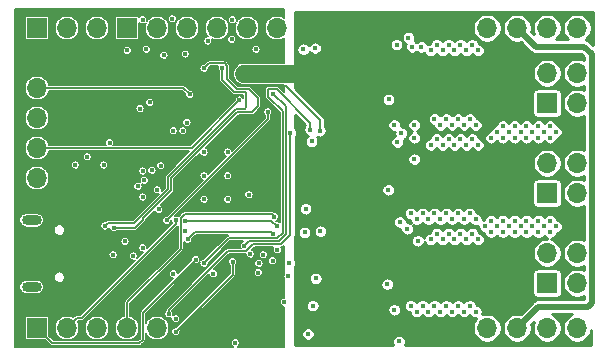
<source format=gbr>
%TF.GenerationSoftware,KiCad,Pcbnew,(5.1.12)-1*%
%TF.CreationDate,2022-01-31T23:19:20+01:00*%
%TF.ProjectId,xESC2,78455343-322e-46b6-9963-61645f706362,rev?*%
%TF.SameCoordinates,Original*%
%TF.FileFunction,Copper,L3,Inr*%
%TF.FilePolarity,Positive*%
%FSLAX46Y46*%
G04 Gerber Fmt 4.6, Leading zero omitted, Abs format (unit mm)*
G04 Created by KiCad (PCBNEW (5.1.12)-1) date 2022-01-31 23:19:20*
%MOMM*%
%LPD*%
G01*
G04 APERTURE LIST*
%TA.AperFunction,ComponentPad*%
%ADD10O,1.700000X1.700000*%
%TD*%
%TA.AperFunction,ComponentPad*%
%ADD11R,1.700000X1.700000*%
%TD*%
%TA.AperFunction,ComponentPad*%
%ADD12O,1.700000X0.850000*%
%TD*%
%TA.AperFunction,ViaPad*%
%ADD13C,0.400000*%
%TD*%
%TA.AperFunction,Conductor*%
%ADD14C,0.127000*%
%TD*%
%TA.AperFunction,Conductor*%
%ADD15C,0.500000*%
%TD*%
%TA.AperFunction,Conductor*%
%ADD16C,1.000000*%
%TD*%
%TA.AperFunction,Conductor*%
%ADD17C,1.500000*%
%TD*%
%TA.AperFunction,Conductor*%
%ADD18C,0.254000*%
%TD*%
%TA.AperFunction,Conductor*%
%ADD19C,0.100000*%
%TD*%
G04 APERTURE END LIST*
D10*
%TO.N,GND*%
%TO.C,J10*%
X276780000Y-131100000D03*
X274240000Y-131100000D03*
%TO.N,+5V*%
X271700000Y-131100000D03*
X269160000Y-131100000D03*
%TO.N,/VM*%
X266620000Y-131100000D03*
D11*
X264080000Y-131100000D03*
%TD*%
D10*
%TO.N,GND*%
%TO.C,J9*%
X276780000Y-105700000D03*
X274240000Y-105700000D03*
%TO.N,+5V*%
X271700000Y-105700000D03*
X269160000Y-105700000D03*
%TO.N,/VM*%
X266620000Y-105700000D03*
D11*
X264080000Y-105700000D03*
%TD*%
D10*
%TO.N,Net-(C26-Pad1)*%
%TO.C,J8*%
X276780000Y-109510000D03*
X274240000Y-109510000D03*
X276780000Y-112050000D03*
D11*
X274240000Y-112050000D03*
%TD*%
D10*
%TO.N,Net-(C25-Pad1)*%
%TO.C,J7*%
X276780000Y-117130000D03*
X274240000Y-117130000D03*
X276780000Y-119670000D03*
D11*
X274240000Y-119670000D03*
%TD*%
D10*
%TO.N,Net-(C24-Pad1)*%
%TO.C,J6*%
X276780000Y-124750000D03*
X274240000Y-124750000D03*
X276780000Y-127290000D03*
D11*
X274240000Y-127290000D03*
%TD*%
D10*
%TO.N,Net-(J5-Pad3)*%
%TO.C,J5*%
X236140000Y-105700000D03*
%TO.N,Net-(J5-Pad2)*%
X233600000Y-105700000D03*
D11*
%TO.N,GND*%
X231060000Y-105700000D03*
%TD*%
D10*
%TO.N,GND*%
%TO.C,J4*%
X241220000Y-131100000D03*
%TO.N,/MCU/RX_NCS_EXT*%
X238680000Y-131100000D03*
%TO.N,/MCU/SCK_EXT*%
X236140000Y-131100000D03*
%TO.N,/MCU/TX_MOSI_EXT*%
X233600000Y-131100000D03*
D11*
%TO.N,/MCU/MISO_EXT*%
X231060000Y-131100000D03*
%TD*%
D10*
%TO.N,/MCU/Reset*%
%TO.C,J3*%
X231060000Y-118400000D03*
%TO.N,/MCU/SWDIO*%
X231060000Y-115860000D03*
%TO.N,GND*%
X231060000Y-113320000D03*
%TO.N,/MCU/SWDCLK*%
X231060000Y-110780000D03*
D11*
%TO.N,+3V3*%
X231060000Y-108240000D03*
%TD*%
D12*
%TO.N,GND*%
%TO.C,J2*%
X230600000Y-127625000D03*
X230600000Y-121975000D03*
%TD*%
D10*
%TO.N,GND*%
%TO.C,J1*%
X251380000Y-105700000D03*
%TO.N,/HALL3*%
X248840000Y-105700000D03*
%TO.N,/HALL2*%
X246300000Y-105700000D03*
%TO.N,/HALL1*%
X243760000Y-105700000D03*
%TO.N,/TEMP_MOTOR*%
X241220000Y-105700000D03*
D11*
%TO.N,+5V*%
X238680000Y-105700000D03*
%TD*%
D13*
%TO.N,Net-(Q1-Pad4)*%
X261300000Y-129550000D03*
%TO.N,GND*%
X245500000Y-106800000D03*
X247600000Y-105000000D03*
X272500000Y-114000000D03*
X274500000Y-115000000D03*
X275000000Y-114500000D03*
X274000000Y-114500000D03*
X273000000Y-114500000D03*
X272000000Y-114500000D03*
X269500000Y-115000000D03*
X271000000Y-114500000D03*
X272500000Y-115000000D03*
X274500000Y-114000000D03*
X270500000Y-115000000D03*
X270000000Y-114500000D03*
X271500000Y-114000000D03*
X273500000Y-114000000D03*
X273500000Y-115000000D03*
X270500000Y-114000000D03*
X271500000Y-115000000D03*
X247200000Y-116200000D03*
X245200000Y-116200000D03*
X245200000Y-118200000D03*
X247200000Y-118200000D03*
X249000000Y-119800000D03*
X247200000Y-120200000D03*
X245200000Y-120200000D03*
X275000000Y-122500000D03*
X274000000Y-122500000D03*
X273000000Y-122500000D03*
X272000000Y-122500000D03*
X271000000Y-122500000D03*
X270000000Y-122500000D03*
X269000000Y-122500000D03*
X271500000Y-123000000D03*
X272500000Y-123000000D03*
X273500000Y-123000000D03*
X274500000Y-123000000D03*
X273500000Y-122000000D03*
X272500000Y-122000000D03*
X271500000Y-122000000D03*
X274500000Y-122000000D03*
X270500000Y-122000000D03*
X270500000Y-123000000D03*
X269500000Y-122000000D03*
X269500000Y-123000000D03*
X243600000Y-107900000D03*
X237200000Y-115400000D03*
X246000000Y-126500000D03*
X260800000Y-119400000D03*
X263300000Y-123700000D03*
X260709490Y-127400000D03*
X242600000Y-126500000D03*
X252000000Y-128900000D03*
X254650000Y-126900000D03*
X255050000Y-122900000D03*
X247850000Y-132350000D03*
X243750000Y-113700000D03*
X254600000Y-107400000D03*
X240000000Y-105000000D03*
X242500000Y-104900000D03*
X254000000Y-131600000D03*
X240300000Y-107500000D03*
X249600000Y-107500000D03*
X241800000Y-108000000D03*
X261500000Y-107100000D03*
X260822609Y-111744521D03*
X263600000Y-107300000D03*
X261563218Y-115351327D03*
X254300000Y-115300000D03*
%TO.N,Net-(Q2-Pad4)*%
X261700000Y-132227013D03*
%TO.N,Net-(Q3-Pad4)*%
X261773867Y-122118980D03*
%TO.N,Net-(Q4-Pad4)*%
X262400000Y-122700000D03*
%TO.N,Net-(Q5-Pad4)*%
X262799956Y-107300000D03*
%TO.N,Net-(Q6-Pad4)*%
X262499999Y-106499961D03*
%TO.N,/Power/LSU*%
X254400000Y-129200000D03*
X249845812Y-125618976D03*
%TO.N,/Power/LSV*%
X250209322Y-124879919D03*
X253800000Y-121000000D03*
%TO.N,/Power/LSW*%
X251000000Y-125400000D03*
X253600000Y-107500000D03*
%TO.N,/Power/VOFS*%
X243600000Y-122900000D03*
X242800000Y-130300000D03*
%TO.N,+3V3*%
X241599856Y-118396990D03*
X235800000Y-109199996D03*
X237634306Y-109356020D03*
X244400000Y-130600000D03*
X249800000Y-127100000D03*
X236000000Y-117300000D03*
X251041416Y-114410852D03*
X236000000Y-120300000D03*
X244150000Y-120450000D03*
X246950000Y-111000000D03*
X244150000Y-113000000D03*
X248290510Y-125128626D03*
X263000000Y-116799998D03*
X261900000Y-114600000D03*
X255000000Y-114400000D03*
%TO.N,+5V*%
X238700000Y-107600000D03*
X235300000Y-116599988D03*
%TO.N,/PHASE_U_RAW*%
X267200000Y-129700000D03*
X267700000Y-129200000D03*
X268200000Y-129700000D03*
X264400000Y-123600000D03*
X265400000Y-123600000D03*
X266400000Y-123600000D03*
X267400000Y-123600000D03*
X268400000Y-123600000D03*
X264900000Y-123100000D03*
X265900000Y-123100000D03*
X266900000Y-123100000D03*
X267900000Y-123100000D03*
X266700000Y-129200000D03*
X265700000Y-129200000D03*
X264700000Y-129200000D03*
X263700000Y-129200000D03*
X262700000Y-129200000D03*
X263200000Y-129700000D03*
X264200000Y-129700000D03*
X265200000Y-129700000D03*
X266200000Y-129700000D03*
%TO.N,/PHASE_V_RAW*%
X267200000Y-121900000D03*
X267700000Y-121400000D03*
X268200000Y-121900000D03*
X265700000Y-121400000D03*
X264400000Y-115600000D03*
X265400000Y-115600000D03*
X266400000Y-115600000D03*
X267400000Y-115600000D03*
X268400000Y-115600000D03*
X264900000Y-115100000D03*
X265900000Y-115100000D03*
X266900000Y-115100000D03*
X267900000Y-115100000D03*
X266700000Y-121400000D03*
X264700000Y-121400000D03*
X263700000Y-121400000D03*
X262700000Y-121400000D03*
X263200000Y-121900000D03*
X264200000Y-121900000D03*
X265200000Y-121900000D03*
X266200000Y-121900000D03*
%TO.N,/PHASE_W_RAW*%
X264400000Y-107600000D03*
X267200000Y-113900000D03*
X267700000Y-113400000D03*
X268200000Y-113900000D03*
X266700000Y-113400000D03*
X265700000Y-113400000D03*
X264700000Y-113400000D03*
X266400000Y-107600000D03*
X267400000Y-107600000D03*
X268400000Y-107600000D03*
X264900000Y-107100000D03*
X265900000Y-107100000D03*
X266900000Y-107100000D03*
X267900000Y-107100000D03*
X265200000Y-113900000D03*
X266200000Y-113900000D03*
X265400000Y-107600000D03*
%TO.N,/CUR_U*%
X240000000Y-124300000D03*
%TO.N,/CUR_V*%
X239200000Y-125000000D03*
%TO.N,/CUR_W*%
X237500000Y-124900000D03*
%TO.N,/PHASE_U_FILTERED*%
X243803355Y-123596645D03*
X252300000Y-126700000D03*
X252400000Y-125600000D03*
X251000012Y-123100000D03*
%TO.N,/PHASE_V_FILTERED*%
X243600000Y-122000000D03*
X253709490Y-123005611D03*
X251350000Y-122450000D03*
%TO.N,/PHASE_W_FILTERED*%
X250600000Y-112800000D03*
X242031011Y-121969122D03*
%TO.N,/MCU/Reset*%
X238509490Y-123766218D03*
%TO.N,/MCU/WL*%
X240786903Y-117742382D03*
%TO.N,/MCU/WH*%
X240000000Y-117800000D03*
%TO.N,/MCU/VL*%
X241539206Y-117349303D03*
%TO.N,/MCU/VH*%
X240147324Y-118595058D03*
%TO.N,/MCU/UL*%
X241235023Y-119394459D03*
%TO.N,/MCU/UH*%
X239600000Y-119100000D03*
%TO.N,/MCU/FAULT*%
X239778390Y-112516207D03*
X251413987Y-124461721D03*
%TO.N,/MCU/DRV_ENABLE*%
X240600000Y-112000000D03*
%TO.N,/MCU/DRV_MISO*%
X243400000Y-114400000D03*
%TO.N,/MCU/DRV_MOSI*%
X240000000Y-120000000D03*
%TO.N,/MCU/DRV_SCK*%
X242600000Y-114400000D03*
%TO.N,/MCU/DRV_NCS*%
X241368944Y-121057837D03*
%TO.N,/MCU/TX_MOSI_EXT*%
X242814042Y-121990510D03*
%TO.N,/MCU/CAN_TX*%
X236700000Y-117300000D03*
%TO.N,/MCU/CAN_RX*%
X234300000Y-117300000D03*
%TO.N,/MCU/SWDCLK*%
X244000000Y-111322990D03*
%TO.N,/MCU/SWDIO*%
X248200000Y-111800000D03*
%TO.N,/MCU/RX_NCS_EXT*%
X251155479Y-121665452D03*
%TO.N,/MCU/MISO_EXT*%
X244500000Y-125300006D03*
%TO.N,/MCU/SCK_EXT*%
X242800000Y-131400000D03*
X247619670Y-125474274D03*
%TO.N,/TEMP_MOTOR*%
X248624473Y-124123589D03*
X251029529Y-111244521D03*
%TO.N,/HALL1*%
X247548867Y-106651133D03*
%TO.N,Net-(J2-Pad3)*%
X245200000Y-109100000D03*
X237538291Y-122590510D03*
%TO.N,Net-(J2-Pad2)*%
X236800000Y-122450000D03*
X246755479Y-109090510D03*
%TO.N,/LED_GREEN*%
X249108792Y-124834704D03*
X249782098Y-126400018D03*
%TO.N,/VM*%
X249000000Y-109100000D03*
X249000000Y-110100000D03*
X248500000Y-109600000D03*
X258400000Y-122900000D03*
X256400000Y-121900000D03*
X260400000Y-122900000D03*
X258500000Y-131900000D03*
X260400000Y-121900000D03*
X259400000Y-122400000D03*
X257000000Y-131900000D03*
X258500000Y-129900000D03*
X257400000Y-122400000D03*
X256400000Y-122900000D03*
X258400000Y-121900000D03*
X260000000Y-131900000D03*
X260000000Y-129900000D03*
X257000000Y-129900000D03*
X257500000Y-130900000D03*
X259000000Y-130900000D03*
X256400000Y-114900000D03*
X256400000Y-113900000D03*
X257400000Y-114400000D03*
X258400000Y-113900000D03*
X258400000Y-114900000D03*
X259400000Y-114400000D03*
X260400000Y-113900000D03*
X260400000Y-114900000D03*
X257000000Y-104900000D03*
X257000000Y-106900000D03*
X258500000Y-104900000D03*
X258500000Y-106900000D03*
X260000000Y-106900000D03*
X260000000Y-104900000D03*
X257500000Y-105900000D03*
X259000000Y-105900000D03*
%TO.N,/V_M_FILTERED*%
X242200000Y-129900000D03*
X252509490Y-114600000D03*
%TO.N,/PCB_TEMP*%
X263000000Y-115000000D03*
X245200000Y-125600000D03*
X263000000Y-113900000D03*
X254200000Y-114300000D03*
X261299980Y-113900000D03*
%TD*%
D14*
%TO.N,+3V3*%
X255000000Y-114400000D02*
X255000000Y-113500000D01*
X250540774Y-110600002D02*
X250340776Y-110800000D01*
X255000000Y-113500000D02*
X252100000Y-110600001D01*
X252100000Y-110600001D02*
X250540774Y-110600002D01*
X250340776Y-110800000D02*
X250200000Y-110800000D01*
D15*
%TO.N,+5V*%
X271700000Y-131100000D02*
X273500000Y-129300000D01*
X273500000Y-129300000D02*
X277700000Y-129300000D01*
X278007001Y-128992999D02*
X278007001Y-107907001D01*
X277700000Y-129300000D02*
X278007001Y-128992999D01*
X278007001Y-107907001D02*
X277400000Y-107300000D01*
X273300000Y-107300000D02*
X271700000Y-105700000D01*
X277400000Y-107300000D02*
X273300000Y-107300000D01*
D14*
%TO.N,/PHASE_U_FILTERED*%
X250900012Y-123000000D02*
X251000012Y-123100000D01*
X244400000Y-123000000D02*
X250900012Y-123000000D01*
X243803355Y-123596645D02*
X244400000Y-123000000D01*
%TO.N,/PHASE_V_FILTERED*%
X243600000Y-122000000D02*
X250900000Y-122000000D01*
X250900000Y-122000000D02*
X251350000Y-122450000D01*
%TO.N,/PHASE_W_FILTERED*%
X250600000Y-112800000D02*
X250600000Y-113400133D01*
X250600000Y-113400133D02*
X242031011Y-121969122D01*
%TO.N,/MCU/TX_MOSI_EXT*%
X233600000Y-131100000D02*
X234449999Y-130250001D01*
X234837393Y-130250001D02*
X242814042Y-122273352D01*
X242814042Y-122273352D02*
X242814042Y-121990510D01*
X234449999Y-130250001D02*
X234837393Y-130250001D01*
%TO.N,/MCU/SWDCLK*%
X243457010Y-110780000D02*
X244000000Y-111322990D01*
X231060000Y-110780000D02*
X243457010Y-110780000D01*
%TO.N,/MCU/SWDIO*%
X248200000Y-111800000D02*
X244140000Y-115860000D01*
X244140000Y-115860000D02*
X231060000Y-115860000D01*
%TO.N,/MCU/RX_NCS_EXT*%
X243556605Y-121465453D02*
X250955480Y-121465453D01*
X243209499Y-121812559D02*
X243556605Y-121465453D01*
X250955480Y-121465453D02*
X251155479Y-121665452D01*
X243209499Y-124390501D02*
X243209499Y-121812559D01*
X238680000Y-128920000D02*
X243209499Y-124390501D01*
X238680000Y-131100000D02*
X238680000Y-128920000D01*
%TO.N,/MCU/MISO_EXT*%
X240000000Y-129800006D02*
X244500000Y-125300006D01*
X240000000Y-132100000D02*
X240000000Y-129800006D01*
X239700000Y-132400000D02*
X240000000Y-132100000D01*
X232360000Y-132400000D02*
X239700000Y-132400000D01*
X231060000Y-131100000D02*
X232360000Y-132400000D01*
%TO.N,/MCU/SCK_EXT*%
X242800000Y-131400000D02*
X247619670Y-126580330D01*
X247619670Y-126580330D02*
X247619670Y-125474274D01*
%TO.N,/TEMP_MOTOR*%
X252104011Y-112319003D02*
X251029529Y-111244521D01*
X252104011Y-123155214D02*
X252104011Y-112319003D01*
X251505214Y-123754011D02*
X252104011Y-123155214D01*
X248994051Y-123754011D02*
X251505214Y-123754011D01*
X248624473Y-124123589D02*
X248994051Y-123754011D01*
%TO.N,Net-(J2-Pad3)*%
X247145989Y-108897192D02*
X247145989Y-110005214D01*
X239368715Y-122590510D02*
X237538291Y-122590510D01*
X247145989Y-110005214D02*
X247994786Y-110854011D01*
X240043625Y-121805214D02*
X240043625Y-121915600D01*
X242400000Y-119448839D02*
X240043625Y-121805214D01*
X244500000Y-116300000D02*
X242400000Y-118400000D01*
X244522058Y-116300000D02*
X244500000Y-116300000D01*
X245600000Y-108700000D02*
X246948797Y-108700000D01*
X240043625Y-121915600D02*
X239368715Y-122590510D01*
X248022058Y-112800000D02*
X244522058Y-116300000D01*
X246948797Y-108700000D02*
X247145989Y-108897192D01*
X249300000Y-112800000D02*
X248022058Y-112800000D01*
X248994786Y-110854011D02*
X249800000Y-111659225D01*
X249800000Y-112300000D02*
X249300000Y-112800000D01*
X249800000Y-111659225D02*
X249800000Y-112300000D01*
X247994786Y-110854011D02*
X248994786Y-110854011D01*
X245200000Y-109100000D02*
X245600000Y-108700000D01*
X242400000Y-118400000D02*
X242400000Y-119448839D01*
%TO.N,Net-(J2-Pad2)*%
X248781550Y-112418450D02*
X248781550Y-111108022D01*
X248781550Y-111108022D02*
X247748797Y-111108022D01*
X236800000Y-122450000D02*
X237050000Y-122200000D01*
X239300000Y-122200000D02*
X239300000Y-122189614D01*
X239300000Y-122189614D02*
X242145989Y-119343625D01*
X242145989Y-119343625D02*
X242145989Y-118294786D01*
X237050000Y-122200000D02*
X239300000Y-122200000D01*
X242145989Y-118294786D02*
X247894786Y-112545989D01*
X248654011Y-112545989D02*
X248781550Y-112418450D01*
X247748797Y-111108022D02*
X246755479Y-110114704D01*
X247894786Y-112545989D02*
X248654011Y-112545989D01*
X246755479Y-110114704D02*
X246755479Y-109090510D01*
D16*
%TO.N,/VM*%
X257100000Y-107000000D02*
X257000000Y-106900000D01*
X257100000Y-109600000D02*
X257100000Y-107000000D01*
D17*
X257059489Y-109559489D02*
X257100000Y-109600000D01*
X248640511Y-109559489D02*
X257059489Y-109559489D01*
X248600000Y-109600000D02*
X248640511Y-109559489D01*
D14*
%TO.N,/V_M_FILTERED*%
X242200000Y-129600000D02*
X247200000Y-124600000D01*
X252509490Y-123190510D02*
X252509490Y-114600000D01*
X251691978Y-124008022D02*
X252509490Y-123190510D01*
X249366302Y-124008022D02*
X251691978Y-124008022D01*
X242200000Y-129900000D02*
X242200000Y-129600000D01*
X248774324Y-124600000D02*
X249366302Y-124008022D01*
X247200000Y-124600000D02*
X248774324Y-124600000D01*
%TO.N,/PCB_TEMP*%
X247300000Y-123500000D02*
X245200000Y-125600000D01*
X251354011Y-110854011D02*
X250645989Y-110854011D01*
X251850000Y-123050000D02*
X251400000Y-123500000D01*
X251850000Y-112750000D02*
X251850000Y-123050000D01*
X251400000Y-123500000D02*
X247300000Y-123500000D01*
X254200000Y-113700000D02*
X251354011Y-110854011D01*
X250600000Y-110900000D02*
X250600000Y-111500000D01*
X250645989Y-110854011D02*
X250600000Y-110900000D01*
X254200000Y-114300000D02*
X254200000Y-113700000D01*
X250600000Y-111500000D02*
X251850000Y-112750000D01*
%TD*%
D18*
%TO.N,/VM*%
X278094000Y-107101632D02*
X277868105Y-106875737D01*
X277848343Y-106851657D01*
X277752261Y-106772804D01*
X277642642Y-106714211D01*
X277529316Y-106679834D01*
X277564717Y-106656180D01*
X277736180Y-106484717D01*
X277870898Y-106283097D01*
X277963693Y-106059069D01*
X278011000Y-105821243D01*
X278011000Y-105578757D01*
X277963693Y-105340931D01*
X277870898Y-105116903D01*
X277736180Y-104915283D01*
X277564717Y-104743820D01*
X277363097Y-104609102D01*
X277139069Y-104516307D01*
X276901243Y-104469000D01*
X276658757Y-104469000D01*
X276420931Y-104516307D01*
X276196903Y-104609102D01*
X275995283Y-104743820D01*
X275823820Y-104915283D01*
X275689102Y-105116903D01*
X275596307Y-105340931D01*
X275549000Y-105578757D01*
X275549000Y-105821243D01*
X275596307Y-106059069D01*
X275689102Y-106283097D01*
X275823820Y-106484717D01*
X275995283Y-106656180D01*
X276014470Y-106669000D01*
X275005530Y-106669000D01*
X275024717Y-106656180D01*
X275196180Y-106484717D01*
X275330898Y-106283097D01*
X275423693Y-106059069D01*
X275471000Y-105821243D01*
X275471000Y-105578757D01*
X275423693Y-105340931D01*
X275330898Y-105116903D01*
X275196180Y-104915283D01*
X275024717Y-104743820D01*
X274823097Y-104609102D01*
X274599069Y-104516307D01*
X274361243Y-104469000D01*
X274118757Y-104469000D01*
X273880931Y-104516307D01*
X273656903Y-104609102D01*
X273455283Y-104743820D01*
X273283820Y-104915283D01*
X273149102Y-105116903D01*
X273056307Y-105340931D01*
X273009000Y-105578757D01*
X273009000Y-105821243D01*
X273056307Y-106059069D01*
X273130460Y-106238092D01*
X272894933Y-106002564D01*
X272931000Y-105821243D01*
X272931000Y-105578757D01*
X272883693Y-105340931D01*
X272790898Y-105116903D01*
X272656180Y-104915283D01*
X272484717Y-104743820D01*
X272283097Y-104609102D01*
X272059069Y-104516307D01*
X271821243Y-104469000D01*
X271578757Y-104469000D01*
X271340931Y-104516307D01*
X271116903Y-104609102D01*
X270915283Y-104743820D01*
X270743820Y-104915283D01*
X270609102Y-105116903D01*
X270516307Y-105340931D01*
X270469000Y-105578757D01*
X270469000Y-105821243D01*
X270516307Y-106059069D01*
X270609102Y-106283097D01*
X270743820Y-106484717D01*
X270915283Y-106656180D01*
X271116903Y-106790898D01*
X271340931Y-106883693D01*
X271578757Y-106931000D01*
X271821243Y-106931000D01*
X272002564Y-106894933D01*
X272831899Y-107724268D01*
X272851657Y-107748343D01*
X272875732Y-107768101D01*
X272875734Y-107768103D01*
X272932726Y-107814875D01*
X272947739Y-107827196D01*
X273057358Y-107885789D01*
X273176302Y-107921870D01*
X273269002Y-107931000D01*
X273269009Y-107931000D01*
X273300000Y-107934052D01*
X273330990Y-107931000D01*
X277138632Y-107931000D01*
X277376002Y-108168371D01*
X277376002Y-108427725D01*
X277363097Y-108419102D01*
X277139069Y-108326307D01*
X276901243Y-108279000D01*
X276658757Y-108279000D01*
X276420931Y-108326307D01*
X276196903Y-108419102D01*
X275995283Y-108553820D01*
X275823820Y-108725283D01*
X275689102Y-108926903D01*
X275596307Y-109150931D01*
X275549000Y-109388757D01*
X275549000Y-109631243D01*
X275596307Y-109869069D01*
X275689102Y-110093097D01*
X275823820Y-110294717D01*
X275995283Y-110466180D01*
X276196903Y-110600898D01*
X276420931Y-110693693D01*
X276658757Y-110741000D01*
X276901243Y-110741000D01*
X277139069Y-110693693D01*
X277363097Y-110600898D01*
X277376002Y-110592275D01*
X277376002Y-110967725D01*
X277363097Y-110959102D01*
X277139069Y-110866307D01*
X276901243Y-110819000D01*
X276658757Y-110819000D01*
X276420931Y-110866307D01*
X276196903Y-110959102D01*
X275995283Y-111093820D01*
X275823820Y-111265283D01*
X275689102Y-111466903D01*
X275596307Y-111690931D01*
X275549000Y-111928757D01*
X275549000Y-112171243D01*
X275596307Y-112409069D01*
X275689102Y-112633097D01*
X275823820Y-112834717D01*
X275995283Y-113006180D01*
X276196903Y-113140898D01*
X276420931Y-113233693D01*
X276658757Y-113281000D01*
X276901243Y-113281000D01*
X277139069Y-113233693D01*
X277363097Y-113140898D01*
X277376002Y-113132275D01*
X277376002Y-116047725D01*
X277363097Y-116039102D01*
X277139069Y-115946307D01*
X276901243Y-115899000D01*
X276658757Y-115899000D01*
X276420931Y-115946307D01*
X276196903Y-116039102D01*
X275995283Y-116173820D01*
X275823820Y-116345283D01*
X275689102Y-116546903D01*
X275596307Y-116770931D01*
X275549000Y-117008757D01*
X275549000Y-117251243D01*
X275596307Y-117489069D01*
X275689102Y-117713097D01*
X275823820Y-117914717D01*
X275995283Y-118086180D01*
X276196903Y-118220898D01*
X276420931Y-118313693D01*
X276658757Y-118361000D01*
X276901243Y-118361000D01*
X277139069Y-118313693D01*
X277363097Y-118220898D01*
X277376002Y-118212275D01*
X277376001Y-118587724D01*
X277363097Y-118579102D01*
X277139069Y-118486307D01*
X276901243Y-118439000D01*
X276658757Y-118439000D01*
X276420931Y-118486307D01*
X276196903Y-118579102D01*
X275995283Y-118713820D01*
X275823820Y-118885283D01*
X275689102Y-119086903D01*
X275596307Y-119310931D01*
X275549000Y-119548757D01*
X275549000Y-119791243D01*
X275596307Y-120029069D01*
X275689102Y-120253097D01*
X275823820Y-120454717D01*
X275995283Y-120626180D01*
X276196903Y-120760898D01*
X276420931Y-120853693D01*
X276658757Y-120901000D01*
X276901243Y-120901000D01*
X277139069Y-120853693D01*
X277363097Y-120760898D01*
X277376001Y-120752276D01*
X277376001Y-123667724D01*
X277363097Y-123659102D01*
X277139069Y-123566307D01*
X276901243Y-123519000D01*
X276658757Y-123519000D01*
X276420931Y-123566307D01*
X276196903Y-123659102D01*
X275995283Y-123793820D01*
X275823820Y-123965283D01*
X275689102Y-124166903D01*
X275596307Y-124390931D01*
X275549000Y-124628757D01*
X275549000Y-124871243D01*
X275596307Y-125109069D01*
X275689102Y-125333097D01*
X275823820Y-125534717D01*
X275995283Y-125706180D01*
X276196903Y-125840898D01*
X276420931Y-125933693D01*
X276658757Y-125981000D01*
X276901243Y-125981000D01*
X277139069Y-125933693D01*
X277363097Y-125840898D01*
X277376001Y-125832276D01*
X277376001Y-126207724D01*
X277363097Y-126199102D01*
X277139069Y-126106307D01*
X276901243Y-126059000D01*
X276658757Y-126059000D01*
X276420931Y-126106307D01*
X276196903Y-126199102D01*
X275995283Y-126333820D01*
X275823820Y-126505283D01*
X275689102Y-126706903D01*
X275596307Y-126930931D01*
X275549000Y-127168757D01*
X275549000Y-127411243D01*
X275596307Y-127649069D01*
X275689102Y-127873097D01*
X275823820Y-128074717D01*
X275995283Y-128246180D01*
X276196903Y-128380898D01*
X276420931Y-128473693D01*
X276658757Y-128521000D01*
X276901243Y-128521000D01*
X277139069Y-128473693D01*
X277363097Y-128380898D01*
X277376001Y-128372276D01*
X277376001Y-128669000D01*
X273530987Y-128669000D01*
X273499999Y-128665948D01*
X273469011Y-128669000D01*
X273469002Y-128669000D01*
X273376302Y-128678130D01*
X273257358Y-128714211D01*
X273147739Y-128772804D01*
X273051657Y-128851657D01*
X273031897Y-128875735D01*
X272002565Y-129905067D01*
X271821243Y-129869000D01*
X271578757Y-129869000D01*
X271340931Y-129916307D01*
X271116903Y-130009102D01*
X270915283Y-130143820D01*
X270743820Y-130315283D01*
X270609102Y-130516903D01*
X270516307Y-130740931D01*
X270469000Y-130978757D01*
X270469000Y-131221243D01*
X270516307Y-131459069D01*
X270609102Y-131683097D01*
X270743820Y-131884717D01*
X270915283Y-132056180D01*
X271116903Y-132190898D01*
X271340931Y-132283693D01*
X271578757Y-132331000D01*
X271821243Y-132331000D01*
X272059069Y-132283693D01*
X272283097Y-132190898D01*
X272484717Y-132056180D01*
X272656180Y-131884717D01*
X272790898Y-131683097D01*
X272883693Y-131459069D01*
X272931000Y-131221243D01*
X272931000Y-130978757D01*
X272894933Y-130797435D01*
X273130461Y-130561907D01*
X273056307Y-130740931D01*
X273009000Y-130978757D01*
X273009000Y-131221243D01*
X273056307Y-131459069D01*
X273149102Y-131683097D01*
X273283820Y-131884717D01*
X273455283Y-132056180D01*
X273656903Y-132190898D01*
X273880931Y-132283693D01*
X274118757Y-132331000D01*
X274361243Y-132331000D01*
X274599069Y-132283693D01*
X274823097Y-132190898D01*
X275024717Y-132056180D01*
X275196180Y-131884717D01*
X275330898Y-131683097D01*
X275423693Y-131459069D01*
X275471000Y-131221243D01*
X275471000Y-130978757D01*
X275423693Y-130740931D01*
X275330898Y-130516903D01*
X275196180Y-130315283D01*
X275024717Y-130143820D01*
X274823097Y-130009102D01*
X274634541Y-129931000D01*
X276385459Y-129931000D01*
X276196903Y-130009102D01*
X275995283Y-130143820D01*
X275823820Y-130315283D01*
X275689102Y-130516903D01*
X275596307Y-130740931D01*
X275549000Y-130978757D01*
X275549000Y-131221243D01*
X275596307Y-131459069D01*
X275689102Y-131683097D01*
X275823820Y-131884717D01*
X275995283Y-132056180D01*
X276196903Y-132190898D01*
X276420931Y-132283693D01*
X276658757Y-132331000D01*
X276901243Y-132331000D01*
X277139069Y-132283693D01*
X277363097Y-132190898D01*
X277564717Y-132056180D01*
X277736180Y-131884717D01*
X277870898Y-131683097D01*
X277963693Y-131459069D01*
X278001697Y-131268011D01*
X277958427Y-132494000D01*
X262218280Y-132494000D01*
X262258672Y-132396484D01*
X262281000Y-132284236D01*
X262281000Y-132169790D01*
X262258672Y-132057542D01*
X262214875Y-131951806D01*
X262151292Y-131856647D01*
X262070366Y-131775721D01*
X261975207Y-131712138D01*
X261869471Y-131668341D01*
X261757223Y-131646013D01*
X261642777Y-131646013D01*
X261530529Y-131668341D01*
X261424793Y-131712138D01*
X261329634Y-131775721D01*
X261248708Y-131856647D01*
X261185125Y-131951806D01*
X261141328Y-132057542D01*
X261119000Y-132169790D01*
X261119000Y-132284236D01*
X261141328Y-132396484D01*
X261181720Y-132494000D01*
X252919848Y-132494000D01*
X252920401Y-131542777D01*
X253419000Y-131542777D01*
X253419000Y-131657223D01*
X253441328Y-131769471D01*
X253485125Y-131875207D01*
X253548708Y-131970366D01*
X253629634Y-132051292D01*
X253724793Y-132114875D01*
X253830529Y-132158672D01*
X253942777Y-132181000D01*
X254057223Y-132181000D01*
X254169471Y-132158672D01*
X254275207Y-132114875D01*
X254370366Y-132051292D01*
X254451292Y-131970366D01*
X254514875Y-131875207D01*
X254558672Y-131769471D01*
X254581000Y-131657223D01*
X254581000Y-131542777D01*
X254558672Y-131430529D01*
X254514875Y-131324793D01*
X254451292Y-131229634D01*
X254370366Y-131148708D01*
X254275207Y-131085125D01*
X254169471Y-131041328D01*
X254057223Y-131019000D01*
X253942777Y-131019000D01*
X253830529Y-131041328D01*
X253724793Y-131085125D01*
X253629634Y-131148708D01*
X253548708Y-131229634D01*
X253485125Y-131324793D01*
X253441328Y-131430529D01*
X253419000Y-131542777D01*
X252920401Y-131542777D01*
X252921797Y-129142777D01*
X253819000Y-129142777D01*
X253819000Y-129257223D01*
X253841328Y-129369471D01*
X253885125Y-129475207D01*
X253948708Y-129570366D01*
X254029634Y-129651292D01*
X254124793Y-129714875D01*
X254230529Y-129758672D01*
X254342777Y-129781000D01*
X254457223Y-129781000D01*
X254569471Y-129758672D01*
X254675207Y-129714875D01*
X254770366Y-129651292D01*
X254851292Y-129570366D01*
X254903135Y-129492777D01*
X260719000Y-129492777D01*
X260719000Y-129607223D01*
X260741328Y-129719471D01*
X260785125Y-129825207D01*
X260848708Y-129920366D01*
X260929634Y-130001292D01*
X261024793Y-130064875D01*
X261130529Y-130108672D01*
X261242777Y-130131000D01*
X261357223Y-130131000D01*
X261469471Y-130108672D01*
X261575207Y-130064875D01*
X261670366Y-130001292D01*
X261751292Y-129920366D01*
X261814875Y-129825207D01*
X261858672Y-129719471D01*
X261881000Y-129607223D01*
X261881000Y-129492777D01*
X261858672Y-129380529D01*
X261814875Y-129274793D01*
X261751292Y-129179634D01*
X261714435Y-129142777D01*
X262119000Y-129142777D01*
X262119000Y-129257223D01*
X262141328Y-129369471D01*
X262185125Y-129475207D01*
X262248708Y-129570366D01*
X262329634Y-129651292D01*
X262424793Y-129714875D01*
X262530529Y-129758672D01*
X262622945Y-129777055D01*
X262641328Y-129869471D01*
X262685125Y-129975207D01*
X262748708Y-130070366D01*
X262829634Y-130151292D01*
X262924793Y-130214875D01*
X263030529Y-130258672D01*
X263142777Y-130281000D01*
X263257223Y-130281000D01*
X263369471Y-130258672D01*
X263475207Y-130214875D01*
X263570366Y-130151292D01*
X263651292Y-130070366D01*
X263700000Y-129997469D01*
X263748708Y-130070366D01*
X263829634Y-130151292D01*
X263924793Y-130214875D01*
X264030529Y-130258672D01*
X264142777Y-130281000D01*
X264257223Y-130281000D01*
X264369471Y-130258672D01*
X264475207Y-130214875D01*
X264570366Y-130151292D01*
X264651292Y-130070366D01*
X264700000Y-129997469D01*
X264748708Y-130070366D01*
X264829634Y-130151292D01*
X264924793Y-130214875D01*
X265030529Y-130258672D01*
X265142777Y-130281000D01*
X265257223Y-130281000D01*
X265369471Y-130258672D01*
X265475207Y-130214875D01*
X265570366Y-130151292D01*
X265651292Y-130070366D01*
X265700000Y-129997469D01*
X265748708Y-130070366D01*
X265829634Y-130151292D01*
X265924793Y-130214875D01*
X266030529Y-130258672D01*
X266142777Y-130281000D01*
X266257223Y-130281000D01*
X266369471Y-130258672D01*
X266475207Y-130214875D01*
X266570366Y-130151292D01*
X266651292Y-130070366D01*
X266700000Y-129997469D01*
X266748708Y-130070366D01*
X266829634Y-130151292D01*
X266924793Y-130214875D01*
X267030529Y-130258672D01*
X267142777Y-130281000D01*
X267257223Y-130281000D01*
X267369471Y-130258672D01*
X267475207Y-130214875D01*
X267570366Y-130151292D01*
X267651292Y-130070366D01*
X267700000Y-129997469D01*
X267748708Y-130070366D01*
X267829634Y-130151292D01*
X267924793Y-130214875D01*
X268030529Y-130258672D01*
X268142777Y-130281000D01*
X268238103Y-130281000D01*
X268203820Y-130315283D01*
X268069102Y-130516903D01*
X267976307Y-130740931D01*
X267929000Y-130978757D01*
X267929000Y-131221243D01*
X267976307Y-131459069D01*
X268069102Y-131683097D01*
X268203820Y-131884717D01*
X268375283Y-132056180D01*
X268576903Y-132190898D01*
X268800931Y-132283693D01*
X269038757Y-132331000D01*
X269281243Y-132331000D01*
X269519069Y-132283693D01*
X269743097Y-132190898D01*
X269944717Y-132056180D01*
X270116180Y-131884717D01*
X270250898Y-131683097D01*
X270343693Y-131459069D01*
X270391000Y-131221243D01*
X270391000Y-130978757D01*
X270343693Y-130740931D01*
X270250898Y-130516903D01*
X270116180Y-130315283D01*
X269944717Y-130143820D01*
X269743097Y-130009102D01*
X269519069Y-129916307D01*
X269281243Y-129869000D01*
X269038757Y-129869000D01*
X268800931Y-129916307D01*
X268726502Y-129947136D01*
X268758672Y-129869471D01*
X268781000Y-129757223D01*
X268781000Y-129642777D01*
X268758672Y-129530529D01*
X268714875Y-129424793D01*
X268651292Y-129329634D01*
X268570366Y-129248708D01*
X268475207Y-129185125D01*
X268369471Y-129141328D01*
X268277055Y-129122945D01*
X268258672Y-129030529D01*
X268214875Y-128924793D01*
X268151292Y-128829634D01*
X268070366Y-128748708D01*
X267975207Y-128685125D01*
X267869471Y-128641328D01*
X267757223Y-128619000D01*
X267642777Y-128619000D01*
X267530529Y-128641328D01*
X267424793Y-128685125D01*
X267329634Y-128748708D01*
X267248708Y-128829634D01*
X267200000Y-128902531D01*
X267151292Y-128829634D01*
X267070366Y-128748708D01*
X266975207Y-128685125D01*
X266869471Y-128641328D01*
X266757223Y-128619000D01*
X266642777Y-128619000D01*
X266530529Y-128641328D01*
X266424793Y-128685125D01*
X266329634Y-128748708D01*
X266248708Y-128829634D01*
X266200000Y-128902531D01*
X266151292Y-128829634D01*
X266070366Y-128748708D01*
X265975207Y-128685125D01*
X265869471Y-128641328D01*
X265757223Y-128619000D01*
X265642777Y-128619000D01*
X265530529Y-128641328D01*
X265424793Y-128685125D01*
X265329634Y-128748708D01*
X265248708Y-128829634D01*
X265200000Y-128902531D01*
X265151292Y-128829634D01*
X265070366Y-128748708D01*
X264975207Y-128685125D01*
X264869471Y-128641328D01*
X264757223Y-128619000D01*
X264642777Y-128619000D01*
X264530529Y-128641328D01*
X264424793Y-128685125D01*
X264329634Y-128748708D01*
X264248708Y-128829634D01*
X264200000Y-128902531D01*
X264151292Y-128829634D01*
X264070366Y-128748708D01*
X263975207Y-128685125D01*
X263869471Y-128641328D01*
X263757223Y-128619000D01*
X263642777Y-128619000D01*
X263530529Y-128641328D01*
X263424793Y-128685125D01*
X263329634Y-128748708D01*
X263248708Y-128829634D01*
X263200000Y-128902531D01*
X263151292Y-128829634D01*
X263070366Y-128748708D01*
X262975207Y-128685125D01*
X262869471Y-128641328D01*
X262757223Y-128619000D01*
X262642777Y-128619000D01*
X262530529Y-128641328D01*
X262424793Y-128685125D01*
X262329634Y-128748708D01*
X262248708Y-128829634D01*
X262185125Y-128924793D01*
X262141328Y-129030529D01*
X262119000Y-129142777D01*
X261714435Y-129142777D01*
X261670366Y-129098708D01*
X261575207Y-129035125D01*
X261469471Y-128991328D01*
X261357223Y-128969000D01*
X261242777Y-128969000D01*
X261130529Y-128991328D01*
X261024793Y-129035125D01*
X260929634Y-129098708D01*
X260848708Y-129179634D01*
X260785125Y-129274793D01*
X260741328Y-129380529D01*
X260719000Y-129492777D01*
X254903135Y-129492777D01*
X254914875Y-129475207D01*
X254958672Y-129369471D01*
X254981000Y-129257223D01*
X254981000Y-129142777D01*
X254958672Y-129030529D01*
X254914875Y-128924793D01*
X254851292Y-128829634D01*
X254770366Y-128748708D01*
X254675207Y-128685125D01*
X254569471Y-128641328D01*
X254457223Y-128619000D01*
X254342777Y-128619000D01*
X254230529Y-128641328D01*
X254124793Y-128685125D01*
X254029634Y-128748708D01*
X253948708Y-128829634D01*
X253885125Y-128924793D01*
X253841328Y-129030529D01*
X253819000Y-129142777D01*
X252921797Y-129142777D01*
X252923135Y-126842777D01*
X254069000Y-126842777D01*
X254069000Y-126957223D01*
X254091328Y-127069471D01*
X254135125Y-127175207D01*
X254198708Y-127270366D01*
X254279634Y-127351292D01*
X254374793Y-127414875D01*
X254480529Y-127458672D01*
X254592777Y-127481000D01*
X254707223Y-127481000D01*
X254819471Y-127458672D01*
X254925207Y-127414875D01*
X255020366Y-127351292D01*
X255028881Y-127342777D01*
X260128490Y-127342777D01*
X260128490Y-127457223D01*
X260150818Y-127569471D01*
X260194615Y-127675207D01*
X260258198Y-127770366D01*
X260339124Y-127851292D01*
X260434283Y-127914875D01*
X260540019Y-127958672D01*
X260652267Y-127981000D01*
X260766713Y-127981000D01*
X260878961Y-127958672D01*
X260984697Y-127914875D01*
X261079856Y-127851292D01*
X261160782Y-127770366D01*
X261224365Y-127675207D01*
X261268162Y-127569471D01*
X261290490Y-127457223D01*
X261290490Y-127342777D01*
X261268162Y-127230529D01*
X261224365Y-127124793D01*
X261160782Y-127029634D01*
X261079856Y-126948708D01*
X260984697Y-126885125D01*
X260878961Y-126841328D01*
X260766713Y-126819000D01*
X260652267Y-126819000D01*
X260540019Y-126841328D01*
X260434283Y-126885125D01*
X260339124Y-126948708D01*
X260258198Y-127029634D01*
X260194615Y-127124793D01*
X260150818Y-127230529D01*
X260128490Y-127342777D01*
X255028881Y-127342777D01*
X255101292Y-127270366D01*
X255164875Y-127175207D01*
X255208672Y-127069471D01*
X255231000Y-126957223D01*
X255231000Y-126842777D01*
X255208672Y-126730529D01*
X255164875Y-126624793D01*
X255101292Y-126529634D01*
X255020366Y-126448708D01*
X255007334Y-126440000D01*
X273007157Y-126440000D01*
X273007157Y-128140000D01*
X273014513Y-128214689D01*
X273036299Y-128286508D01*
X273071678Y-128352696D01*
X273119289Y-128410711D01*
X273177304Y-128458322D01*
X273243492Y-128493701D01*
X273315311Y-128515487D01*
X273390000Y-128522843D01*
X275090000Y-128522843D01*
X275164689Y-128515487D01*
X275236508Y-128493701D01*
X275302696Y-128458322D01*
X275360711Y-128410711D01*
X275408322Y-128352696D01*
X275443701Y-128286508D01*
X275465487Y-128214689D01*
X275472843Y-128140000D01*
X275472843Y-126440000D01*
X275465487Y-126365311D01*
X275443701Y-126293492D01*
X275408322Y-126227304D01*
X275360711Y-126169289D01*
X275302696Y-126121678D01*
X275236508Y-126086299D01*
X275164689Y-126064513D01*
X275090000Y-126057157D01*
X273390000Y-126057157D01*
X273315311Y-126064513D01*
X273243492Y-126086299D01*
X273177304Y-126121678D01*
X273119289Y-126169289D01*
X273071678Y-126227304D01*
X273036299Y-126293492D01*
X273014513Y-126365311D01*
X273007157Y-126440000D01*
X255007334Y-126440000D01*
X254925207Y-126385125D01*
X254819471Y-126341328D01*
X254707223Y-126319000D01*
X254592777Y-126319000D01*
X254480529Y-126341328D01*
X254374793Y-126385125D01*
X254279634Y-126448708D01*
X254198708Y-126529634D01*
X254135125Y-126624793D01*
X254091328Y-126730529D01*
X254069000Y-126842777D01*
X252923135Y-126842777D01*
X252923711Y-125853875D01*
X252958672Y-125769471D01*
X252981000Y-125657223D01*
X252981000Y-125542777D01*
X252958672Y-125430529D01*
X252924006Y-125346837D01*
X252924997Y-123642777D01*
X262719000Y-123642777D01*
X262719000Y-123757223D01*
X262741328Y-123869471D01*
X262785125Y-123975207D01*
X262848708Y-124070366D01*
X262929634Y-124151292D01*
X263024793Y-124214875D01*
X263130529Y-124258672D01*
X263242777Y-124281000D01*
X263357223Y-124281000D01*
X263469471Y-124258672D01*
X263575207Y-124214875D01*
X263670366Y-124151292D01*
X263751292Y-124070366D01*
X263814875Y-123975207D01*
X263858672Y-123869471D01*
X263866483Y-123830202D01*
X263885125Y-123875207D01*
X263948708Y-123970366D01*
X264029634Y-124051292D01*
X264124793Y-124114875D01*
X264230529Y-124158672D01*
X264342777Y-124181000D01*
X264457223Y-124181000D01*
X264569471Y-124158672D01*
X264675207Y-124114875D01*
X264770366Y-124051292D01*
X264851292Y-123970366D01*
X264900000Y-123897469D01*
X264948708Y-123970366D01*
X265029634Y-124051292D01*
X265124793Y-124114875D01*
X265230529Y-124158672D01*
X265342777Y-124181000D01*
X265457223Y-124181000D01*
X265569471Y-124158672D01*
X265675207Y-124114875D01*
X265770366Y-124051292D01*
X265851292Y-123970366D01*
X265900000Y-123897469D01*
X265948708Y-123970366D01*
X266029634Y-124051292D01*
X266124793Y-124114875D01*
X266230529Y-124158672D01*
X266342777Y-124181000D01*
X266457223Y-124181000D01*
X266569471Y-124158672D01*
X266675207Y-124114875D01*
X266770366Y-124051292D01*
X266851292Y-123970366D01*
X266900000Y-123897469D01*
X266948708Y-123970366D01*
X267029634Y-124051292D01*
X267124793Y-124114875D01*
X267230529Y-124158672D01*
X267342777Y-124181000D01*
X267457223Y-124181000D01*
X267569471Y-124158672D01*
X267675207Y-124114875D01*
X267770366Y-124051292D01*
X267851292Y-123970366D01*
X267900000Y-123897469D01*
X267948708Y-123970366D01*
X268029634Y-124051292D01*
X268124793Y-124114875D01*
X268230529Y-124158672D01*
X268342777Y-124181000D01*
X268457223Y-124181000D01*
X268569471Y-124158672D01*
X268675207Y-124114875D01*
X268770366Y-124051292D01*
X268851292Y-123970366D01*
X268914875Y-123875207D01*
X268958672Y-123769471D01*
X268981000Y-123657223D01*
X268981000Y-123542777D01*
X268958672Y-123430529D01*
X268914875Y-123324793D01*
X268851292Y-123229634D01*
X268770366Y-123148708D01*
X268675207Y-123085125D01*
X268569471Y-123041328D01*
X268477055Y-123022945D01*
X268458672Y-122930529D01*
X268414875Y-122824793D01*
X268351292Y-122729634D01*
X268270366Y-122648708D01*
X268175207Y-122585125D01*
X268069471Y-122541328D01*
X267957223Y-122519000D01*
X267842777Y-122519000D01*
X267730529Y-122541328D01*
X267624793Y-122585125D01*
X267529634Y-122648708D01*
X267448708Y-122729634D01*
X267400000Y-122802531D01*
X267351292Y-122729634D01*
X267270366Y-122648708D01*
X267175207Y-122585125D01*
X267069471Y-122541328D01*
X266957223Y-122519000D01*
X266842777Y-122519000D01*
X266730529Y-122541328D01*
X266624793Y-122585125D01*
X266529634Y-122648708D01*
X266448708Y-122729634D01*
X266400000Y-122802531D01*
X266351292Y-122729634D01*
X266270366Y-122648708D01*
X266175207Y-122585125D01*
X266069471Y-122541328D01*
X265957223Y-122519000D01*
X265842777Y-122519000D01*
X265730529Y-122541328D01*
X265624793Y-122585125D01*
X265529634Y-122648708D01*
X265448708Y-122729634D01*
X265400000Y-122802531D01*
X265351292Y-122729634D01*
X265270366Y-122648708D01*
X265175207Y-122585125D01*
X265069471Y-122541328D01*
X264957223Y-122519000D01*
X264842777Y-122519000D01*
X264730529Y-122541328D01*
X264624793Y-122585125D01*
X264529634Y-122648708D01*
X264448708Y-122729634D01*
X264385125Y-122824793D01*
X264341328Y-122930529D01*
X264322945Y-123022945D01*
X264230529Y-123041328D01*
X264124793Y-123085125D01*
X264029634Y-123148708D01*
X263948708Y-123229634D01*
X263885125Y-123324793D01*
X263841328Y-123430529D01*
X263833517Y-123469798D01*
X263814875Y-123424793D01*
X263751292Y-123329634D01*
X263670366Y-123248708D01*
X263575207Y-123185125D01*
X263469471Y-123141328D01*
X263357223Y-123119000D01*
X263242777Y-123119000D01*
X263130529Y-123141328D01*
X263024793Y-123185125D01*
X262929634Y-123248708D01*
X262848708Y-123329634D01*
X262785125Y-123424793D01*
X262741328Y-123530529D01*
X262719000Y-123642777D01*
X252924997Y-123642777D01*
X252925167Y-123351461D01*
X252933256Y-123324793D01*
X252947558Y-123277647D01*
X252953990Y-123212340D01*
X252953990Y-123212330D01*
X252956139Y-123190510D01*
X252953990Y-123168690D01*
X252953990Y-122948388D01*
X253128490Y-122948388D01*
X253128490Y-123062834D01*
X253150818Y-123175082D01*
X253194615Y-123280818D01*
X253258198Y-123375977D01*
X253339124Y-123456903D01*
X253434283Y-123520486D01*
X253540019Y-123564283D01*
X253652267Y-123586611D01*
X253766713Y-123586611D01*
X253878961Y-123564283D01*
X253984697Y-123520486D01*
X254079856Y-123456903D01*
X254160782Y-123375977D01*
X254224365Y-123280818D01*
X254268162Y-123175082D01*
X254290490Y-123062834D01*
X254290490Y-122948388D01*
X254269483Y-122842777D01*
X254469000Y-122842777D01*
X254469000Y-122957223D01*
X254491328Y-123069471D01*
X254535125Y-123175207D01*
X254598708Y-123270366D01*
X254679634Y-123351292D01*
X254774793Y-123414875D01*
X254880529Y-123458672D01*
X254992777Y-123481000D01*
X255107223Y-123481000D01*
X255219471Y-123458672D01*
X255325207Y-123414875D01*
X255420366Y-123351292D01*
X255501292Y-123270366D01*
X255564875Y-123175207D01*
X255608672Y-123069471D01*
X255631000Y-122957223D01*
X255631000Y-122842777D01*
X255608672Y-122730529D01*
X255564875Y-122624793D01*
X255501292Y-122529634D01*
X255420366Y-122448708D01*
X255325207Y-122385125D01*
X255219471Y-122341328D01*
X255107223Y-122319000D01*
X254992777Y-122319000D01*
X254880529Y-122341328D01*
X254774793Y-122385125D01*
X254679634Y-122448708D01*
X254598708Y-122529634D01*
X254535125Y-122624793D01*
X254491328Y-122730529D01*
X254469000Y-122842777D01*
X254269483Y-122842777D01*
X254268162Y-122836140D01*
X254224365Y-122730404D01*
X254160782Y-122635245D01*
X254079856Y-122554319D01*
X253984697Y-122490736D01*
X253878961Y-122446939D01*
X253766713Y-122424611D01*
X253652267Y-122424611D01*
X253540019Y-122446939D01*
X253434283Y-122490736D01*
X253339124Y-122554319D01*
X253258198Y-122635245D01*
X253194615Y-122730404D01*
X253150818Y-122836140D01*
X253128490Y-122948388D01*
X252953990Y-122948388D01*
X252953990Y-122061757D01*
X261192867Y-122061757D01*
X261192867Y-122176203D01*
X261215195Y-122288451D01*
X261258992Y-122394187D01*
X261322575Y-122489346D01*
X261403501Y-122570272D01*
X261498660Y-122633855D01*
X261604396Y-122677652D01*
X261716644Y-122699980D01*
X261819000Y-122699980D01*
X261819000Y-122757223D01*
X261841328Y-122869471D01*
X261885125Y-122975207D01*
X261948708Y-123070366D01*
X262029634Y-123151292D01*
X262124793Y-123214875D01*
X262230529Y-123258672D01*
X262342777Y-123281000D01*
X262457223Y-123281000D01*
X262569471Y-123258672D01*
X262675207Y-123214875D01*
X262770366Y-123151292D01*
X262851292Y-123070366D01*
X262914875Y-122975207D01*
X262958672Y-122869471D01*
X262981000Y-122757223D01*
X262981000Y-122642777D01*
X262958672Y-122530529D01*
X262914875Y-122424793D01*
X262894904Y-122394904D01*
X262924793Y-122414875D01*
X263030529Y-122458672D01*
X263142777Y-122481000D01*
X263257223Y-122481000D01*
X263369471Y-122458672D01*
X263475207Y-122414875D01*
X263570366Y-122351292D01*
X263651292Y-122270366D01*
X263700000Y-122197469D01*
X263748708Y-122270366D01*
X263829634Y-122351292D01*
X263924793Y-122414875D01*
X264030529Y-122458672D01*
X264142777Y-122481000D01*
X264257223Y-122481000D01*
X264369471Y-122458672D01*
X264475207Y-122414875D01*
X264570366Y-122351292D01*
X264651292Y-122270366D01*
X264700000Y-122197469D01*
X264748708Y-122270366D01*
X264829634Y-122351292D01*
X264924793Y-122414875D01*
X265030529Y-122458672D01*
X265142777Y-122481000D01*
X265257223Y-122481000D01*
X265369471Y-122458672D01*
X265475207Y-122414875D01*
X265570366Y-122351292D01*
X265651292Y-122270366D01*
X265700000Y-122197469D01*
X265748708Y-122270366D01*
X265829634Y-122351292D01*
X265924793Y-122414875D01*
X266030529Y-122458672D01*
X266142777Y-122481000D01*
X266257223Y-122481000D01*
X266369471Y-122458672D01*
X266475207Y-122414875D01*
X266570366Y-122351292D01*
X266651292Y-122270366D01*
X266700000Y-122197469D01*
X266748708Y-122270366D01*
X266829634Y-122351292D01*
X266924793Y-122414875D01*
X267030529Y-122458672D01*
X267142777Y-122481000D01*
X267257223Y-122481000D01*
X267369471Y-122458672D01*
X267475207Y-122414875D01*
X267570366Y-122351292D01*
X267651292Y-122270366D01*
X267700000Y-122197469D01*
X267748708Y-122270366D01*
X267829634Y-122351292D01*
X267924793Y-122414875D01*
X268030529Y-122458672D01*
X268142777Y-122481000D01*
X268257223Y-122481000D01*
X268369471Y-122458672D01*
X268420002Y-122437742D01*
X268419000Y-122442777D01*
X268419000Y-122557223D01*
X268441328Y-122669471D01*
X268485125Y-122775207D01*
X268548708Y-122870366D01*
X268629634Y-122951292D01*
X268724793Y-123014875D01*
X268830529Y-123058672D01*
X268922945Y-123077055D01*
X268941328Y-123169471D01*
X268985125Y-123275207D01*
X269048708Y-123370366D01*
X269129634Y-123451292D01*
X269224793Y-123514875D01*
X269330529Y-123558672D01*
X269442777Y-123581000D01*
X269557223Y-123581000D01*
X269669471Y-123558672D01*
X269775207Y-123514875D01*
X269870366Y-123451292D01*
X269951292Y-123370366D01*
X270000000Y-123297469D01*
X270048708Y-123370366D01*
X270129634Y-123451292D01*
X270224793Y-123514875D01*
X270330529Y-123558672D01*
X270442777Y-123581000D01*
X270557223Y-123581000D01*
X270669471Y-123558672D01*
X270775207Y-123514875D01*
X270870366Y-123451292D01*
X270951292Y-123370366D01*
X271000000Y-123297469D01*
X271048708Y-123370366D01*
X271129634Y-123451292D01*
X271224793Y-123514875D01*
X271330529Y-123558672D01*
X271442777Y-123581000D01*
X271557223Y-123581000D01*
X271669471Y-123558672D01*
X271775207Y-123514875D01*
X271870366Y-123451292D01*
X271951292Y-123370366D01*
X272000000Y-123297469D01*
X272048708Y-123370366D01*
X272129634Y-123451292D01*
X272224793Y-123514875D01*
X272330529Y-123558672D01*
X272442777Y-123581000D01*
X272557223Y-123581000D01*
X272669471Y-123558672D01*
X272775207Y-123514875D01*
X272870366Y-123451292D01*
X272951292Y-123370366D01*
X273000000Y-123297469D01*
X273048708Y-123370366D01*
X273129634Y-123451292D01*
X273224793Y-123514875D01*
X273330529Y-123558672D01*
X273442777Y-123581000D01*
X273557223Y-123581000D01*
X273669471Y-123558672D01*
X273775207Y-123514875D01*
X273870366Y-123451292D01*
X273951292Y-123370366D01*
X274000000Y-123297469D01*
X274048708Y-123370366D01*
X274129634Y-123451292D01*
X274224793Y-123514875D01*
X274234752Y-123519000D01*
X274118757Y-123519000D01*
X273880931Y-123566307D01*
X273656903Y-123659102D01*
X273455283Y-123793820D01*
X273283820Y-123965283D01*
X273149102Y-124166903D01*
X273056307Y-124390931D01*
X273009000Y-124628757D01*
X273009000Y-124871243D01*
X273056307Y-125109069D01*
X273149102Y-125333097D01*
X273283820Y-125534717D01*
X273455283Y-125706180D01*
X273656903Y-125840898D01*
X273880931Y-125933693D01*
X274118757Y-125981000D01*
X274361243Y-125981000D01*
X274599069Y-125933693D01*
X274823097Y-125840898D01*
X275024717Y-125706180D01*
X275196180Y-125534717D01*
X275330898Y-125333097D01*
X275423693Y-125109069D01*
X275471000Y-124871243D01*
X275471000Y-124628757D01*
X275423693Y-124390931D01*
X275330898Y-124166903D01*
X275196180Y-123965283D01*
X275024717Y-123793820D01*
X274823097Y-123659102D01*
X274609457Y-123570610D01*
X274669471Y-123558672D01*
X274775207Y-123514875D01*
X274870366Y-123451292D01*
X274951292Y-123370366D01*
X275014875Y-123275207D01*
X275058672Y-123169471D01*
X275077055Y-123077055D01*
X275169471Y-123058672D01*
X275275207Y-123014875D01*
X275370366Y-122951292D01*
X275451292Y-122870366D01*
X275514875Y-122775207D01*
X275558672Y-122669471D01*
X275581000Y-122557223D01*
X275581000Y-122442777D01*
X275558672Y-122330529D01*
X275514875Y-122224793D01*
X275451292Y-122129634D01*
X275370366Y-122048708D01*
X275275207Y-121985125D01*
X275169471Y-121941328D01*
X275077055Y-121922945D01*
X275058672Y-121830529D01*
X275014875Y-121724793D01*
X274951292Y-121629634D01*
X274870366Y-121548708D01*
X274775207Y-121485125D01*
X274669471Y-121441328D01*
X274557223Y-121419000D01*
X274442777Y-121419000D01*
X274330529Y-121441328D01*
X274224793Y-121485125D01*
X274129634Y-121548708D01*
X274048708Y-121629634D01*
X274000000Y-121702531D01*
X273951292Y-121629634D01*
X273870366Y-121548708D01*
X273775207Y-121485125D01*
X273669471Y-121441328D01*
X273557223Y-121419000D01*
X273442777Y-121419000D01*
X273330529Y-121441328D01*
X273224793Y-121485125D01*
X273129634Y-121548708D01*
X273048708Y-121629634D01*
X273000000Y-121702531D01*
X272951292Y-121629634D01*
X272870366Y-121548708D01*
X272775207Y-121485125D01*
X272669471Y-121441328D01*
X272557223Y-121419000D01*
X272442777Y-121419000D01*
X272330529Y-121441328D01*
X272224793Y-121485125D01*
X272129634Y-121548708D01*
X272048708Y-121629634D01*
X272000000Y-121702531D01*
X271951292Y-121629634D01*
X271870366Y-121548708D01*
X271775207Y-121485125D01*
X271669471Y-121441328D01*
X271557223Y-121419000D01*
X271442777Y-121419000D01*
X271330529Y-121441328D01*
X271224793Y-121485125D01*
X271129634Y-121548708D01*
X271048708Y-121629634D01*
X271000000Y-121702531D01*
X270951292Y-121629634D01*
X270870366Y-121548708D01*
X270775207Y-121485125D01*
X270669471Y-121441328D01*
X270557223Y-121419000D01*
X270442777Y-121419000D01*
X270330529Y-121441328D01*
X270224793Y-121485125D01*
X270129634Y-121548708D01*
X270048708Y-121629634D01*
X270000000Y-121702531D01*
X269951292Y-121629634D01*
X269870366Y-121548708D01*
X269775207Y-121485125D01*
X269669471Y-121441328D01*
X269557223Y-121419000D01*
X269442777Y-121419000D01*
X269330529Y-121441328D01*
X269224793Y-121485125D01*
X269129634Y-121548708D01*
X269048708Y-121629634D01*
X268985125Y-121724793D01*
X268941328Y-121830529D01*
X268922945Y-121922945D01*
X268830529Y-121941328D01*
X268779998Y-121962258D01*
X268781000Y-121957223D01*
X268781000Y-121842777D01*
X268758672Y-121730529D01*
X268714875Y-121624793D01*
X268651292Y-121529634D01*
X268570366Y-121448708D01*
X268475207Y-121385125D01*
X268369471Y-121341328D01*
X268277055Y-121322945D01*
X268258672Y-121230529D01*
X268214875Y-121124793D01*
X268151292Y-121029634D01*
X268070366Y-120948708D01*
X267975207Y-120885125D01*
X267869471Y-120841328D01*
X267757223Y-120819000D01*
X267642777Y-120819000D01*
X267530529Y-120841328D01*
X267424793Y-120885125D01*
X267329634Y-120948708D01*
X267248708Y-121029634D01*
X267200000Y-121102531D01*
X267151292Y-121029634D01*
X267070366Y-120948708D01*
X266975207Y-120885125D01*
X266869471Y-120841328D01*
X266757223Y-120819000D01*
X266642777Y-120819000D01*
X266530529Y-120841328D01*
X266424793Y-120885125D01*
X266329634Y-120948708D01*
X266248708Y-121029634D01*
X266200000Y-121102531D01*
X266151292Y-121029634D01*
X266070366Y-120948708D01*
X265975207Y-120885125D01*
X265869471Y-120841328D01*
X265757223Y-120819000D01*
X265642777Y-120819000D01*
X265530529Y-120841328D01*
X265424793Y-120885125D01*
X265329634Y-120948708D01*
X265248708Y-121029634D01*
X265200000Y-121102531D01*
X265151292Y-121029634D01*
X265070366Y-120948708D01*
X264975207Y-120885125D01*
X264869471Y-120841328D01*
X264757223Y-120819000D01*
X264642777Y-120819000D01*
X264530529Y-120841328D01*
X264424793Y-120885125D01*
X264329634Y-120948708D01*
X264248708Y-121029634D01*
X264200000Y-121102531D01*
X264151292Y-121029634D01*
X264070366Y-120948708D01*
X263975207Y-120885125D01*
X263869471Y-120841328D01*
X263757223Y-120819000D01*
X263642777Y-120819000D01*
X263530529Y-120841328D01*
X263424793Y-120885125D01*
X263329634Y-120948708D01*
X263248708Y-121029634D01*
X263200000Y-121102531D01*
X263151292Y-121029634D01*
X263070366Y-120948708D01*
X262975207Y-120885125D01*
X262869471Y-120841328D01*
X262757223Y-120819000D01*
X262642777Y-120819000D01*
X262530529Y-120841328D01*
X262424793Y-120885125D01*
X262329634Y-120948708D01*
X262248708Y-121029634D01*
X262185125Y-121124793D01*
X262141328Y-121230529D01*
X262119000Y-121342777D01*
X262119000Y-121457223D01*
X262141328Y-121569471D01*
X262185125Y-121675207D01*
X262248708Y-121770366D01*
X262329634Y-121851292D01*
X262424793Y-121914875D01*
X262530529Y-121958672D01*
X262622945Y-121977055D01*
X262641328Y-122069471D01*
X262685125Y-122175207D01*
X262705096Y-122205096D01*
X262675207Y-122185125D01*
X262569471Y-122141328D01*
X262457223Y-122119000D01*
X262354867Y-122119000D01*
X262354867Y-122061757D01*
X262332539Y-121949509D01*
X262288742Y-121843773D01*
X262225159Y-121748614D01*
X262144233Y-121667688D01*
X262049074Y-121604105D01*
X261943338Y-121560308D01*
X261831090Y-121537980D01*
X261716644Y-121537980D01*
X261604396Y-121560308D01*
X261498660Y-121604105D01*
X261403501Y-121667688D01*
X261322575Y-121748614D01*
X261258992Y-121843773D01*
X261215195Y-121949509D01*
X261192867Y-122061757D01*
X252953990Y-122061757D01*
X252953990Y-120942777D01*
X253219000Y-120942777D01*
X253219000Y-121057223D01*
X253241328Y-121169471D01*
X253285125Y-121275207D01*
X253348708Y-121370366D01*
X253429634Y-121451292D01*
X253524793Y-121514875D01*
X253630529Y-121558672D01*
X253742777Y-121581000D01*
X253857223Y-121581000D01*
X253969471Y-121558672D01*
X254075207Y-121514875D01*
X254170366Y-121451292D01*
X254251292Y-121370366D01*
X254314875Y-121275207D01*
X254358672Y-121169471D01*
X254381000Y-121057223D01*
X254381000Y-120942777D01*
X254358672Y-120830529D01*
X254314875Y-120724793D01*
X254251292Y-120629634D01*
X254170366Y-120548708D01*
X254075207Y-120485125D01*
X253969471Y-120441328D01*
X253857223Y-120419000D01*
X253742777Y-120419000D01*
X253630529Y-120441328D01*
X253524793Y-120485125D01*
X253429634Y-120548708D01*
X253348708Y-120629634D01*
X253285125Y-120724793D01*
X253241328Y-120830529D01*
X253219000Y-120942777D01*
X252953990Y-120942777D01*
X252953990Y-119342777D01*
X260219000Y-119342777D01*
X260219000Y-119457223D01*
X260241328Y-119569471D01*
X260285125Y-119675207D01*
X260348708Y-119770366D01*
X260429634Y-119851292D01*
X260524793Y-119914875D01*
X260630529Y-119958672D01*
X260742777Y-119981000D01*
X260857223Y-119981000D01*
X260969471Y-119958672D01*
X261075207Y-119914875D01*
X261170366Y-119851292D01*
X261251292Y-119770366D01*
X261314875Y-119675207D01*
X261358672Y-119569471D01*
X261381000Y-119457223D01*
X261381000Y-119342777D01*
X261358672Y-119230529D01*
X261314875Y-119124793D01*
X261251292Y-119029634D01*
X261170366Y-118948708D01*
X261075207Y-118885125D01*
X260969471Y-118841328D01*
X260862251Y-118820000D01*
X273007157Y-118820000D01*
X273007157Y-120520000D01*
X273014513Y-120594689D01*
X273036299Y-120666508D01*
X273071678Y-120732696D01*
X273119289Y-120790711D01*
X273177304Y-120838322D01*
X273243492Y-120873701D01*
X273315311Y-120895487D01*
X273390000Y-120902843D01*
X275090000Y-120902843D01*
X275164689Y-120895487D01*
X275236508Y-120873701D01*
X275302696Y-120838322D01*
X275360711Y-120790711D01*
X275408322Y-120732696D01*
X275443701Y-120666508D01*
X275465487Y-120594689D01*
X275472843Y-120520000D01*
X275472843Y-118820000D01*
X275465487Y-118745311D01*
X275443701Y-118673492D01*
X275408322Y-118607304D01*
X275360711Y-118549289D01*
X275302696Y-118501678D01*
X275236508Y-118466299D01*
X275164689Y-118444513D01*
X275090000Y-118437157D01*
X273390000Y-118437157D01*
X273315311Y-118444513D01*
X273243492Y-118466299D01*
X273177304Y-118501678D01*
X273119289Y-118549289D01*
X273071678Y-118607304D01*
X273036299Y-118673492D01*
X273014513Y-118745311D01*
X273007157Y-118820000D01*
X260862251Y-118820000D01*
X260857223Y-118819000D01*
X260742777Y-118819000D01*
X260630529Y-118841328D01*
X260524793Y-118885125D01*
X260429634Y-118948708D01*
X260348708Y-119029634D01*
X260285125Y-119124793D01*
X260241328Y-119230529D01*
X260219000Y-119342777D01*
X252953990Y-119342777D01*
X252953990Y-116742775D01*
X262419000Y-116742775D01*
X262419000Y-116857221D01*
X262441328Y-116969469D01*
X262485125Y-117075205D01*
X262548708Y-117170364D01*
X262629634Y-117251290D01*
X262724793Y-117314873D01*
X262830529Y-117358670D01*
X262942777Y-117380998D01*
X263057223Y-117380998D01*
X263169471Y-117358670D01*
X263275207Y-117314873D01*
X263370366Y-117251290D01*
X263451292Y-117170364D01*
X263514875Y-117075205D01*
X263542398Y-117008757D01*
X273009000Y-117008757D01*
X273009000Y-117251243D01*
X273056307Y-117489069D01*
X273149102Y-117713097D01*
X273283820Y-117914717D01*
X273455283Y-118086180D01*
X273656903Y-118220898D01*
X273880931Y-118313693D01*
X274118757Y-118361000D01*
X274361243Y-118361000D01*
X274599069Y-118313693D01*
X274823097Y-118220898D01*
X275024717Y-118086180D01*
X275196180Y-117914717D01*
X275330898Y-117713097D01*
X275423693Y-117489069D01*
X275471000Y-117251243D01*
X275471000Y-117008757D01*
X275423693Y-116770931D01*
X275330898Y-116546903D01*
X275196180Y-116345283D01*
X275024717Y-116173820D01*
X274823097Y-116039102D01*
X274599069Y-115946307D01*
X274361243Y-115899000D01*
X274118757Y-115899000D01*
X273880931Y-115946307D01*
X273656903Y-116039102D01*
X273455283Y-116173820D01*
X273283820Y-116345283D01*
X273149102Y-116546903D01*
X273056307Y-116770931D01*
X273009000Y-117008757D01*
X263542398Y-117008757D01*
X263558672Y-116969469D01*
X263581000Y-116857221D01*
X263581000Y-116742775D01*
X263558672Y-116630527D01*
X263514875Y-116524791D01*
X263451292Y-116429632D01*
X263370366Y-116348706D01*
X263275207Y-116285123D01*
X263169471Y-116241326D01*
X263057223Y-116218998D01*
X262942777Y-116218998D01*
X262830529Y-116241326D01*
X262724793Y-116285123D01*
X262629634Y-116348706D01*
X262548708Y-116429632D01*
X262485125Y-116524791D01*
X262441328Y-116630527D01*
X262419000Y-116742775D01*
X252953990Y-116742775D01*
X252953990Y-114977158D01*
X252960782Y-114970366D01*
X253024365Y-114875207D01*
X253068162Y-114769471D01*
X253090490Y-114657223D01*
X253090490Y-114542777D01*
X253068162Y-114430529D01*
X253024365Y-114324793D01*
X252960782Y-114229634D01*
X252930491Y-114199343D01*
X252931154Y-113059771D01*
X253755501Y-113884118D01*
X253755501Y-113922841D01*
X253748708Y-113929634D01*
X253685125Y-114024793D01*
X253641328Y-114130529D01*
X253619000Y-114242777D01*
X253619000Y-114357223D01*
X253641328Y-114469471D01*
X253685125Y-114575207D01*
X253748708Y-114670366D01*
X253829634Y-114751292D01*
X253924793Y-114814875D01*
X253959039Y-114829060D01*
X253929634Y-114848708D01*
X253848708Y-114929634D01*
X253785125Y-115024793D01*
X253741328Y-115130529D01*
X253719000Y-115242777D01*
X253719000Y-115357223D01*
X253741328Y-115469471D01*
X253785125Y-115575207D01*
X253848708Y-115670366D01*
X253929634Y-115751292D01*
X254024793Y-115814875D01*
X254130529Y-115858672D01*
X254242777Y-115881000D01*
X254357223Y-115881000D01*
X254469471Y-115858672D01*
X254575207Y-115814875D01*
X254670366Y-115751292D01*
X254751292Y-115670366D01*
X254814875Y-115575207D01*
X254858672Y-115469471D01*
X254881000Y-115357223D01*
X254881000Y-115242777D01*
X254858672Y-115130529D01*
X254814875Y-115024793D01*
X254751292Y-114929634D01*
X254744834Y-114923176D01*
X254830529Y-114958672D01*
X254942777Y-114981000D01*
X255057223Y-114981000D01*
X255169471Y-114958672D01*
X255275207Y-114914875D01*
X255370366Y-114851292D01*
X255451292Y-114770366D01*
X255514875Y-114675207D01*
X255558672Y-114569471D01*
X255581000Y-114457223D01*
X255581000Y-114342777D01*
X255558672Y-114230529D01*
X255514875Y-114124793D01*
X255451292Y-114029634D01*
X255444500Y-114022842D01*
X255444500Y-113842777D01*
X260718980Y-113842777D01*
X260718980Y-113957223D01*
X260741308Y-114069471D01*
X260785105Y-114175207D01*
X260848688Y-114270366D01*
X260929614Y-114351292D01*
X261024773Y-114414875D01*
X261130509Y-114458672D01*
X261242757Y-114481000D01*
X261331288Y-114481000D01*
X261319000Y-114542777D01*
X261319000Y-114657223D01*
X261341328Y-114769471D01*
X261357201Y-114807793D01*
X261288011Y-114836452D01*
X261192852Y-114900035D01*
X261111926Y-114980961D01*
X261048343Y-115076120D01*
X261004546Y-115181856D01*
X260982218Y-115294104D01*
X260982218Y-115408550D01*
X261004546Y-115520798D01*
X261048343Y-115626534D01*
X261111926Y-115721693D01*
X261192852Y-115802619D01*
X261288011Y-115866202D01*
X261393747Y-115909999D01*
X261505995Y-115932327D01*
X261620441Y-115932327D01*
X261732689Y-115909999D01*
X261838425Y-115866202D01*
X261933584Y-115802619D01*
X262014510Y-115721693D01*
X262078093Y-115626534D01*
X262121890Y-115520798D01*
X262144218Y-115408550D01*
X262144218Y-115294104D01*
X262121890Y-115181856D01*
X262106017Y-115143534D01*
X262175207Y-115114875D01*
X262270366Y-115051292D01*
X262351292Y-114970366D01*
X262414875Y-114875207D01*
X262458672Y-114769471D01*
X262481000Y-114657223D01*
X262481000Y-114542777D01*
X262458672Y-114430529D01*
X262414875Y-114324793D01*
X262351292Y-114229634D01*
X262270366Y-114148708D01*
X262175207Y-114085125D01*
X262069471Y-114041328D01*
X261957223Y-114019000D01*
X261868692Y-114019000D01*
X261880980Y-113957223D01*
X261880980Y-113842777D01*
X262419000Y-113842777D01*
X262419000Y-113957223D01*
X262441328Y-114069471D01*
X262485125Y-114175207D01*
X262548708Y-114270366D01*
X262629634Y-114351292D01*
X262724793Y-114414875D01*
X262809593Y-114450000D01*
X262724793Y-114485125D01*
X262629634Y-114548708D01*
X262548708Y-114629634D01*
X262485125Y-114724793D01*
X262441328Y-114830529D01*
X262419000Y-114942777D01*
X262419000Y-115057223D01*
X262441328Y-115169471D01*
X262485125Y-115275207D01*
X262548708Y-115370366D01*
X262629634Y-115451292D01*
X262724793Y-115514875D01*
X262830529Y-115558672D01*
X262942777Y-115581000D01*
X263057223Y-115581000D01*
X263169471Y-115558672D01*
X263207845Y-115542777D01*
X263819000Y-115542777D01*
X263819000Y-115657223D01*
X263841328Y-115769471D01*
X263885125Y-115875207D01*
X263948708Y-115970366D01*
X264029634Y-116051292D01*
X264124793Y-116114875D01*
X264230529Y-116158672D01*
X264342777Y-116181000D01*
X264457223Y-116181000D01*
X264569471Y-116158672D01*
X264675207Y-116114875D01*
X264770366Y-116051292D01*
X264851292Y-115970366D01*
X264900000Y-115897469D01*
X264948708Y-115970366D01*
X265029634Y-116051292D01*
X265124793Y-116114875D01*
X265230529Y-116158672D01*
X265342777Y-116181000D01*
X265457223Y-116181000D01*
X265569471Y-116158672D01*
X265675207Y-116114875D01*
X265770366Y-116051292D01*
X265851292Y-115970366D01*
X265900000Y-115897469D01*
X265948708Y-115970366D01*
X266029634Y-116051292D01*
X266124793Y-116114875D01*
X266230529Y-116158672D01*
X266342777Y-116181000D01*
X266457223Y-116181000D01*
X266569471Y-116158672D01*
X266675207Y-116114875D01*
X266770366Y-116051292D01*
X266851292Y-115970366D01*
X266900000Y-115897469D01*
X266948708Y-115970366D01*
X267029634Y-116051292D01*
X267124793Y-116114875D01*
X267230529Y-116158672D01*
X267342777Y-116181000D01*
X267457223Y-116181000D01*
X267569471Y-116158672D01*
X267675207Y-116114875D01*
X267770366Y-116051292D01*
X267851292Y-115970366D01*
X267900000Y-115897469D01*
X267948708Y-115970366D01*
X268029634Y-116051292D01*
X268124793Y-116114875D01*
X268230529Y-116158672D01*
X268342777Y-116181000D01*
X268457223Y-116181000D01*
X268569471Y-116158672D01*
X268675207Y-116114875D01*
X268770366Y-116051292D01*
X268851292Y-115970366D01*
X268914875Y-115875207D01*
X268958672Y-115769471D01*
X268981000Y-115657223D01*
X268981000Y-115542777D01*
X268958672Y-115430529D01*
X268914875Y-115324793D01*
X268851292Y-115229634D01*
X268770366Y-115148708D01*
X268675207Y-115085125D01*
X268569471Y-115041328D01*
X268477055Y-115022945D01*
X268461109Y-114942777D01*
X268919000Y-114942777D01*
X268919000Y-115057223D01*
X268941328Y-115169471D01*
X268985125Y-115275207D01*
X269048708Y-115370366D01*
X269129634Y-115451292D01*
X269224793Y-115514875D01*
X269330529Y-115558672D01*
X269442777Y-115581000D01*
X269557223Y-115581000D01*
X269669471Y-115558672D01*
X269775207Y-115514875D01*
X269870366Y-115451292D01*
X269951292Y-115370366D01*
X270000000Y-115297469D01*
X270048708Y-115370366D01*
X270129634Y-115451292D01*
X270224793Y-115514875D01*
X270330529Y-115558672D01*
X270442777Y-115581000D01*
X270557223Y-115581000D01*
X270669471Y-115558672D01*
X270775207Y-115514875D01*
X270870366Y-115451292D01*
X270951292Y-115370366D01*
X271000000Y-115297469D01*
X271048708Y-115370366D01*
X271129634Y-115451292D01*
X271224793Y-115514875D01*
X271330529Y-115558672D01*
X271442777Y-115581000D01*
X271557223Y-115581000D01*
X271669471Y-115558672D01*
X271775207Y-115514875D01*
X271870366Y-115451292D01*
X271951292Y-115370366D01*
X272000000Y-115297469D01*
X272048708Y-115370366D01*
X272129634Y-115451292D01*
X272224793Y-115514875D01*
X272330529Y-115558672D01*
X272442777Y-115581000D01*
X272557223Y-115581000D01*
X272669471Y-115558672D01*
X272775207Y-115514875D01*
X272870366Y-115451292D01*
X272951292Y-115370366D01*
X273000000Y-115297469D01*
X273048708Y-115370366D01*
X273129634Y-115451292D01*
X273224793Y-115514875D01*
X273330529Y-115558672D01*
X273442777Y-115581000D01*
X273557223Y-115581000D01*
X273669471Y-115558672D01*
X273775207Y-115514875D01*
X273870366Y-115451292D01*
X273951292Y-115370366D01*
X274000000Y-115297469D01*
X274048708Y-115370366D01*
X274129634Y-115451292D01*
X274224793Y-115514875D01*
X274330529Y-115558672D01*
X274442777Y-115581000D01*
X274557223Y-115581000D01*
X274669471Y-115558672D01*
X274775207Y-115514875D01*
X274870366Y-115451292D01*
X274951292Y-115370366D01*
X275014875Y-115275207D01*
X275058672Y-115169471D01*
X275077055Y-115077055D01*
X275169471Y-115058672D01*
X275275207Y-115014875D01*
X275370366Y-114951292D01*
X275451292Y-114870366D01*
X275514875Y-114775207D01*
X275558672Y-114669471D01*
X275581000Y-114557223D01*
X275581000Y-114442777D01*
X275558672Y-114330529D01*
X275514875Y-114224793D01*
X275451292Y-114129634D01*
X275370366Y-114048708D01*
X275275207Y-113985125D01*
X275169471Y-113941328D01*
X275077055Y-113922945D01*
X275058672Y-113830529D01*
X275014875Y-113724793D01*
X274951292Y-113629634D01*
X274870366Y-113548708D01*
X274775207Y-113485125D01*
X274669471Y-113441328D01*
X274557223Y-113419000D01*
X274442777Y-113419000D01*
X274330529Y-113441328D01*
X274224793Y-113485125D01*
X274129634Y-113548708D01*
X274048708Y-113629634D01*
X274000000Y-113702531D01*
X273951292Y-113629634D01*
X273870366Y-113548708D01*
X273775207Y-113485125D01*
X273669471Y-113441328D01*
X273557223Y-113419000D01*
X273442777Y-113419000D01*
X273330529Y-113441328D01*
X273224793Y-113485125D01*
X273129634Y-113548708D01*
X273048708Y-113629634D01*
X273000000Y-113702531D01*
X272951292Y-113629634D01*
X272870366Y-113548708D01*
X272775207Y-113485125D01*
X272669471Y-113441328D01*
X272557223Y-113419000D01*
X272442777Y-113419000D01*
X272330529Y-113441328D01*
X272224793Y-113485125D01*
X272129634Y-113548708D01*
X272048708Y-113629634D01*
X272000000Y-113702531D01*
X271951292Y-113629634D01*
X271870366Y-113548708D01*
X271775207Y-113485125D01*
X271669471Y-113441328D01*
X271557223Y-113419000D01*
X271442777Y-113419000D01*
X271330529Y-113441328D01*
X271224793Y-113485125D01*
X271129634Y-113548708D01*
X271048708Y-113629634D01*
X271000000Y-113702531D01*
X270951292Y-113629634D01*
X270870366Y-113548708D01*
X270775207Y-113485125D01*
X270669471Y-113441328D01*
X270557223Y-113419000D01*
X270442777Y-113419000D01*
X270330529Y-113441328D01*
X270224793Y-113485125D01*
X270129634Y-113548708D01*
X270048708Y-113629634D01*
X269985125Y-113724793D01*
X269941328Y-113830529D01*
X269922945Y-113922945D01*
X269830529Y-113941328D01*
X269724793Y-113985125D01*
X269629634Y-114048708D01*
X269548708Y-114129634D01*
X269485125Y-114224793D01*
X269441328Y-114330529D01*
X269422945Y-114422945D01*
X269330529Y-114441328D01*
X269224793Y-114485125D01*
X269129634Y-114548708D01*
X269048708Y-114629634D01*
X268985125Y-114724793D01*
X268941328Y-114830529D01*
X268919000Y-114942777D01*
X268461109Y-114942777D01*
X268458672Y-114930529D01*
X268414875Y-114824793D01*
X268351292Y-114729634D01*
X268270366Y-114648708D01*
X268175207Y-114585125D01*
X268069471Y-114541328D01*
X267957223Y-114519000D01*
X267842777Y-114519000D01*
X267730529Y-114541328D01*
X267624793Y-114585125D01*
X267529634Y-114648708D01*
X267448708Y-114729634D01*
X267400000Y-114802531D01*
X267351292Y-114729634D01*
X267270366Y-114648708D01*
X267175207Y-114585125D01*
X267069471Y-114541328D01*
X266957223Y-114519000D01*
X266842777Y-114519000D01*
X266730529Y-114541328D01*
X266624793Y-114585125D01*
X266529634Y-114648708D01*
X266448708Y-114729634D01*
X266400000Y-114802531D01*
X266351292Y-114729634D01*
X266270366Y-114648708D01*
X266175207Y-114585125D01*
X266069471Y-114541328D01*
X265957223Y-114519000D01*
X265842777Y-114519000D01*
X265730529Y-114541328D01*
X265624793Y-114585125D01*
X265529634Y-114648708D01*
X265448708Y-114729634D01*
X265400000Y-114802531D01*
X265351292Y-114729634D01*
X265270366Y-114648708D01*
X265175207Y-114585125D01*
X265069471Y-114541328D01*
X264957223Y-114519000D01*
X264842777Y-114519000D01*
X264730529Y-114541328D01*
X264624793Y-114585125D01*
X264529634Y-114648708D01*
X264448708Y-114729634D01*
X264385125Y-114824793D01*
X264341328Y-114930529D01*
X264322945Y-115022945D01*
X264230529Y-115041328D01*
X264124793Y-115085125D01*
X264029634Y-115148708D01*
X263948708Y-115229634D01*
X263885125Y-115324793D01*
X263841328Y-115430529D01*
X263819000Y-115542777D01*
X263207845Y-115542777D01*
X263275207Y-115514875D01*
X263370366Y-115451292D01*
X263451292Y-115370366D01*
X263514875Y-115275207D01*
X263558672Y-115169471D01*
X263581000Y-115057223D01*
X263581000Y-114942777D01*
X263558672Y-114830529D01*
X263514875Y-114724793D01*
X263451292Y-114629634D01*
X263370366Y-114548708D01*
X263275207Y-114485125D01*
X263190407Y-114450000D01*
X263275207Y-114414875D01*
X263370366Y-114351292D01*
X263451292Y-114270366D01*
X263514875Y-114175207D01*
X263558672Y-114069471D01*
X263581000Y-113957223D01*
X263581000Y-113842777D01*
X263558672Y-113730529D01*
X263514875Y-113624793D01*
X263451292Y-113529634D01*
X263370366Y-113448708D01*
X263275207Y-113385125D01*
X263172970Y-113342777D01*
X264119000Y-113342777D01*
X264119000Y-113457223D01*
X264141328Y-113569471D01*
X264185125Y-113675207D01*
X264248708Y-113770366D01*
X264329634Y-113851292D01*
X264424793Y-113914875D01*
X264530529Y-113958672D01*
X264622945Y-113977055D01*
X264641328Y-114069471D01*
X264685125Y-114175207D01*
X264748708Y-114270366D01*
X264829634Y-114351292D01*
X264924793Y-114414875D01*
X265030529Y-114458672D01*
X265142777Y-114481000D01*
X265257223Y-114481000D01*
X265369471Y-114458672D01*
X265475207Y-114414875D01*
X265570366Y-114351292D01*
X265651292Y-114270366D01*
X265700000Y-114197469D01*
X265748708Y-114270366D01*
X265829634Y-114351292D01*
X265924793Y-114414875D01*
X266030529Y-114458672D01*
X266142777Y-114481000D01*
X266257223Y-114481000D01*
X266369471Y-114458672D01*
X266475207Y-114414875D01*
X266570366Y-114351292D01*
X266651292Y-114270366D01*
X266700000Y-114197469D01*
X266748708Y-114270366D01*
X266829634Y-114351292D01*
X266924793Y-114414875D01*
X267030529Y-114458672D01*
X267142777Y-114481000D01*
X267257223Y-114481000D01*
X267369471Y-114458672D01*
X267475207Y-114414875D01*
X267570366Y-114351292D01*
X267651292Y-114270366D01*
X267700000Y-114197469D01*
X267748708Y-114270366D01*
X267829634Y-114351292D01*
X267924793Y-114414875D01*
X268030529Y-114458672D01*
X268142777Y-114481000D01*
X268257223Y-114481000D01*
X268369471Y-114458672D01*
X268475207Y-114414875D01*
X268570366Y-114351292D01*
X268651292Y-114270366D01*
X268714875Y-114175207D01*
X268758672Y-114069471D01*
X268781000Y-113957223D01*
X268781000Y-113842777D01*
X268758672Y-113730529D01*
X268714875Y-113624793D01*
X268651292Y-113529634D01*
X268570366Y-113448708D01*
X268475207Y-113385125D01*
X268369471Y-113341328D01*
X268277055Y-113322945D01*
X268258672Y-113230529D01*
X268214875Y-113124793D01*
X268151292Y-113029634D01*
X268070366Y-112948708D01*
X267975207Y-112885125D01*
X267869471Y-112841328D01*
X267757223Y-112819000D01*
X267642777Y-112819000D01*
X267530529Y-112841328D01*
X267424793Y-112885125D01*
X267329634Y-112948708D01*
X267248708Y-113029634D01*
X267200000Y-113102531D01*
X267151292Y-113029634D01*
X267070366Y-112948708D01*
X266975207Y-112885125D01*
X266869471Y-112841328D01*
X266757223Y-112819000D01*
X266642777Y-112819000D01*
X266530529Y-112841328D01*
X266424793Y-112885125D01*
X266329634Y-112948708D01*
X266248708Y-113029634D01*
X266200000Y-113102531D01*
X266151292Y-113029634D01*
X266070366Y-112948708D01*
X265975207Y-112885125D01*
X265869471Y-112841328D01*
X265757223Y-112819000D01*
X265642777Y-112819000D01*
X265530529Y-112841328D01*
X265424793Y-112885125D01*
X265329634Y-112948708D01*
X265248708Y-113029634D01*
X265200000Y-113102531D01*
X265151292Y-113029634D01*
X265070366Y-112948708D01*
X264975207Y-112885125D01*
X264869471Y-112841328D01*
X264757223Y-112819000D01*
X264642777Y-112819000D01*
X264530529Y-112841328D01*
X264424793Y-112885125D01*
X264329634Y-112948708D01*
X264248708Y-113029634D01*
X264185125Y-113124793D01*
X264141328Y-113230529D01*
X264119000Y-113342777D01*
X263172970Y-113342777D01*
X263169471Y-113341328D01*
X263057223Y-113319000D01*
X262942777Y-113319000D01*
X262830529Y-113341328D01*
X262724793Y-113385125D01*
X262629634Y-113448708D01*
X262548708Y-113529634D01*
X262485125Y-113624793D01*
X262441328Y-113730529D01*
X262419000Y-113842777D01*
X261880980Y-113842777D01*
X261858652Y-113730529D01*
X261814855Y-113624793D01*
X261751272Y-113529634D01*
X261670346Y-113448708D01*
X261575187Y-113385125D01*
X261469451Y-113341328D01*
X261357203Y-113319000D01*
X261242757Y-113319000D01*
X261130509Y-113341328D01*
X261024773Y-113385125D01*
X260929614Y-113448708D01*
X260848688Y-113529634D01*
X260785105Y-113624793D01*
X260741308Y-113730529D01*
X260718980Y-113842777D01*
X255444500Y-113842777D01*
X255444500Y-113521820D01*
X255446649Y-113500000D01*
X255444500Y-113478180D01*
X255444500Y-113478170D01*
X255438068Y-113412863D01*
X255412651Y-113329074D01*
X255384008Y-113275487D01*
X255371376Y-113251854D01*
X255329745Y-113201127D01*
X255329742Y-113201124D01*
X255315829Y-113184171D01*
X255298876Y-113170258D01*
X253815915Y-111687298D01*
X260241609Y-111687298D01*
X260241609Y-111801744D01*
X260263937Y-111913992D01*
X260307734Y-112019728D01*
X260371317Y-112114887D01*
X260452243Y-112195813D01*
X260547402Y-112259396D01*
X260653138Y-112303193D01*
X260765386Y-112325521D01*
X260879832Y-112325521D01*
X260992080Y-112303193D01*
X261097816Y-112259396D01*
X261192975Y-112195813D01*
X261273901Y-112114887D01*
X261337484Y-112019728D01*
X261381281Y-111913992D01*
X261403609Y-111801744D01*
X261403609Y-111687298D01*
X261381281Y-111575050D01*
X261337484Y-111469314D01*
X261273901Y-111374155D01*
X261192975Y-111293229D01*
X261097816Y-111229646D01*
X261026244Y-111200000D01*
X273007157Y-111200000D01*
X273007157Y-112900000D01*
X273014513Y-112974689D01*
X273036299Y-113046508D01*
X273071678Y-113112696D01*
X273119289Y-113170711D01*
X273177304Y-113218322D01*
X273243492Y-113253701D01*
X273315311Y-113275487D01*
X273390000Y-113282843D01*
X275090000Y-113282843D01*
X275164689Y-113275487D01*
X275236508Y-113253701D01*
X275302696Y-113218322D01*
X275360711Y-113170711D01*
X275408322Y-113112696D01*
X275443701Y-113046508D01*
X275465487Y-112974689D01*
X275472843Y-112900000D01*
X275472843Y-111200000D01*
X275465487Y-111125311D01*
X275443701Y-111053492D01*
X275408322Y-110987304D01*
X275360711Y-110929289D01*
X275302696Y-110881678D01*
X275236508Y-110846299D01*
X275164689Y-110824513D01*
X275090000Y-110817157D01*
X273390000Y-110817157D01*
X273315311Y-110824513D01*
X273243492Y-110846299D01*
X273177304Y-110881678D01*
X273119289Y-110929289D01*
X273071678Y-110987304D01*
X273036299Y-111053492D01*
X273014513Y-111125311D01*
X273007157Y-111200000D01*
X261026244Y-111200000D01*
X260992080Y-111185849D01*
X260879832Y-111163521D01*
X260765386Y-111163521D01*
X260653138Y-111185849D01*
X260547402Y-111229646D01*
X260452243Y-111293229D01*
X260371317Y-111374155D01*
X260307734Y-111469314D01*
X260263937Y-111575050D01*
X260241609Y-111687298D01*
X253815915Y-111687298D01*
X252932466Y-110803850D01*
X252933289Y-109388757D01*
X273009000Y-109388757D01*
X273009000Y-109631243D01*
X273056307Y-109869069D01*
X273149102Y-110093097D01*
X273283820Y-110294717D01*
X273455283Y-110466180D01*
X273656903Y-110600898D01*
X273880931Y-110693693D01*
X274118757Y-110741000D01*
X274361243Y-110741000D01*
X274599069Y-110693693D01*
X274823097Y-110600898D01*
X275024717Y-110466180D01*
X275196180Y-110294717D01*
X275330898Y-110093097D01*
X275423693Y-109869069D01*
X275471000Y-109631243D01*
X275471000Y-109388757D01*
X275423693Y-109150931D01*
X275330898Y-108926903D01*
X275196180Y-108725283D01*
X275024717Y-108553820D01*
X274823097Y-108419102D01*
X274599069Y-108326307D01*
X274361243Y-108279000D01*
X274118757Y-108279000D01*
X273880931Y-108326307D01*
X273656903Y-108419102D01*
X273455283Y-108553820D01*
X273283820Y-108725283D01*
X273149102Y-108926903D01*
X273056307Y-109150931D01*
X273009000Y-109388757D01*
X252933289Y-109388757D01*
X252934421Y-107442777D01*
X253019000Y-107442777D01*
X253019000Y-107557223D01*
X253041328Y-107669471D01*
X253085125Y-107775207D01*
X253148708Y-107870366D01*
X253229634Y-107951292D01*
X253324793Y-108014875D01*
X253430529Y-108058672D01*
X253542777Y-108081000D01*
X253657223Y-108081000D01*
X253769471Y-108058672D01*
X253875207Y-108014875D01*
X253970366Y-107951292D01*
X254051292Y-107870366D01*
X254114875Y-107775207D01*
X254129060Y-107740961D01*
X254148708Y-107770366D01*
X254229634Y-107851292D01*
X254324793Y-107914875D01*
X254430529Y-107958672D01*
X254542777Y-107981000D01*
X254657223Y-107981000D01*
X254769471Y-107958672D01*
X254875207Y-107914875D01*
X254970366Y-107851292D01*
X255051292Y-107770366D01*
X255114875Y-107675207D01*
X255158672Y-107569471D01*
X255181000Y-107457223D01*
X255181000Y-107342777D01*
X255158672Y-107230529D01*
X255114875Y-107124793D01*
X255060074Y-107042777D01*
X260919000Y-107042777D01*
X260919000Y-107157223D01*
X260941328Y-107269471D01*
X260985125Y-107375207D01*
X261048708Y-107470366D01*
X261129634Y-107551292D01*
X261224793Y-107614875D01*
X261330529Y-107658672D01*
X261442777Y-107681000D01*
X261557223Y-107681000D01*
X261669471Y-107658672D01*
X261775207Y-107614875D01*
X261870366Y-107551292D01*
X261951292Y-107470366D01*
X262014875Y-107375207D01*
X262058672Y-107269471D01*
X262081000Y-107157223D01*
X262081000Y-107042777D01*
X262058672Y-106930529D01*
X262014875Y-106824793D01*
X261951292Y-106729634D01*
X261870366Y-106648708D01*
X261775207Y-106585125D01*
X261669471Y-106541328D01*
X261557223Y-106519000D01*
X261442777Y-106519000D01*
X261330529Y-106541328D01*
X261224793Y-106585125D01*
X261129634Y-106648708D01*
X261048708Y-106729634D01*
X260985125Y-106824793D01*
X260941328Y-106930529D01*
X260919000Y-107042777D01*
X255060074Y-107042777D01*
X255051292Y-107029634D01*
X254970366Y-106948708D01*
X254875207Y-106885125D01*
X254769471Y-106841328D01*
X254657223Y-106819000D01*
X254542777Y-106819000D01*
X254430529Y-106841328D01*
X254324793Y-106885125D01*
X254229634Y-106948708D01*
X254148708Y-107029634D01*
X254085125Y-107124793D01*
X254070940Y-107159039D01*
X254051292Y-107129634D01*
X253970366Y-107048708D01*
X253875207Y-106985125D01*
X253769471Y-106941328D01*
X253657223Y-106919000D01*
X253542777Y-106919000D01*
X253430529Y-106941328D01*
X253324793Y-106985125D01*
X253229634Y-107048708D01*
X253148708Y-107129634D01*
X253085125Y-107224793D01*
X253041328Y-107330529D01*
X253019000Y-107442777D01*
X252934421Y-107442777D01*
X252935002Y-106442738D01*
X261918999Y-106442738D01*
X261918999Y-106557184D01*
X261941327Y-106669432D01*
X261985124Y-106775168D01*
X262048707Y-106870327D01*
X262129633Y-106951253D01*
X262224792Y-107014836D01*
X262279772Y-107037609D01*
X262241284Y-107130529D01*
X262218956Y-107242777D01*
X262218956Y-107357223D01*
X262241284Y-107469471D01*
X262285081Y-107575207D01*
X262348664Y-107670366D01*
X262429590Y-107751292D01*
X262524749Y-107814875D01*
X262630485Y-107858672D01*
X262742733Y-107881000D01*
X262857179Y-107881000D01*
X262969427Y-107858672D01*
X263075163Y-107814875D01*
X263170322Y-107751292D01*
X263199978Y-107721636D01*
X263229634Y-107751292D01*
X263324793Y-107814875D01*
X263430529Y-107858672D01*
X263542777Y-107881000D01*
X263657223Y-107881000D01*
X263769471Y-107858672D01*
X263862342Y-107820204D01*
X263885125Y-107875207D01*
X263948708Y-107970366D01*
X264029634Y-108051292D01*
X264124793Y-108114875D01*
X264230529Y-108158672D01*
X264342777Y-108181000D01*
X264457223Y-108181000D01*
X264569471Y-108158672D01*
X264675207Y-108114875D01*
X264770366Y-108051292D01*
X264851292Y-107970366D01*
X264900000Y-107897469D01*
X264948708Y-107970366D01*
X265029634Y-108051292D01*
X265124793Y-108114875D01*
X265230529Y-108158672D01*
X265342777Y-108181000D01*
X265457223Y-108181000D01*
X265569471Y-108158672D01*
X265675207Y-108114875D01*
X265770366Y-108051292D01*
X265851292Y-107970366D01*
X265900000Y-107897469D01*
X265948708Y-107970366D01*
X266029634Y-108051292D01*
X266124793Y-108114875D01*
X266230529Y-108158672D01*
X266342777Y-108181000D01*
X266457223Y-108181000D01*
X266569471Y-108158672D01*
X266675207Y-108114875D01*
X266770366Y-108051292D01*
X266851292Y-107970366D01*
X266900000Y-107897469D01*
X266948708Y-107970366D01*
X267029634Y-108051292D01*
X267124793Y-108114875D01*
X267230529Y-108158672D01*
X267342777Y-108181000D01*
X267457223Y-108181000D01*
X267569471Y-108158672D01*
X267675207Y-108114875D01*
X267770366Y-108051292D01*
X267851292Y-107970366D01*
X267900000Y-107897469D01*
X267948708Y-107970366D01*
X268029634Y-108051292D01*
X268124793Y-108114875D01*
X268230529Y-108158672D01*
X268342777Y-108181000D01*
X268457223Y-108181000D01*
X268569471Y-108158672D01*
X268675207Y-108114875D01*
X268770366Y-108051292D01*
X268851292Y-107970366D01*
X268914875Y-107875207D01*
X268958672Y-107769471D01*
X268981000Y-107657223D01*
X268981000Y-107542777D01*
X268958672Y-107430529D01*
X268914875Y-107324793D01*
X268851292Y-107229634D01*
X268770366Y-107148708D01*
X268675207Y-107085125D01*
X268569471Y-107041328D01*
X268477055Y-107022945D01*
X268458672Y-106930529D01*
X268414875Y-106824793D01*
X268351292Y-106729634D01*
X268270366Y-106648708D01*
X268175207Y-106585125D01*
X268069471Y-106541328D01*
X267957223Y-106519000D01*
X267842777Y-106519000D01*
X267730529Y-106541328D01*
X267624793Y-106585125D01*
X267529634Y-106648708D01*
X267448708Y-106729634D01*
X267400000Y-106802531D01*
X267351292Y-106729634D01*
X267270366Y-106648708D01*
X267175207Y-106585125D01*
X267069471Y-106541328D01*
X266957223Y-106519000D01*
X266842777Y-106519000D01*
X266730529Y-106541328D01*
X266624793Y-106585125D01*
X266529634Y-106648708D01*
X266448708Y-106729634D01*
X266400000Y-106802531D01*
X266351292Y-106729634D01*
X266270366Y-106648708D01*
X266175207Y-106585125D01*
X266069471Y-106541328D01*
X265957223Y-106519000D01*
X265842777Y-106519000D01*
X265730529Y-106541328D01*
X265624793Y-106585125D01*
X265529634Y-106648708D01*
X265448708Y-106729634D01*
X265400000Y-106802531D01*
X265351292Y-106729634D01*
X265270366Y-106648708D01*
X265175207Y-106585125D01*
X265069471Y-106541328D01*
X264957223Y-106519000D01*
X264842777Y-106519000D01*
X264730529Y-106541328D01*
X264624793Y-106585125D01*
X264529634Y-106648708D01*
X264448708Y-106729634D01*
X264385125Y-106824793D01*
X264341328Y-106930529D01*
X264322945Y-107022945D01*
X264230529Y-107041328D01*
X264137658Y-107079796D01*
X264114875Y-107024793D01*
X264051292Y-106929634D01*
X263970366Y-106848708D01*
X263875207Y-106785125D01*
X263769471Y-106741328D01*
X263657223Y-106719000D01*
X263542777Y-106719000D01*
X263430529Y-106741328D01*
X263324793Y-106785125D01*
X263229634Y-106848708D01*
X263199978Y-106878364D01*
X263170322Y-106848708D01*
X263075163Y-106785125D01*
X263020183Y-106762352D01*
X263058671Y-106669432D01*
X263080999Y-106557184D01*
X263080999Y-106442738D01*
X263058671Y-106330490D01*
X263014874Y-106224754D01*
X262951291Y-106129595D01*
X262870365Y-106048669D01*
X262775206Y-105985086D01*
X262669470Y-105941289D01*
X262557222Y-105918961D01*
X262442776Y-105918961D01*
X262330528Y-105941289D01*
X262224792Y-105985086D01*
X262129633Y-106048669D01*
X262048707Y-106129595D01*
X261985124Y-106224754D01*
X261941327Y-106330490D01*
X261918999Y-106442738D01*
X252935002Y-106442738D01*
X252935505Y-105578757D01*
X267929000Y-105578757D01*
X267929000Y-105821243D01*
X267976307Y-106059069D01*
X268069102Y-106283097D01*
X268203820Y-106484717D01*
X268375283Y-106656180D01*
X268576903Y-106790898D01*
X268800931Y-106883693D01*
X269038757Y-106931000D01*
X269281243Y-106931000D01*
X269519069Y-106883693D01*
X269743097Y-106790898D01*
X269944717Y-106656180D01*
X270116180Y-106484717D01*
X270250898Y-106283097D01*
X270343693Y-106059069D01*
X270391000Y-105821243D01*
X270391000Y-105578757D01*
X270343693Y-105340931D01*
X270250898Y-105116903D01*
X270116180Y-104915283D01*
X269944717Y-104743820D01*
X269743097Y-104609102D01*
X269519069Y-104516307D01*
X269281243Y-104469000D01*
X269038757Y-104469000D01*
X268800931Y-104516307D01*
X268576903Y-104609102D01*
X268375283Y-104743820D01*
X268203820Y-104915283D01*
X268069102Y-105116903D01*
X267976307Y-105340931D01*
X267929000Y-105578757D01*
X252935505Y-105578757D01*
X252936246Y-104306000D01*
X278094000Y-104306000D01*
X278094000Y-107101632D01*
%TA.AperFunction,Conductor*%
D19*
G36*
X278094000Y-107101632D02*
G01*
X277868105Y-106875737D01*
X277848343Y-106851657D01*
X277752261Y-106772804D01*
X277642642Y-106714211D01*
X277529316Y-106679834D01*
X277564717Y-106656180D01*
X277736180Y-106484717D01*
X277870898Y-106283097D01*
X277963693Y-106059069D01*
X278011000Y-105821243D01*
X278011000Y-105578757D01*
X277963693Y-105340931D01*
X277870898Y-105116903D01*
X277736180Y-104915283D01*
X277564717Y-104743820D01*
X277363097Y-104609102D01*
X277139069Y-104516307D01*
X276901243Y-104469000D01*
X276658757Y-104469000D01*
X276420931Y-104516307D01*
X276196903Y-104609102D01*
X275995283Y-104743820D01*
X275823820Y-104915283D01*
X275689102Y-105116903D01*
X275596307Y-105340931D01*
X275549000Y-105578757D01*
X275549000Y-105821243D01*
X275596307Y-106059069D01*
X275689102Y-106283097D01*
X275823820Y-106484717D01*
X275995283Y-106656180D01*
X276014470Y-106669000D01*
X275005530Y-106669000D01*
X275024717Y-106656180D01*
X275196180Y-106484717D01*
X275330898Y-106283097D01*
X275423693Y-106059069D01*
X275471000Y-105821243D01*
X275471000Y-105578757D01*
X275423693Y-105340931D01*
X275330898Y-105116903D01*
X275196180Y-104915283D01*
X275024717Y-104743820D01*
X274823097Y-104609102D01*
X274599069Y-104516307D01*
X274361243Y-104469000D01*
X274118757Y-104469000D01*
X273880931Y-104516307D01*
X273656903Y-104609102D01*
X273455283Y-104743820D01*
X273283820Y-104915283D01*
X273149102Y-105116903D01*
X273056307Y-105340931D01*
X273009000Y-105578757D01*
X273009000Y-105821243D01*
X273056307Y-106059069D01*
X273130460Y-106238092D01*
X272894933Y-106002564D01*
X272931000Y-105821243D01*
X272931000Y-105578757D01*
X272883693Y-105340931D01*
X272790898Y-105116903D01*
X272656180Y-104915283D01*
X272484717Y-104743820D01*
X272283097Y-104609102D01*
X272059069Y-104516307D01*
X271821243Y-104469000D01*
X271578757Y-104469000D01*
X271340931Y-104516307D01*
X271116903Y-104609102D01*
X270915283Y-104743820D01*
X270743820Y-104915283D01*
X270609102Y-105116903D01*
X270516307Y-105340931D01*
X270469000Y-105578757D01*
X270469000Y-105821243D01*
X270516307Y-106059069D01*
X270609102Y-106283097D01*
X270743820Y-106484717D01*
X270915283Y-106656180D01*
X271116903Y-106790898D01*
X271340931Y-106883693D01*
X271578757Y-106931000D01*
X271821243Y-106931000D01*
X272002564Y-106894933D01*
X272831899Y-107724268D01*
X272851657Y-107748343D01*
X272875732Y-107768101D01*
X272875734Y-107768103D01*
X272932726Y-107814875D01*
X272947739Y-107827196D01*
X273057358Y-107885789D01*
X273176302Y-107921870D01*
X273269002Y-107931000D01*
X273269009Y-107931000D01*
X273300000Y-107934052D01*
X273330990Y-107931000D01*
X277138632Y-107931000D01*
X277376002Y-108168371D01*
X277376002Y-108427725D01*
X277363097Y-108419102D01*
X277139069Y-108326307D01*
X276901243Y-108279000D01*
X276658757Y-108279000D01*
X276420931Y-108326307D01*
X276196903Y-108419102D01*
X275995283Y-108553820D01*
X275823820Y-108725283D01*
X275689102Y-108926903D01*
X275596307Y-109150931D01*
X275549000Y-109388757D01*
X275549000Y-109631243D01*
X275596307Y-109869069D01*
X275689102Y-110093097D01*
X275823820Y-110294717D01*
X275995283Y-110466180D01*
X276196903Y-110600898D01*
X276420931Y-110693693D01*
X276658757Y-110741000D01*
X276901243Y-110741000D01*
X277139069Y-110693693D01*
X277363097Y-110600898D01*
X277376002Y-110592275D01*
X277376002Y-110967725D01*
X277363097Y-110959102D01*
X277139069Y-110866307D01*
X276901243Y-110819000D01*
X276658757Y-110819000D01*
X276420931Y-110866307D01*
X276196903Y-110959102D01*
X275995283Y-111093820D01*
X275823820Y-111265283D01*
X275689102Y-111466903D01*
X275596307Y-111690931D01*
X275549000Y-111928757D01*
X275549000Y-112171243D01*
X275596307Y-112409069D01*
X275689102Y-112633097D01*
X275823820Y-112834717D01*
X275995283Y-113006180D01*
X276196903Y-113140898D01*
X276420931Y-113233693D01*
X276658757Y-113281000D01*
X276901243Y-113281000D01*
X277139069Y-113233693D01*
X277363097Y-113140898D01*
X277376002Y-113132275D01*
X277376002Y-116047725D01*
X277363097Y-116039102D01*
X277139069Y-115946307D01*
X276901243Y-115899000D01*
X276658757Y-115899000D01*
X276420931Y-115946307D01*
X276196903Y-116039102D01*
X275995283Y-116173820D01*
X275823820Y-116345283D01*
X275689102Y-116546903D01*
X275596307Y-116770931D01*
X275549000Y-117008757D01*
X275549000Y-117251243D01*
X275596307Y-117489069D01*
X275689102Y-117713097D01*
X275823820Y-117914717D01*
X275995283Y-118086180D01*
X276196903Y-118220898D01*
X276420931Y-118313693D01*
X276658757Y-118361000D01*
X276901243Y-118361000D01*
X277139069Y-118313693D01*
X277363097Y-118220898D01*
X277376002Y-118212275D01*
X277376001Y-118587724D01*
X277363097Y-118579102D01*
X277139069Y-118486307D01*
X276901243Y-118439000D01*
X276658757Y-118439000D01*
X276420931Y-118486307D01*
X276196903Y-118579102D01*
X275995283Y-118713820D01*
X275823820Y-118885283D01*
X275689102Y-119086903D01*
X275596307Y-119310931D01*
X275549000Y-119548757D01*
X275549000Y-119791243D01*
X275596307Y-120029069D01*
X275689102Y-120253097D01*
X275823820Y-120454717D01*
X275995283Y-120626180D01*
X276196903Y-120760898D01*
X276420931Y-120853693D01*
X276658757Y-120901000D01*
X276901243Y-120901000D01*
X277139069Y-120853693D01*
X277363097Y-120760898D01*
X277376001Y-120752276D01*
X277376001Y-123667724D01*
X277363097Y-123659102D01*
X277139069Y-123566307D01*
X276901243Y-123519000D01*
X276658757Y-123519000D01*
X276420931Y-123566307D01*
X276196903Y-123659102D01*
X275995283Y-123793820D01*
X275823820Y-123965283D01*
X275689102Y-124166903D01*
X275596307Y-124390931D01*
X275549000Y-124628757D01*
X275549000Y-124871243D01*
X275596307Y-125109069D01*
X275689102Y-125333097D01*
X275823820Y-125534717D01*
X275995283Y-125706180D01*
X276196903Y-125840898D01*
X276420931Y-125933693D01*
X276658757Y-125981000D01*
X276901243Y-125981000D01*
X277139069Y-125933693D01*
X277363097Y-125840898D01*
X277376001Y-125832276D01*
X277376001Y-126207724D01*
X277363097Y-126199102D01*
X277139069Y-126106307D01*
X276901243Y-126059000D01*
X276658757Y-126059000D01*
X276420931Y-126106307D01*
X276196903Y-126199102D01*
X275995283Y-126333820D01*
X275823820Y-126505283D01*
X275689102Y-126706903D01*
X275596307Y-126930931D01*
X275549000Y-127168757D01*
X275549000Y-127411243D01*
X275596307Y-127649069D01*
X275689102Y-127873097D01*
X275823820Y-128074717D01*
X275995283Y-128246180D01*
X276196903Y-128380898D01*
X276420931Y-128473693D01*
X276658757Y-128521000D01*
X276901243Y-128521000D01*
X277139069Y-128473693D01*
X277363097Y-128380898D01*
X277376001Y-128372276D01*
X277376001Y-128669000D01*
X273530987Y-128669000D01*
X273499999Y-128665948D01*
X273469011Y-128669000D01*
X273469002Y-128669000D01*
X273376302Y-128678130D01*
X273257358Y-128714211D01*
X273147739Y-128772804D01*
X273051657Y-128851657D01*
X273031897Y-128875735D01*
X272002565Y-129905067D01*
X271821243Y-129869000D01*
X271578757Y-129869000D01*
X271340931Y-129916307D01*
X271116903Y-130009102D01*
X270915283Y-130143820D01*
X270743820Y-130315283D01*
X270609102Y-130516903D01*
X270516307Y-130740931D01*
X270469000Y-130978757D01*
X270469000Y-131221243D01*
X270516307Y-131459069D01*
X270609102Y-131683097D01*
X270743820Y-131884717D01*
X270915283Y-132056180D01*
X271116903Y-132190898D01*
X271340931Y-132283693D01*
X271578757Y-132331000D01*
X271821243Y-132331000D01*
X272059069Y-132283693D01*
X272283097Y-132190898D01*
X272484717Y-132056180D01*
X272656180Y-131884717D01*
X272790898Y-131683097D01*
X272883693Y-131459069D01*
X272931000Y-131221243D01*
X272931000Y-130978757D01*
X272894933Y-130797435D01*
X273130461Y-130561907D01*
X273056307Y-130740931D01*
X273009000Y-130978757D01*
X273009000Y-131221243D01*
X273056307Y-131459069D01*
X273149102Y-131683097D01*
X273283820Y-131884717D01*
X273455283Y-132056180D01*
X273656903Y-132190898D01*
X273880931Y-132283693D01*
X274118757Y-132331000D01*
X274361243Y-132331000D01*
X274599069Y-132283693D01*
X274823097Y-132190898D01*
X275024717Y-132056180D01*
X275196180Y-131884717D01*
X275330898Y-131683097D01*
X275423693Y-131459069D01*
X275471000Y-131221243D01*
X275471000Y-130978757D01*
X275423693Y-130740931D01*
X275330898Y-130516903D01*
X275196180Y-130315283D01*
X275024717Y-130143820D01*
X274823097Y-130009102D01*
X274634541Y-129931000D01*
X276385459Y-129931000D01*
X276196903Y-130009102D01*
X275995283Y-130143820D01*
X275823820Y-130315283D01*
X275689102Y-130516903D01*
X275596307Y-130740931D01*
X275549000Y-130978757D01*
X275549000Y-131221243D01*
X275596307Y-131459069D01*
X275689102Y-131683097D01*
X275823820Y-131884717D01*
X275995283Y-132056180D01*
X276196903Y-132190898D01*
X276420931Y-132283693D01*
X276658757Y-132331000D01*
X276901243Y-132331000D01*
X277139069Y-132283693D01*
X277363097Y-132190898D01*
X277564717Y-132056180D01*
X277736180Y-131884717D01*
X277870898Y-131683097D01*
X277963693Y-131459069D01*
X278001697Y-131268011D01*
X277958427Y-132494000D01*
X262218280Y-132494000D01*
X262258672Y-132396484D01*
X262281000Y-132284236D01*
X262281000Y-132169790D01*
X262258672Y-132057542D01*
X262214875Y-131951806D01*
X262151292Y-131856647D01*
X262070366Y-131775721D01*
X261975207Y-131712138D01*
X261869471Y-131668341D01*
X261757223Y-131646013D01*
X261642777Y-131646013D01*
X261530529Y-131668341D01*
X261424793Y-131712138D01*
X261329634Y-131775721D01*
X261248708Y-131856647D01*
X261185125Y-131951806D01*
X261141328Y-132057542D01*
X261119000Y-132169790D01*
X261119000Y-132284236D01*
X261141328Y-132396484D01*
X261181720Y-132494000D01*
X252919848Y-132494000D01*
X252920401Y-131542777D01*
X253419000Y-131542777D01*
X253419000Y-131657223D01*
X253441328Y-131769471D01*
X253485125Y-131875207D01*
X253548708Y-131970366D01*
X253629634Y-132051292D01*
X253724793Y-132114875D01*
X253830529Y-132158672D01*
X253942777Y-132181000D01*
X254057223Y-132181000D01*
X254169471Y-132158672D01*
X254275207Y-132114875D01*
X254370366Y-132051292D01*
X254451292Y-131970366D01*
X254514875Y-131875207D01*
X254558672Y-131769471D01*
X254581000Y-131657223D01*
X254581000Y-131542777D01*
X254558672Y-131430529D01*
X254514875Y-131324793D01*
X254451292Y-131229634D01*
X254370366Y-131148708D01*
X254275207Y-131085125D01*
X254169471Y-131041328D01*
X254057223Y-131019000D01*
X253942777Y-131019000D01*
X253830529Y-131041328D01*
X253724793Y-131085125D01*
X253629634Y-131148708D01*
X253548708Y-131229634D01*
X253485125Y-131324793D01*
X253441328Y-131430529D01*
X253419000Y-131542777D01*
X252920401Y-131542777D01*
X252921797Y-129142777D01*
X253819000Y-129142777D01*
X253819000Y-129257223D01*
X253841328Y-129369471D01*
X253885125Y-129475207D01*
X253948708Y-129570366D01*
X254029634Y-129651292D01*
X254124793Y-129714875D01*
X254230529Y-129758672D01*
X254342777Y-129781000D01*
X254457223Y-129781000D01*
X254569471Y-129758672D01*
X254675207Y-129714875D01*
X254770366Y-129651292D01*
X254851292Y-129570366D01*
X254903135Y-129492777D01*
X260719000Y-129492777D01*
X260719000Y-129607223D01*
X260741328Y-129719471D01*
X260785125Y-129825207D01*
X260848708Y-129920366D01*
X260929634Y-130001292D01*
X261024793Y-130064875D01*
X261130529Y-130108672D01*
X261242777Y-130131000D01*
X261357223Y-130131000D01*
X261469471Y-130108672D01*
X261575207Y-130064875D01*
X261670366Y-130001292D01*
X261751292Y-129920366D01*
X261814875Y-129825207D01*
X261858672Y-129719471D01*
X261881000Y-129607223D01*
X261881000Y-129492777D01*
X261858672Y-129380529D01*
X261814875Y-129274793D01*
X261751292Y-129179634D01*
X261714435Y-129142777D01*
X262119000Y-129142777D01*
X262119000Y-129257223D01*
X262141328Y-129369471D01*
X262185125Y-129475207D01*
X262248708Y-129570366D01*
X262329634Y-129651292D01*
X262424793Y-129714875D01*
X262530529Y-129758672D01*
X262622945Y-129777055D01*
X262641328Y-129869471D01*
X262685125Y-129975207D01*
X262748708Y-130070366D01*
X262829634Y-130151292D01*
X262924793Y-130214875D01*
X263030529Y-130258672D01*
X263142777Y-130281000D01*
X263257223Y-130281000D01*
X263369471Y-130258672D01*
X263475207Y-130214875D01*
X263570366Y-130151292D01*
X263651292Y-130070366D01*
X263700000Y-129997469D01*
X263748708Y-130070366D01*
X263829634Y-130151292D01*
X263924793Y-130214875D01*
X264030529Y-130258672D01*
X264142777Y-130281000D01*
X264257223Y-130281000D01*
X264369471Y-130258672D01*
X264475207Y-130214875D01*
X264570366Y-130151292D01*
X264651292Y-130070366D01*
X264700000Y-129997469D01*
X264748708Y-130070366D01*
X264829634Y-130151292D01*
X264924793Y-130214875D01*
X265030529Y-130258672D01*
X265142777Y-130281000D01*
X265257223Y-130281000D01*
X265369471Y-130258672D01*
X265475207Y-130214875D01*
X265570366Y-130151292D01*
X265651292Y-130070366D01*
X265700000Y-129997469D01*
X265748708Y-130070366D01*
X265829634Y-130151292D01*
X265924793Y-130214875D01*
X266030529Y-130258672D01*
X266142777Y-130281000D01*
X266257223Y-130281000D01*
X266369471Y-130258672D01*
X266475207Y-130214875D01*
X266570366Y-130151292D01*
X266651292Y-130070366D01*
X266700000Y-129997469D01*
X266748708Y-130070366D01*
X266829634Y-130151292D01*
X266924793Y-130214875D01*
X267030529Y-130258672D01*
X267142777Y-130281000D01*
X267257223Y-130281000D01*
X267369471Y-130258672D01*
X267475207Y-130214875D01*
X267570366Y-130151292D01*
X267651292Y-130070366D01*
X267700000Y-129997469D01*
X267748708Y-130070366D01*
X267829634Y-130151292D01*
X267924793Y-130214875D01*
X268030529Y-130258672D01*
X268142777Y-130281000D01*
X268238103Y-130281000D01*
X268203820Y-130315283D01*
X268069102Y-130516903D01*
X267976307Y-130740931D01*
X267929000Y-130978757D01*
X267929000Y-131221243D01*
X267976307Y-131459069D01*
X268069102Y-131683097D01*
X268203820Y-131884717D01*
X268375283Y-132056180D01*
X268576903Y-132190898D01*
X268800931Y-132283693D01*
X269038757Y-132331000D01*
X269281243Y-132331000D01*
X269519069Y-132283693D01*
X269743097Y-132190898D01*
X269944717Y-132056180D01*
X270116180Y-131884717D01*
X270250898Y-131683097D01*
X270343693Y-131459069D01*
X270391000Y-131221243D01*
X270391000Y-130978757D01*
X270343693Y-130740931D01*
X270250898Y-130516903D01*
X270116180Y-130315283D01*
X269944717Y-130143820D01*
X269743097Y-130009102D01*
X269519069Y-129916307D01*
X269281243Y-129869000D01*
X269038757Y-129869000D01*
X268800931Y-129916307D01*
X268726502Y-129947136D01*
X268758672Y-129869471D01*
X268781000Y-129757223D01*
X268781000Y-129642777D01*
X268758672Y-129530529D01*
X268714875Y-129424793D01*
X268651292Y-129329634D01*
X268570366Y-129248708D01*
X268475207Y-129185125D01*
X268369471Y-129141328D01*
X268277055Y-129122945D01*
X268258672Y-129030529D01*
X268214875Y-128924793D01*
X268151292Y-128829634D01*
X268070366Y-128748708D01*
X267975207Y-128685125D01*
X267869471Y-128641328D01*
X267757223Y-128619000D01*
X267642777Y-128619000D01*
X267530529Y-128641328D01*
X267424793Y-128685125D01*
X267329634Y-128748708D01*
X267248708Y-128829634D01*
X267200000Y-128902531D01*
X267151292Y-128829634D01*
X267070366Y-128748708D01*
X266975207Y-128685125D01*
X266869471Y-128641328D01*
X266757223Y-128619000D01*
X266642777Y-128619000D01*
X266530529Y-128641328D01*
X266424793Y-128685125D01*
X266329634Y-128748708D01*
X266248708Y-128829634D01*
X266200000Y-128902531D01*
X266151292Y-128829634D01*
X266070366Y-128748708D01*
X265975207Y-128685125D01*
X265869471Y-128641328D01*
X265757223Y-128619000D01*
X265642777Y-128619000D01*
X265530529Y-128641328D01*
X265424793Y-128685125D01*
X265329634Y-128748708D01*
X265248708Y-128829634D01*
X265200000Y-128902531D01*
X265151292Y-128829634D01*
X265070366Y-128748708D01*
X264975207Y-128685125D01*
X264869471Y-128641328D01*
X264757223Y-128619000D01*
X264642777Y-128619000D01*
X264530529Y-128641328D01*
X264424793Y-128685125D01*
X264329634Y-128748708D01*
X264248708Y-128829634D01*
X264200000Y-128902531D01*
X264151292Y-128829634D01*
X264070366Y-128748708D01*
X263975207Y-128685125D01*
X263869471Y-128641328D01*
X263757223Y-128619000D01*
X263642777Y-128619000D01*
X263530529Y-128641328D01*
X263424793Y-128685125D01*
X263329634Y-128748708D01*
X263248708Y-128829634D01*
X263200000Y-128902531D01*
X263151292Y-128829634D01*
X263070366Y-128748708D01*
X262975207Y-128685125D01*
X262869471Y-128641328D01*
X262757223Y-128619000D01*
X262642777Y-128619000D01*
X262530529Y-128641328D01*
X262424793Y-128685125D01*
X262329634Y-128748708D01*
X262248708Y-128829634D01*
X262185125Y-128924793D01*
X262141328Y-129030529D01*
X262119000Y-129142777D01*
X261714435Y-129142777D01*
X261670366Y-129098708D01*
X261575207Y-129035125D01*
X261469471Y-128991328D01*
X261357223Y-128969000D01*
X261242777Y-128969000D01*
X261130529Y-128991328D01*
X261024793Y-129035125D01*
X260929634Y-129098708D01*
X260848708Y-129179634D01*
X260785125Y-129274793D01*
X260741328Y-129380529D01*
X260719000Y-129492777D01*
X254903135Y-129492777D01*
X254914875Y-129475207D01*
X254958672Y-129369471D01*
X254981000Y-129257223D01*
X254981000Y-129142777D01*
X254958672Y-129030529D01*
X254914875Y-128924793D01*
X254851292Y-128829634D01*
X254770366Y-128748708D01*
X254675207Y-128685125D01*
X254569471Y-128641328D01*
X254457223Y-128619000D01*
X254342777Y-128619000D01*
X254230529Y-128641328D01*
X254124793Y-128685125D01*
X254029634Y-128748708D01*
X253948708Y-128829634D01*
X253885125Y-128924793D01*
X253841328Y-129030529D01*
X253819000Y-129142777D01*
X252921797Y-129142777D01*
X252923135Y-126842777D01*
X254069000Y-126842777D01*
X254069000Y-126957223D01*
X254091328Y-127069471D01*
X254135125Y-127175207D01*
X254198708Y-127270366D01*
X254279634Y-127351292D01*
X254374793Y-127414875D01*
X254480529Y-127458672D01*
X254592777Y-127481000D01*
X254707223Y-127481000D01*
X254819471Y-127458672D01*
X254925207Y-127414875D01*
X255020366Y-127351292D01*
X255028881Y-127342777D01*
X260128490Y-127342777D01*
X260128490Y-127457223D01*
X260150818Y-127569471D01*
X260194615Y-127675207D01*
X260258198Y-127770366D01*
X260339124Y-127851292D01*
X260434283Y-127914875D01*
X260540019Y-127958672D01*
X260652267Y-127981000D01*
X260766713Y-127981000D01*
X260878961Y-127958672D01*
X260984697Y-127914875D01*
X261079856Y-127851292D01*
X261160782Y-127770366D01*
X261224365Y-127675207D01*
X261268162Y-127569471D01*
X261290490Y-127457223D01*
X261290490Y-127342777D01*
X261268162Y-127230529D01*
X261224365Y-127124793D01*
X261160782Y-127029634D01*
X261079856Y-126948708D01*
X260984697Y-126885125D01*
X260878961Y-126841328D01*
X260766713Y-126819000D01*
X260652267Y-126819000D01*
X260540019Y-126841328D01*
X260434283Y-126885125D01*
X260339124Y-126948708D01*
X260258198Y-127029634D01*
X260194615Y-127124793D01*
X260150818Y-127230529D01*
X260128490Y-127342777D01*
X255028881Y-127342777D01*
X255101292Y-127270366D01*
X255164875Y-127175207D01*
X255208672Y-127069471D01*
X255231000Y-126957223D01*
X255231000Y-126842777D01*
X255208672Y-126730529D01*
X255164875Y-126624793D01*
X255101292Y-126529634D01*
X255020366Y-126448708D01*
X255007334Y-126440000D01*
X273007157Y-126440000D01*
X273007157Y-128140000D01*
X273014513Y-128214689D01*
X273036299Y-128286508D01*
X273071678Y-128352696D01*
X273119289Y-128410711D01*
X273177304Y-128458322D01*
X273243492Y-128493701D01*
X273315311Y-128515487D01*
X273390000Y-128522843D01*
X275090000Y-128522843D01*
X275164689Y-128515487D01*
X275236508Y-128493701D01*
X275302696Y-128458322D01*
X275360711Y-128410711D01*
X275408322Y-128352696D01*
X275443701Y-128286508D01*
X275465487Y-128214689D01*
X275472843Y-128140000D01*
X275472843Y-126440000D01*
X275465487Y-126365311D01*
X275443701Y-126293492D01*
X275408322Y-126227304D01*
X275360711Y-126169289D01*
X275302696Y-126121678D01*
X275236508Y-126086299D01*
X275164689Y-126064513D01*
X275090000Y-126057157D01*
X273390000Y-126057157D01*
X273315311Y-126064513D01*
X273243492Y-126086299D01*
X273177304Y-126121678D01*
X273119289Y-126169289D01*
X273071678Y-126227304D01*
X273036299Y-126293492D01*
X273014513Y-126365311D01*
X273007157Y-126440000D01*
X255007334Y-126440000D01*
X254925207Y-126385125D01*
X254819471Y-126341328D01*
X254707223Y-126319000D01*
X254592777Y-126319000D01*
X254480529Y-126341328D01*
X254374793Y-126385125D01*
X254279634Y-126448708D01*
X254198708Y-126529634D01*
X254135125Y-126624793D01*
X254091328Y-126730529D01*
X254069000Y-126842777D01*
X252923135Y-126842777D01*
X252923711Y-125853875D01*
X252958672Y-125769471D01*
X252981000Y-125657223D01*
X252981000Y-125542777D01*
X252958672Y-125430529D01*
X252924006Y-125346837D01*
X252924997Y-123642777D01*
X262719000Y-123642777D01*
X262719000Y-123757223D01*
X262741328Y-123869471D01*
X262785125Y-123975207D01*
X262848708Y-124070366D01*
X262929634Y-124151292D01*
X263024793Y-124214875D01*
X263130529Y-124258672D01*
X263242777Y-124281000D01*
X263357223Y-124281000D01*
X263469471Y-124258672D01*
X263575207Y-124214875D01*
X263670366Y-124151292D01*
X263751292Y-124070366D01*
X263814875Y-123975207D01*
X263858672Y-123869471D01*
X263866483Y-123830202D01*
X263885125Y-123875207D01*
X263948708Y-123970366D01*
X264029634Y-124051292D01*
X264124793Y-124114875D01*
X264230529Y-124158672D01*
X264342777Y-124181000D01*
X264457223Y-124181000D01*
X264569471Y-124158672D01*
X264675207Y-124114875D01*
X264770366Y-124051292D01*
X264851292Y-123970366D01*
X264900000Y-123897469D01*
X264948708Y-123970366D01*
X265029634Y-124051292D01*
X265124793Y-124114875D01*
X265230529Y-124158672D01*
X265342777Y-124181000D01*
X265457223Y-124181000D01*
X265569471Y-124158672D01*
X265675207Y-124114875D01*
X265770366Y-124051292D01*
X265851292Y-123970366D01*
X265900000Y-123897469D01*
X265948708Y-123970366D01*
X266029634Y-124051292D01*
X266124793Y-124114875D01*
X266230529Y-124158672D01*
X266342777Y-124181000D01*
X266457223Y-124181000D01*
X266569471Y-124158672D01*
X266675207Y-124114875D01*
X266770366Y-124051292D01*
X266851292Y-123970366D01*
X266900000Y-123897469D01*
X266948708Y-123970366D01*
X267029634Y-124051292D01*
X267124793Y-124114875D01*
X267230529Y-124158672D01*
X267342777Y-124181000D01*
X267457223Y-124181000D01*
X267569471Y-124158672D01*
X267675207Y-124114875D01*
X267770366Y-124051292D01*
X267851292Y-123970366D01*
X267900000Y-123897469D01*
X267948708Y-123970366D01*
X268029634Y-124051292D01*
X268124793Y-124114875D01*
X268230529Y-124158672D01*
X268342777Y-124181000D01*
X268457223Y-124181000D01*
X268569471Y-124158672D01*
X268675207Y-124114875D01*
X268770366Y-124051292D01*
X268851292Y-123970366D01*
X268914875Y-123875207D01*
X268958672Y-123769471D01*
X268981000Y-123657223D01*
X268981000Y-123542777D01*
X268958672Y-123430529D01*
X268914875Y-123324793D01*
X268851292Y-123229634D01*
X268770366Y-123148708D01*
X268675207Y-123085125D01*
X268569471Y-123041328D01*
X268477055Y-123022945D01*
X268458672Y-122930529D01*
X268414875Y-122824793D01*
X268351292Y-122729634D01*
X268270366Y-122648708D01*
X268175207Y-122585125D01*
X268069471Y-122541328D01*
X267957223Y-122519000D01*
X267842777Y-122519000D01*
X267730529Y-122541328D01*
X267624793Y-122585125D01*
X267529634Y-122648708D01*
X267448708Y-122729634D01*
X267400000Y-122802531D01*
X267351292Y-122729634D01*
X267270366Y-122648708D01*
X267175207Y-122585125D01*
X267069471Y-122541328D01*
X266957223Y-122519000D01*
X266842777Y-122519000D01*
X266730529Y-122541328D01*
X266624793Y-122585125D01*
X266529634Y-122648708D01*
X266448708Y-122729634D01*
X266400000Y-122802531D01*
X266351292Y-122729634D01*
X266270366Y-122648708D01*
X266175207Y-122585125D01*
X266069471Y-122541328D01*
X265957223Y-122519000D01*
X265842777Y-122519000D01*
X265730529Y-122541328D01*
X265624793Y-122585125D01*
X265529634Y-122648708D01*
X265448708Y-122729634D01*
X265400000Y-122802531D01*
X265351292Y-122729634D01*
X265270366Y-122648708D01*
X265175207Y-122585125D01*
X265069471Y-122541328D01*
X264957223Y-122519000D01*
X264842777Y-122519000D01*
X264730529Y-122541328D01*
X264624793Y-122585125D01*
X264529634Y-122648708D01*
X264448708Y-122729634D01*
X264385125Y-122824793D01*
X264341328Y-122930529D01*
X264322945Y-123022945D01*
X264230529Y-123041328D01*
X264124793Y-123085125D01*
X264029634Y-123148708D01*
X263948708Y-123229634D01*
X263885125Y-123324793D01*
X263841328Y-123430529D01*
X263833517Y-123469798D01*
X263814875Y-123424793D01*
X263751292Y-123329634D01*
X263670366Y-123248708D01*
X263575207Y-123185125D01*
X263469471Y-123141328D01*
X263357223Y-123119000D01*
X263242777Y-123119000D01*
X263130529Y-123141328D01*
X263024793Y-123185125D01*
X262929634Y-123248708D01*
X262848708Y-123329634D01*
X262785125Y-123424793D01*
X262741328Y-123530529D01*
X262719000Y-123642777D01*
X252924997Y-123642777D01*
X252925167Y-123351461D01*
X252933256Y-123324793D01*
X252947558Y-123277647D01*
X252953990Y-123212340D01*
X252953990Y-123212330D01*
X252956139Y-123190510D01*
X252953990Y-123168690D01*
X252953990Y-122948388D01*
X253128490Y-122948388D01*
X253128490Y-123062834D01*
X253150818Y-123175082D01*
X253194615Y-123280818D01*
X253258198Y-123375977D01*
X253339124Y-123456903D01*
X253434283Y-123520486D01*
X253540019Y-123564283D01*
X253652267Y-123586611D01*
X253766713Y-123586611D01*
X253878961Y-123564283D01*
X253984697Y-123520486D01*
X254079856Y-123456903D01*
X254160782Y-123375977D01*
X254224365Y-123280818D01*
X254268162Y-123175082D01*
X254290490Y-123062834D01*
X254290490Y-122948388D01*
X254269483Y-122842777D01*
X254469000Y-122842777D01*
X254469000Y-122957223D01*
X254491328Y-123069471D01*
X254535125Y-123175207D01*
X254598708Y-123270366D01*
X254679634Y-123351292D01*
X254774793Y-123414875D01*
X254880529Y-123458672D01*
X254992777Y-123481000D01*
X255107223Y-123481000D01*
X255219471Y-123458672D01*
X255325207Y-123414875D01*
X255420366Y-123351292D01*
X255501292Y-123270366D01*
X255564875Y-123175207D01*
X255608672Y-123069471D01*
X255631000Y-122957223D01*
X255631000Y-122842777D01*
X255608672Y-122730529D01*
X255564875Y-122624793D01*
X255501292Y-122529634D01*
X255420366Y-122448708D01*
X255325207Y-122385125D01*
X255219471Y-122341328D01*
X255107223Y-122319000D01*
X254992777Y-122319000D01*
X254880529Y-122341328D01*
X254774793Y-122385125D01*
X254679634Y-122448708D01*
X254598708Y-122529634D01*
X254535125Y-122624793D01*
X254491328Y-122730529D01*
X254469000Y-122842777D01*
X254269483Y-122842777D01*
X254268162Y-122836140D01*
X254224365Y-122730404D01*
X254160782Y-122635245D01*
X254079856Y-122554319D01*
X253984697Y-122490736D01*
X253878961Y-122446939D01*
X253766713Y-122424611D01*
X253652267Y-122424611D01*
X253540019Y-122446939D01*
X253434283Y-122490736D01*
X253339124Y-122554319D01*
X253258198Y-122635245D01*
X253194615Y-122730404D01*
X253150818Y-122836140D01*
X253128490Y-122948388D01*
X252953990Y-122948388D01*
X252953990Y-122061757D01*
X261192867Y-122061757D01*
X261192867Y-122176203D01*
X261215195Y-122288451D01*
X261258992Y-122394187D01*
X261322575Y-122489346D01*
X261403501Y-122570272D01*
X261498660Y-122633855D01*
X261604396Y-122677652D01*
X261716644Y-122699980D01*
X261819000Y-122699980D01*
X261819000Y-122757223D01*
X261841328Y-122869471D01*
X261885125Y-122975207D01*
X261948708Y-123070366D01*
X262029634Y-123151292D01*
X262124793Y-123214875D01*
X262230529Y-123258672D01*
X262342777Y-123281000D01*
X262457223Y-123281000D01*
X262569471Y-123258672D01*
X262675207Y-123214875D01*
X262770366Y-123151292D01*
X262851292Y-123070366D01*
X262914875Y-122975207D01*
X262958672Y-122869471D01*
X262981000Y-122757223D01*
X262981000Y-122642777D01*
X262958672Y-122530529D01*
X262914875Y-122424793D01*
X262894904Y-122394904D01*
X262924793Y-122414875D01*
X263030529Y-122458672D01*
X263142777Y-122481000D01*
X263257223Y-122481000D01*
X263369471Y-122458672D01*
X263475207Y-122414875D01*
X263570366Y-122351292D01*
X263651292Y-122270366D01*
X263700000Y-122197469D01*
X263748708Y-122270366D01*
X263829634Y-122351292D01*
X263924793Y-122414875D01*
X264030529Y-122458672D01*
X264142777Y-122481000D01*
X264257223Y-122481000D01*
X264369471Y-122458672D01*
X264475207Y-122414875D01*
X264570366Y-122351292D01*
X264651292Y-122270366D01*
X264700000Y-122197469D01*
X264748708Y-122270366D01*
X264829634Y-122351292D01*
X264924793Y-122414875D01*
X265030529Y-122458672D01*
X265142777Y-122481000D01*
X265257223Y-122481000D01*
X265369471Y-122458672D01*
X265475207Y-122414875D01*
X265570366Y-122351292D01*
X265651292Y-122270366D01*
X265700000Y-122197469D01*
X265748708Y-122270366D01*
X265829634Y-122351292D01*
X265924793Y-122414875D01*
X266030529Y-122458672D01*
X266142777Y-122481000D01*
X266257223Y-122481000D01*
X266369471Y-122458672D01*
X266475207Y-122414875D01*
X266570366Y-122351292D01*
X266651292Y-122270366D01*
X266700000Y-122197469D01*
X266748708Y-122270366D01*
X266829634Y-122351292D01*
X266924793Y-122414875D01*
X267030529Y-122458672D01*
X267142777Y-122481000D01*
X267257223Y-122481000D01*
X267369471Y-122458672D01*
X267475207Y-122414875D01*
X267570366Y-122351292D01*
X267651292Y-122270366D01*
X267700000Y-122197469D01*
X267748708Y-122270366D01*
X267829634Y-122351292D01*
X267924793Y-122414875D01*
X268030529Y-122458672D01*
X268142777Y-122481000D01*
X268257223Y-122481000D01*
X268369471Y-122458672D01*
X268420002Y-122437742D01*
X268419000Y-122442777D01*
X268419000Y-122557223D01*
X268441328Y-122669471D01*
X268485125Y-122775207D01*
X268548708Y-122870366D01*
X268629634Y-122951292D01*
X268724793Y-123014875D01*
X268830529Y-123058672D01*
X268922945Y-123077055D01*
X268941328Y-123169471D01*
X268985125Y-123275207D01*
X269048708Y-123370366D01*
X269129634Y-123451292D01*
X269224793Y-123514875D01*
X269330529Y-123558672D01*
X269442777Y-123581000D01*
X269557223Y-123581000D01*
X269669471Y-123558672D01*
X269775207Y-123514875D01*
X269870366Y-123451292D01*
X269951292Y-123370366D01*
X270000000Y-123297469D01*
X270048708Y-123370366D01*
X270129634Y-123451292D01*
X270224793Y-123514875D01*
X270330529Y-123558672D01*
X270442777Y-123581000D01*
X270557223Y-123581000D01*
X270669471Y-123558672D01*
X270775207Y-123514875D01*
X270870366Y-123451292D01*
X270951292Y-123370366D01*
X271000000Y-123297469D01*
X271048708Y-123370366D01*
X271129634Y-123451292D01*
X271224793Y-123514875D01*
X271330529Y-123558672D01*
X271442777Y-123581000D01*
X271557223Y-123581000D01*
X271669471Y-123558672D01*
X271775207Y-123514875D01*
X271870366Y-123451292D01*
X271951292Y-123370366D01*
X272000000Y-123297469D01*
X272048708Y-123370366D01*
X272129634Y-123451292D01*
X272224793Y-123514875D01*
X272330529Y-123558672D01*
X272442777Y-123581000D01*
X272557223Y-123581000D01*
X272669471Y-123558672D01*
X272775207Y-123514875D01*
X272870366Y-123451292D01*
X272951292Y-123370366D01*
X273000000Y-123297469D01*
X273048708Y-123370366D01*
X273129634Y-123451292D01*
X273224793Y-123514875D01*
X273330529Y-123558672D01*
X273442777Y-123581000D01*
X273557223Y-123581000D01*
X273669471Y-123558672D01*
X273775207Y-123514875D01*
X273870366Y-123451292D01*
X273951292Y-123370366D01*
X274000000Y-123297469D01*
X274048708Y-123370366D01*
X274129634Y-123451292D01*
X274224793Y-123514875D01*
X274234752Y-123519000D01*
X274118757Y-123519000D01*
X273880931Y-123566307D01*
X273656903Y-123659102D01*
X273455283Y-123793820D01*
X273283820Y-123965283D01*
X273149102Y-124166903D01*
X273056307Y-124390931D01*
X273009000Y-124628757D01*
X273009000Y-124871243D01*
X273056307Y-125109069D01*
X273149102Y-125333097D01*
X273283820Y-125534717D01*
X273455283Y-125706180D01*
X273656903Y-125840898D01*
X273880931Y-125933693D01*
X274118757Y-125981000D01*
X274361243Y-125981000D01*
X274599069Y-125933693D01*
X274823097Y-125840898D01*
X275024717Y-125706180D01*
X275196180Y-125534717D01*
X275330898Y-125333097D01*
X275423693Y-125109069D01*
X275471000Y-124871243D01*
X275471000Y-124628757D01*
X275423693Y-124390931D01*
X275330898Y-124166903D01*
X275196180Y-123965283D01*
X275024717Y-123793820D01*
X274823097Y-123659102D01*
X274609457Y-123570610D01*
X274669471Y-123558672D01*
X274775207Y-123514875D01*
X274870366Y-123451292D01*
X274951292Y-123370366D01*
X275014875Y-123275207D01*
X275058672Y-123169471D01*
X275077055Y-123077055D01*
X275169471Y-123058672D01*
X275275207Y-123014875D01*
X275370366Y-122951292D01*
X275451292Y-122870366D01*
X275514875Y-122775207D01*
X275558672Y-122669471D01*
X275581000Y-122557223D01*
X275581000Y-122442777D01*
X275558672Y-122330529D01*
X275514875Y-122224793D01*
X275451292Y-122129634D01*
X275370366Y-122048708D01*
X275275207Y-121985125D01*
X275169471Y-121941328D01*
X275077055Y-121922945D01*
X275058672Y-121830529D01*
X275014875Y-121724793D01*
X274951292Y-121629634D01*
X274870366Y-121548708D01*
X274775207Y-121485125D01*
X274669471Y-121441328D01*
X274557223Y-121419000D01*
X274442777Y-121419000D01*
X274330529Y-121441328D01*
X274224793Y-121485125D01*
X274129634Y-121548708D01*
X274048708Y-121629634D01*
X274000000Y-121702531D01*
X273951292Y-121629634D01*
X273870366Y-121548708D01*
X273775207Y-121485125D01*
X273669471Y-121441328D01*
X273557223Y-121419000D01*
X273442777Y-121419000D01*
X273330529Y-121441328D01*
X273224793Y-121485125D01*
X273129634Y-121548708D01*
X273048708Y-121629634D01*
X273000000Y-121702531D01*
X272951292Y-121629634D01*
X272870366Y-121548708D01*
X272775207Y-121485125D01*
X272669471Y-121441328D01*
X272557223Y-121419000D01*
X272442777Y-121419000D01*
X272330529Y-121441328D01*
X272224793Y-121485125D01*
X272129634Y-121548708D01*
X272048708Y-121629634D01*
X272000000Y-121702531D01*
X271951292Y-121629634D01*
X271870366Y-121548708D01*
X271775207Y-121485125D01*
X271669471Y-121441328D01*
X271557223Y-121419000D01*
X271442777Y-121419000D01*
X271330529Y-121441328D01*
X271224793Y-121485125D01*
X271129634Y-121548708D01*
X271048708Y-121629634D01*
X271000000Y-121702531D01*
X270951292Y-121629634D01*
X270870366Y-121548708D01*
X270775207Y-121485125D01*
X270669471Y-121441328D01*
X270557223Y-121419000D01*
X270442777Y-121419000D01*
X270330529Y-121441328D01*
X270224793Y-121485125D01*
X270129634Y-121548708D01*
X270048708Y-121629634D01*
X270000000Y-121702531D01*
X269951292Y-121629634D01*
X269870366Y-121548708D01*
X269775207Y-121485125D01*
X269669471Y-121441328D01*
X269557223Y-121419000D01*
X269442777Y-121419000D01*
X269330529Y-121441328D01*
X269224793Y-121485125D01*
X269129634Y-121548708D01*
X269048708Y-121629634D01*
X268985125Y-121724793D01*
X268941328Y-121830529D01*
X268922945Y-121922945D01*
X268830529Y-121941328D01*
X268779998Y-121962258D01*
X268781000Y-121957223D01*
X268781000Y-121842777D01*
X268758672Y-121730529D01*
X268714875Y-121624793D01*
X268651292Y-121529634D01*
X268570366Y-121448708D01*
X268475207Y-121385125D01*
X268369471Y-121341328D01*
X268277055Y-121322945D01*
X268258672Y-121230529D01*
X268214875Y-121124793D01*
X268151292Y-121029634D01*
X268070366Y-120948708D01*
X267975207Y-120885125D01*
X267869471Y-120841328D01*
X267757223Y-120819000D01*
X267642777Y-120819000D01*
X267530529Y-120841328D01*
X267424793Y-120885125D01*
X267329634Y-120948708D01*
X267248708Y-121029634D01*
X267200000Y-121102531D01*
X267151292Y-121029634D01*
X267070366Y-120948708D01*
X266975207Y-120885125D01*
X266869471Y-120841328D01*
X266757223Y-120819000D01*
X266642777Y-120819000D01*
X266530529Y-120841328D01*
X266424793Y-120885125D01*
X266329634Y-120948708D01*
X266248708Y-121029634D01*
X266200000Y-121102531D01*
X266151292Y-121029634D01*
X266070366Y-120948708D01*
X265975207Y-120885125D01*
X265869471Y-120841328D01*
X265757223Y-120819000D01*
X265642777Y-120819000D01*
X265530529Y-120841328D01*
X265424793Y-120885125D01*
X265329634Y-120948708D01*
X265248708Y-121029634D01*
X265200000Y-121102531D01*
X265151292Y-121029634D01*
X265070366Y-120948708D01*
X264975207Y-120885125D01*
X264869471Y-120841328D01*
X264757223Y-120819000D01*
X264642777Y-120819000D01*
X264530529Y-120841328D01*
X264424793Y-120885125D01*
X264329634Y-120948708D01*
X264248708Y-121029634D01*
X264200000Y-121102531D01*
X264151292Y-121029634D01*
X264070366Y-120948708D01*
X263975207Y-120885125D01*
X263869471Y-120841328D01*
X263757223Y-120819000D01*
X263642777Y-120819000D01*
X263530529Y-120841328D01*
X263424793Y-120885125D01*
X263329634Y-120948708D01*
X263248708Y-121029634D01*
X263200000Y-121102531D01*
X263151292Y-121029634D01*
X263070366Y-120948708D01*
X262975207Y-120885125D01*
X262869471Y-120841328D01*
X262757223Y-120819000D01*
X262642777Y-120819000D01*
X262530529Y-120841328D01*
X262424793Y-120885125D01*
X262329634Y-120948708D01*
X262248708Y-121029634D01*
X262185125Y-121124793D01*
X262141328Y-121230529D01*
X262119000Y-121342777D01*
X262119000Y-121457223D01*
X262141328Y-121569471D01*
X262185125Y-121675207D01*
X262248708Y-121770366D01*
X262329634Y-121851292D01*
X262424793Y-121914875D01*
X262530529Y-121958672D01*
X262622945Y-121977055D01*
X262641328Y-122069471D01*
X262685125Y-122175207D01*
X262705096Y-122205096D01*
X262675207Y-122185125D01*
X262569471Y-122141328D01*
X262457223Y-122119000D01*
X262354867Y-122119000D01*
X262354867Y-122061757D01*
X262332539Y-121949509D01*
X262288742Y-121843773D01*
X262225159Y-121748614D01*
X262144233Y-121667688D01*
X262049074Y-121604105D01*
X261943338Y-121560308D01*
X261831090Y-121537980D01*
X261716644Y-121537980D01*
X261604396Y-121560308D01*
X261498660Y-121604105D01*
X261403501Y-121667688D01*
X261322575Y-121748614D01*
X261258992Y-121843773D01*
X261215195Y-121949509D01*
X261192867Y-122061757D01*
X252953990Y-122061757D01*
X252953990Y-120942777D01*
X253219000Y-120942777D01*
X253219000Y-121057223D01*
X253241328Y-121169471D01*
X253285125Y-121275207D01*
X253348708Y-121370366D01*
X253429634Y-121451292D01*
X253524793Y-121514875D01*
X253630529Y-121558672D01*
X253742777Y-121581000D01*
X253857223Y-121581000D01*
X253969471Y-121558672D01*
X254075207Y-121514875D01*
X254170366Y-121451292D01*
X254251292Y-121370366D01*
X254314875Y-121275207D01*
X254358672Y-121169471D01*
X254381000Y-121057223D01*
X254381000Y-120942777D01*
X254358672Y-120830529D01*
X254314875Y-120724793D01*
X254251292Y-120629634D01*
X254170366Y-120548708D01*
X254075207Y-120485125D01*
X253969471Y-120441328D01*
X253857223Y-120419000D01*
X253742777Y-120419000D01*
X253630529Y-120441328D01*
X253524793Y-120485125D01*
X253429634Y-120548708D01*
X253348708Y-120629634D01*
X253285125Y-120724793D01*
X253241328Y-120830529D01*
X253219000Y-120942777D01*
X252953990Y-120942777D01*
X252953990Y-119342777D01*
X260219000Y-119342777D01*
X260219000Y-119457223D01*
X260241328Y-119569471D01*
X260285125Y-119675207D01*
X260348708Y-119770366D01*
X260429634Y-119851292D01*
X260524793Y-119914875D01*
X260630529Y-119958672D01*
X260742777Y-119981000D01*
X260857223Y-119981000D01*
X260969471Y-119958672D01*
X261075207Y-119914875D01*
X261170366Y-119851292D01*
X261251292Y-119770366D01*
X261314875Y-119675207D01*
X261358672Y-119569471D01*
X261381000Y-119457223D01*
X261381000Y-119342777D01*
X261358672Y-119230529D01*
X261314875Y-119124793D01*
X261251292Y-119029634D01*
X261170366Y-118948708D01*
X261075207Y-118885125D01*
X260969471Y-118841328D01*
X260862251Y-118820000D01*
X273007157Y-118820000D01*
X273007157Y-120520000D01*
X273014513Y-120594689D01*
X273036299Y-120666508D01*
X273071678Y-120732696D01*
X273119289Y-120790711D01*
X273177304Y-120838322D01*
X273243492Y-120873701D01*
X273315311Y-120895487D01*
X273390000Y-120902843D01*
X275090000Y-120902843D01*
X275164689Y-120895487D01*
X275236508Y-120873701D01*
X275302696Y-120838322D01*
X275360711Y-120790711D01*
X275408322Y-120732696D01*
X275443701Y-120666508D01*
X275465487Y-120594689D01*
X275472843Y-120520000D01*
X275472843Y-118820000D01*
X275465487Y-118745311D01*
X275443701Y-118673492D01*
X275408322Y-118607304D01*
X275360711Y-118549289D01*
X275302696Y-118501678D01*
X275236508Y-118466299D01*
X275164689Y-118444513D01*
X275090000Y-118437157D01*
X273390000Y-118437157D01*
X273315311Y-118444513D01*
X273243492Y-118466299D01*
X273177304Y-118501678D01*
X273119289Y-118549289D01*
X273071678Y-118607304D01*
X273036299Y-118673492D01*
X273014513Y-118745311D01*
X273007157Y-118820000D01*
X260862251Y-118820000D01*
X260857223Y-118819000D01*
X260742777Y-118819000D01*
X260630529Y-118841328D01*
X260524793Y-118885125D01*
X260429634Y-118948708D01*
X260348708Y-119029634D01*
X260285125Y-119124793D01*
X260241328Y-119230529D01*
X260219000Y-119342777D01*
X252953990Y-119342777D01*
X252953990Y-116742775D01*
X262419000Y-116742775D01*
X262419000Y-116857221D01*
X262441328Y-116969469D01*
X262485125Y-117075205D01*
X262548708Y-117170364D01*
X262629634Y-117251290D01*
X262724793Y-117314873D01*
X262830529Y-117358670D01*
X262942777Y-117380998D01*
X263057223Y-117380998D01*
X263169471Y-117358670D01*
X263275207Y-117314873D01*
X263370366Y-117251290D01*
X263451292Y-117170364D01*
X263514875Y-117075205D01*
X263542398Y-117008757D01*
X273009000Y-117008757D01*
X273009000Y-117251243D01*
X273056307Y-117489069D01*
X273149102Y-117713097D01*
X273283820Y-117914717D01*
X273455283Y-118086180D01*
X273656903Y-118220898D01*
X273880931Y-118313693D01*
X274118757Y-118361000D01*
X274361243Y-118361000D01*
X274599069Y-118313693D01*
X274823097Y-118220898D01*
X275024717Y-118086180D01*
X275196180Y-117914717D01*
X275330898Y-117713097D01*
X275423693Y-117489069D01*
X275471000Y-117251243D01*
X275471000Y-117008757D01*
X275423693Y-116770931D01*
X275330898Y-116546903D01*
X275196180Y-116345283D01*
X275024717Y-116173820D01*
X274823097Y-116039102D01*
X274599069Y-115946307D01*
X274361243Y-115899000D01*
X274118757Y-115899000D01*
X273880931Y-115946307D01*
X273656903Y-116039102D01*
X273455283Y-116173820D01*
X273283820Y-116345283D01*
X273149102Y-116546903D01*
X273056307Y-116770931D01*
X273009000Y-117008757D01*
X263542398Y-117008757D01*
X263558672Y-116969469D01*
X263581000Y-116857221D01*
X263581000Y-116742775D01*
X263558672Y-116630527D01*
X263514875Y-116524791D01*
X263451292Y-116429632D01*
X263370366Y-116348706D01*
X263275207Y-116285123D01*
X263169471Y-116241326D01*
X263057223Y-116218998D01*
X262942777Y-116218998D01*
X262830529Y-116241326D01*
X262724793Y-116285123D01*
X262629634Y-116348706D01*
X262548708Y-116429632D01*
X262485125Y-116524791D01*
X262441328Y-116630527D01*
X262419000Y-116742775D01*
X252953990Y-116742775D01*
X252953990Y-114977158D01*
X252960782Y-114970366D01*
X253024365Y-114875207D01*
X253068162Y-114769471D01*
X253090490Y-114657223D01*
X253090490Y-114542777D01*
X253068162Y-114430529D01*
X253024365Y-114324793D01*
X252960782Y-114229634D01*
X252930491Y-114199343D01*
X252931154Y-113059771D01*
X253755501Y-113884118D01*
X253755501Y-113922841D01*
X253748708Y-113929634D01*
X253685125Y-114024793D01*
X253641328Y-114130529D01*
X253619000Y-114242777D01*
X253619000Y-114357223D01*
X253641328Y-114469471D01*
X253685125Y-114575207D01*
X253748708Y-114670366D01*
X253829634Y-114751292D01*
X253924793Y-114814875D01*
X253959039Y-114829060D01*
X253929634Y-114848708D01*
X253848708Y-114929634D01*
X253785125Y-115024793D01*
X253741328Y-115130529D01*
X253719000Y-115242777D01*
X253719000Y-115357223D01*
X253741328Y-115469471D01*
X253785125Y-115575207D01*
X253848708Y-115670366D01*
X253929634Y-115751292D01*
X254024793Y-115814875D01*
X254130529Y-115858672D01*
X254242777Y-115881000D01*
X254357223Y-115881000D01*
X254469471Y-115858672D01*
X254575207Y-115814875D01*
X254670366Y-115751292D01*
X254751292Y-115670366D01*
X254814875Y-115575207D01*
X254858672Y-115469471D01*
X254881000Y-115357223D01*
X254881000Y-115242777D01*
X254858672Y-115130529D01*
X254814875Y-115024793D01*
X254751292Y-114929634D01*
X254744834Y-114923176D01*
X254830529Y-114958672D01*
X254942777Y-114981000D01*
X255057223Y-114981000D01*
X255169471Y-114958672D01*
X255275207Y-114914875D01*
X255370366Y-114851292D01*
X255451292Y-114770366D01*
X255514875Y-114675207D01*
X255558672Y-114569471D01*
X255581000Y-114457223D01*
X255581000Y-114342777D01*
X255558672Y-114230529D01*
X255514875Y-114124793D01*
X255451292Y-114029634D01*
X255444500Y-114022842D01*
X255444500Y-113842777D01*
X260718980Y-113842777D01*
X260718980Y-113957223D01*
X260741308Y-114069471D01*
X260785105Y-114175207D01*
X260848688Y-114270366D01*
X260929614Y-114351292D01*
X261024773Y-114414875D01*
X261130509Y-114458672D01*
X261242757Y-114481000D01*
X261331288Y-114481000D01*
X261319000Y-114542777D01*
X261319000Y-114657223D01*
X261341328Y-114769471D01*
X261357201Y-114807793D01*
X261288011Y-114836452D01*
X261192852Y-114900035D01*
X261111926Y-114980961D01*
X261048343Y-115076120D01*
X261004546Y-115181856D01*
X260982218Y-115294104D01*
X260982218Y-115408550D01*
X261004546Y-115520798D01*
X261048343Y-115626534D01*
X261111926Y-115721693D01*
X261192852Y-115802619D01*
X261288011Y-115866202D01*
X261393747Y-115909999D01*
X261505995Y-115932327D01*
X261620441Y-115932327D01*
X261732689Y-115909999D01*
X261838425Y-115866202D01*
X261933584Y-115802619D01*
X262014510Y-115721693D01*
X262078093Y-115626534D01*
X262121890Y-115520798D01*
X262144218Y-115408550D01*
X262144218Y-115294104D01*
X262121890Y-115181856D01*
X262106017Y-115143534D01*
X262175207Y-115114875D01*
X262270366Y-115051292D01*
X262351292Y-114970366D01*
X262414875Y-114875207D01*
X262458672Y-114769471D01*
X262481000Y-114657223D01*
X262481000Y-114542777D01*
X262458672Y-114430529D01*
X262414875Y-114324793D01*
X262351292Y-114229634D01*
X262270366Y-114148708D01*
X262175207Y-114085125D01*
X262069471Y-114041328D01*
X261957223Y-114019000D01*
X261868692Y-114019000D01*
X261880980Y-113957223D01*
X261880980Y-113842777D01*
X262419000Y-113842777D01*
X262419000Y-113957223D01*
X262441328Y-114069471D01*
X262485125Y-114175207D01*
X262548708Y-114270366D01*
X262629634Y-114351292D01*
X262724793Y-114414875D01*
X262809593Y-114450000D01*
X262724793Y-114485125D01*
X262629634Y-114548708D01*
X262548708Y-114629634D01*
X262485125Y-114724793D01*
X262441328Y-114830529D01*
X262419000Y-114942777D01*
X262419000Y-115057223D01*
X262441328Y-115169471D01*
X262485125Y-115275207D01*
X262548708Y-115370366D01*
X262629634Y-115451292D01*
X262724793Y-115514875D01*
X262830529Y-115558672D01*
X262942777Y-115581000D01*
X263057223Y-115581000D01*
X263169471Y-115558672D01*
X263207845Y-115542777D01*
X263819000Y-115542777D01*
X263819000Y-115657223D01*
X263841328Y-115769471D01*
X263885125Y-115875207D01*
X263948708Y-115970366D01*
X264029634Y-116051292D01*
X264124793Y-116114875D01*
X264230529Y-116158672D01*
X264342777Y-116181000D01*
X264457223Y-116181000D01*
X264569471Y-116158672D01*
X264675207Y-116114875D01*
X264770366Y-116051292D01*
X264851292Y-115970366D01*
X264900000Y-115897469D01*
X264948708Y-115970366D01*
X265029634Y-116051292D01*
X265124793Y-116114875D01*
X265230529Y-116158672D01*
X265342777Y-116181000D01*
X265457223Y-116181000D01*
X265569471Y-116158672D01*
X265675207Y-116114875D01*
X265770366Y-116051292D01*
X265851292Y-115970366D01*
X265900000Y-115897469D01*
X265948708Y-115970366D01*
X266029634Y-116051292D01*
X266124793Y-116114875D01*
X266230529Y-116158672D01*
X266342777Y-116181000D01*
X266457223Y-116181000D01*
X266569471Y-116158672D01*
X266675207Y-116114875D01*
X266770366Y-116051292D01*
X266851292Y-115970366D01*
X266900000Y-115897469D01*
X266948708Y-115970366D01*
X267029634Y-116051292D01*
X267124793Y-116114875D01*
X267230529Y-116158672D01*
X267342777Y-116181000D01*
X267457223Y-116181000D01*
X267569471Y-116158672D01*
X267675207Y-116114875D01*
X267770366Y-116051292D01*
X267851292Y-115970366D01*
X267900000Y-115897469D01*
X267948708Y-115970366D01*
X268029634Y-116051292D01*
X268124793Y-116114875D01*
X268230529Y-116158672D01*
X268342777Y-116181000D01*
X268457223Y-116181000D01*
X268569471Y-116158672D01*
X268675207Y-116114875D01*
X268770366Y-116051292D01*
X268851292Y-115970366D01*
X268914875Y-115875207D01*
X268958672Y-115769471D01*
X268981000Y-115657223D01*
X268981000Y-115542777D01*
X268958672Y-115430529D01*
X268914875Y-115324793D01*
X268851292Y-115229634D01*
X268770366Y-115148708D01*
X268675207Y-115085125D01*
X268569471Y-115041328D01*
X268477055Y-115022945D01*
X268461109Y-114942777D01*
X268919000Y-114942777D01*
X268919000Y-115057223D01*
X268941328Y-115169471D01*
X268985125Y-115275207D01*
X269048708Y-115370366D01*
X269129634Y-115451292D01*
X269224793Y-115514875D01*
X269330529Y-115558672D01*
X269442777Y-115581000D01*
X269557223Y-115581000D01*
X269669471Y-115558672D01*
X269775207Y-115514875D01*
X269870366Y-115451292D01*
X269951292Y-115370366D01*
X270000000Y-115297469D01*
X270048708Y-115370366D01*
X270129634Y-115451292D01*
X270224793Y-115514875D01*
X270330529Y-115558672D01*
X270442777Y-115581000D01*
X270557223Y-115581000D01*
X270669471Y-115558672D01*
X270775207Y-115514875D01*
X270870366Y-115451292D01*
X270951292Y-115370366D01*
X271000000Y-115297469D01*
X271048708Y-115370366D01*
X271129634Y-115451292D01*
X271224793Y-115514875D01*
X271330529Y-115558672D01*
X271442777Y-115581000D01*
X271557223Y-115581000D01*
X271669471Y-115558672D01*
X271775207Y-115514875D01*
X271870366Y-115451292D01*
X271951292Y-115370366D01*
X272000000Y-115297469D01*
X272048708Y-115370366D01*
X272129634Y-115451292D01*
X272224793Y-115514875D01*
X272330529Y-115558672D01*
X272442777Y-115581000D01*
X272557223Y-115581000D01*
X272669471Y-115558672D01*
X272775207Y-115514875D01*
X272870366Y-115451292D01*
X272951292Y-115370366D01*
X273000000Y-115297469D01*
X273048708Y-115370366D01*
X273129634Y-115451292D01*
X273224793Y-115514875D01*
X273330529Y-115558672D01*
X273442777Y-115581000D01*
X273557223Y-115581000D01*
X273669471Y-115558672D01*
X273775207Y-115514875D01*
X273870366Y-115451292D01*
X273951292Y-115370366D01*
X274000000Y-115297469D01*
X274048708Y-115370366D01*
X274129634Y-115451292D01*
X274224793Y-115514875D01*
X274330529Y-115558672D01*
X274442777Y-115581000D01*
X274557223Y-115581000D01*
X274669471Y-115558672D01*
X274775207Y-115514875D01*
X274870366Y-115451292D01*
X274951292Y-115370366D01*
X275014875Y-115275207D01*
X275058672Y-115169471D01*
X275077055Y-115077055D01*
X275169471Y-115058672D01*
X275275207Y-115014875D01*
X275370366Y-114951292D01*
X275451292Y-114870366D01*
X275514875Y-114775207D01*
X275558672Y-114669471D01*
X275581000Y-114557223D01*
X275581000Y-114442777D01*
X275558672Y-114330529D01*
X275514875Y-114224793D01*
X275451292Y-114129634D01*
X275370366Y-114048708D01*
X275275207Y-113985125D01*
X275169471Y-113941328D01*
X275077055Y-113922945D01*
X275058672Y-113830529D01*
X275014875Y-113724793D01*
X274951292Y-113629634D01*
X274870366Y-113548708D01*
X274775207Y-113485125D01*
X274669471Y-113441328D01*
X274557223Y-113419000D01*
X274442777Y-113419000D01*
X274330529Y-113441328D01*
X274224793Y-113485125D01*
X274129634Y-113548708D01*
X274048708Y-113629634D01*
X274000000Y-113702531D01*
X273951292Y-113629634D01*
X273870366Y-113548708D01*
X273775207Y-113485125D01*
X273669471Y-113441328D01*
X273557223Y-113419000D01*
X273442777Y-113419000D01*
X273330529Y-113441328D01*
X273224793Y-113485125D01*
X273129634Y-113548708D01*
X273048708Y-113629634D01*
X273000000Y-113702531D01*
X272951292Y-113629634D01*
X272870366Y-113548708D01*
X272775207Y-113485125D01*
X272669471Y-113441328D01*
X272557223Y-113419000D01*
X272442777Y-113419000D01*
X272330529Y-113441328D01*
X272224793Y-113485125D01*
X272129634Y-113548708D01*
X272048708Y-113629634D01*
X272000000Y-113702531D01*
X271951292Y-113629634D01*
X271870366Y-113548708D01*
X271775207Y-113485125D01*
X271669471Y-113441328D01*
X271557223Y-113419000D01*
X271442777Y-113419000D01*
X271330529Y-113441328D01*
X271224793Y-113485125D01*
X271129634Y-113548708D01*
X271048708Y-113629634D01*
X271000000Y-113702531D01*
X270951292Y-113629634D01*
X270870366Y-113548708D01*
X270775207Y-113485125D01*
X270669471Y-113441328D01*
X270557223Y-113419000D01*
X270442777Y-113419000D01*
X270330529Y-113441328D01*
X270224793Y-113485125D01*
X270129634Y-113548708D01*
X270048708Y-113629634D01*
X269985125Y-113724793D01*
X269941328Y-113830529D01*
X269922945Y-113922945D01*
X269830529Y-113941328D01*
X269724793Y-113985125D01*
X269629634Y-114048708D01*
X269548708Y-114129634D01*
X269485125Y-114224793D01*
X269441328Y-114330529D01*
X269422945Y-114422945D01*
X269330529Y-114441328D01*
X269224793Y-114485125D01*
X269129634Y-114548708D01*
X269048708Y-114629634D01*
X268985125Y-114724793D01*
X268941328Y-114830529D01*
X268919000Y-114942777D01*
X268461109Y-114942777D01*
X268458672Y-114930529D01*
X268414875Y-114824793D01*
X268351292Y-114729634D01*
X268270366Y-114648708D01*
X268175207Y-114585125D01*
X268069471Y-114541328D01*
X267957223Y-114519000D01*
X267842777Y-114519000D01*
X267730529Y-114541328D01*
X267624793Y-114585125D01*
X267529634Y-114648708D01*
X267448708Y-114729634D01*
X267400000Y-114802531D01*
X267351292Y-114729634D01*
X267270366Y-114648708D01*
X267175207Y-114585125D01*
X267069471Y-114541328D01*
X266957223Y-114519000D01*
X266842777Y-114519000D01*
X266730529Y-114541328D01*
X266624793Y-114585125D01*
X266529634Y-114648708D01*
X266448708Y-114729634D01*
X266400000Y-114802531D01*
X266351292Y-114729634D01*
X266270366Y-114648708D01*
X266175207Y-114585125D01*
X266069471Y-114541328D01*
X265957223Y-114519000D01*
X265842777Y-114519000D01*
X265730529Y-114541328D01*
X265624793Y-114585125D01*
X265529634Y-114648708D01*
X265448708Y-114729634D01*
X265400000Y-114802531D01*
X265351292Y-114729634D01*
X265270366Y-114648708D01*
X265175207Y-114585125D01*
X265069471Y-114541328D01*
X264957223Y-114519000D01*
X264842777Y-114519000D01*
X264730529Y-114541328D01*
X264624793Y-114585125D01*
X264529634Y-114648708D01*
X264448708Y-114729634D01*
X264385125Y-114824793D01*
X264341328Y-114930529D01*
X264322945Y-115022945D01*
X264230529Y-115041328D01*
X264124793Y-115085125D01*
X264029634Y-115148708D01*
X263948708Y-115229634D01*
X263885125Y-115324793D01*
X263841328Y-115430529D01*
X263819000Y-115542777D01*
X263207845Y-115542777D01*
X263275207Y-115514875D01*
X263370366Y-115451292D01*
X263451292Y-115370366D01*
X263514875Y-115275207D01*
X263558672Y-115169471D01*
X263581000Y-115057223D01*
X263581000Y-114942777D01*
X263558672Y-114830529D01*
X263514875Y-114724793D01*
X263451292Y-114629634D01*
X263370366Y-114548708D01*
X263275207Y-114485125D01*
X263190407Y-114450000D01*
X263275207Y-114414875D01*
X263370366Y-114351292D01*
X263451292Y-114270366D01*
X263514875Y-114175207D01*
X263558672Y-114069471D01*
X263581000Y-113957223D01*
X263581000Y-113842777D01*
X263558672Y-113730529D01*
X263514875Y-113624793D01*
X263451292Y-113529634D01*
X263370366Y-113448708D01*
X263275207Y-113385125D01*
X263172970Y-113342777D01*
X264119000Y-113342777D01*
X264119000Y-113457223D01*
X264141328Y-113569471D01*
X264185125Y-113675207D01*
X264248708Y-113770366D01*
X264329634Y-113851292D01*
X264424793Y-113914875D01*
X264530529Y-113958672D01*
X264622945Y-113977055D01*
X264641328Y-114069471D01*
X264685125Y-114175207D01*
X264748708Y-114270366D01*
X264829634Y-114351292D01*
X264924793Y-114414875D01*
X265030529Y-114458672D01*
X265142777Y-114481000D01*
X265257223Y-114481000D01*
X265369471Y-114458672D01*
X265475207Y-114414875D01*
X265570366Y-114351292D01*
X265651292Y-114270366D01*
X265700000Y-114197469D01*
X265748708Y-114270366D01*
X265829634Y-114351292D01*
X265924793Y-114414875D01*
X266030529Y-114458672D01*
X266142777Y-114481000D01*
X266257223Y-114481000D01*
X266369471Y-114458672D01*
X266475207Y-114414875D01*
X266570366Y-114351292D01*
X266651292Y-114270366D01*
X266700000Y-114197469D01*
X266748708Y-114270366D01*
X266829634Y-114351292D01*
X266924793Y-114414875D01*
X267030529Y-114458672D01*
X267142777Y-114481000D01*
X267257223Y-114481000D01*
X267369471Y-114458672D01*
X267475207Y-114414875D01*
X267570366Y-114351292D01*
X267651292Y-114270366D01*
X267700000Y-114197469D01*
X267748708Y-114270366D01*
X267829634Y-114351292D01*
X267924793Y-114414875D01*
X268030529Y-114458672D01*
X268142777Y-114481000D01*
X268257223Y-114481000D01*
X268369471Y-114458672D01*
X268475207Y-114414875D01*
X268570366Y-114351292D01*
X268651292Y-114270366D01*
X268714875Y-114175207D01*
X268758672Y-114069471D01*
X268781000Y-113957223D01*
X268781000Y-113842777D01*
X268758672Y-113730529D01*
X268714875Y-113624793D01*
X268651292Y-113529634D01*
X268570366Y-113448708D01*
X268475207Y-113385125D01*
X268369471Y-113341328D01*
X268277055Y-113322945D01*
X268258672Y-113230529D01*
X268214875Y-113124793D01*
X268151292Y-113029634D01*
X268070366Y-112948708D01*
X267975207Y-112885125D01*
X267869471Y-112841328D01*
X267757223Y-112819000D01*
X267642777Y-112819000D01*
X267530529Y-112841328D01*
X267424793Y-112885125D01*
X267329634Y-112948708D01*
X267248708Y-113029634D01*
X267200000Y-113102531D01*
X267151292Y-113029634D01*
X267070366Y-112948708D01*
X266975207Y-112885125D01*
X266869471Y-112841328D01*
X266757223Y-112819000D01*
X266642777Y-112819000D01*
X266530529Y-112841328D01*
X266424793Y-112885125D01*
X266329634Y-112948708D01*
X266248708Y-113029634D01*
X266200000Y-113102531D01*
X266151292Y-113029634D01*
X266070366Y-112948708D01*
X265975207Y-112885125D01*
X265869471Y-112841328D01*
X265757223Y-112819000D01*
X265642777Y-112819000D01*
X265530529Y-112841328D01*
X265424793Y-112885125D01*
X265329634Y-112948708D01*
X265248708Y-113029634D01*
X265200000Y-113102531D01*
X265151292Y-113029634D01*
X265070366Y-112948708D01*
X264975207Y-112885125D01*
X264869471Y-112841328D01*
X264757223Y-112819000D01*
X264642777Y-112819000D01*
X264530529Y-112841328D01*
X264424793Y-112885125D01*
X264329634Y-112948708D01*
X264248708Y-113029634D01*
X264185125Y-113124793D01*
X264141328Y-113230529D01*
X264119000Y-113342777D01*
X263172970Y-113342777D01*
X263169471Y-113341328D01*
X263057223Y-113319000D01*
X262942777Y-113319000D01*
X262830529Y-113341328D01*
X262724793Y-113385125D01*
X262629634Y-113448708D01*
X262548708Y-113529634D01*
X262485125Y-113624793D01*
X262441328Y-113730529D01*
X262419000Y-113842777D01*
X261880980Y-113842777D01*
X261858652Y-113730529D01*
X261814855Y-113624793D01*
X261751272Y-113529634D01*
X261670346Y-113448708D01*
X261575187Y-113385125D01*
X261469451Y-113341328D01*
X261357203Y-113319000D01*
X261242757Y-113319000D01*
X261130509Y-113341328D01*
X261024773Y-113385125D01*
X260929614Y-113448708D01*
X260848688Y-113529634D01*
X260785105Y-113624793D01*
X260741308Y-113730529D01*
X260718980Y-113842777D01*
X255444500Y-113842777D01*
X255444500Y-113521820D01*
X255446649Y-113500000D01*
X255444500Y-113478180D01*
X255444500Y-113478170D01*
X255438068Y-113412863D01*
X255412651Y-113329074D01*
X255384008Y-113275487D01*
X255371376Y-113251854D01*
X255329745Y-113201127D01*
X255329742Y-113201124D01*
X255315829Y-113184171D01*
X255298876Y-113170258D01*
X253815915Y-111687298D01*
X260241609Y-111687298D01*
X260241609Y-111801744D01*
X260263937Y-111913992D01*
X260307734Y-112019728D01*
X260371317Y-112114887D01*
X260452243Y-112195813D01*
X260547402Y-112259396D01*
X260653138Y-112303193D01*
X260765386Y-112325521D01*
X260879832Y-112325521D01*
X260992080Y-112303193D01*
X261097816Y-112259396D01*
X261192975Y-112195813D01*
X261273901Y-112114887D01*
X261337484Y-112019728D01*
X261381281Y-111913992D01*
X261403609Y-111801744D01*
X261403609Y-111687298D01*
X261381281Y-111575050D01*
X261337484Y-111469314D01*
X261273901Y-111374155D01*
X261192975Y-111293229D01*
X261097816Y-111229646D01*
X261026244Y-111200000D01*
X273007157Y-111200000D01*
X273007157Y-112900000D01*
X273014513Y-112974689D01*
X273036299Y-113046508D01*
X273071678Y-113112696D01*
X273119289Y-113170711D01*
X273177304Y-113218322D01*
X273243492Y-113253701D01*
X273315311Y-113275487D01*
X273390000Y-113282843D01*
X275090000Y-113282843D01*
X275164689Y-113275487D01*
X275236508Y-113253701D01*
X275302696Y-113218322D01*
X275360711Y-113170711D01*
X275408322Y-113112696D01*
X275443701Y-113046508D01*
X275465487Y-112974689D01*
X275472843Y-112900000D01*
X275472843Y-111200000D01*
X275465487Y-111125311D01*
X275443701Y-111053492D01*
X275408322Y-110987304D01*
X275360711Y-110929289D01*
X275302696Y-110881678D01*
X275236508Y-110846299D01*
X275164689Y-110824513D01*
X275090000Y-110817157D01*
X273390000Y-110817157D01*
X273315311Y-110824513D01*
X273243492Y-110846299D01*
X273177304Y-110881678D01*
X273119289Y-110929289D01*
X273071678Y-110987304D01*
X273036299Y-111053492D01*
X273014513Y-111125311D01*
X273007157Y-111200000D01*
X261026244Y-111200000D01*
X260992080Y-111185849D01*
X260879832Y-111163521D01*
X260765386Y-111163521D01*
X260653138Y-111185849D01*
X260547402Y-111229646D01*
X260452243Y-111293229D01*
X260371317Y-111374155D01*
X260307734Y-111469314D01*
X260263937Y-111575050D01*
X260241609Y-111687298D01*
X253815915Y-111687298D01*
X252932466Y-110803850D01*
X252933289Y-109388757D01*
X273009000Y-109388757D01*
X273009000Y-109631243D01*
X273056307Y-109869069D01*
X273149102Y-110093097D01*
X273283820Y-110294717D01*
X273455283Y-110466180D01*
X273656903Y-110600898D01*
X273880931Y-110693693D01*
X274118757Y-110741000D01*
X274361243Y-110741000D01*
X274599069Y-110693693D01*
X274823097Y-110600898D01*
X275024717Y-110466180D01*
X275196180Y-110294717D01*
X275330898Y-110093097D01*
X275423693Y-109869069D01*
X275471000Y-109631243D01*
X275471000Y-109388757D01*
X275423693Y-109150931D01*
X275330898Y-108926903D01*
X275196180Y-108725283D01*
X275024717Y-108553820D01*
X274823097Y-108419102D01*
X274599069Y-108326307D01*
X274361243Y-108279000D01*
X274118757Y-108279000D01*
X273880931Y-108326307D01*
X273656903Y-108419102D01*
X273455283Y-108553820D01*
X273283820Y-108725283D01*
X273149102Y-108926903D01*
X273056307Y-109150931D01*
X273009000Y-109388757D01*
X252933289Y-109388757D01*
X252934421Y-107442777D01*
X253019000Y-107442777D01*
X253019000Y-107557223D01*
X253041328Y-107669471D01*
X253085125Y-107775207D01*
X253148708Y-107870366D01*
X253229634Y-107951292D01*
X253324793Y-108014875D01*
X253430529Y-108058672D01*
X253542777Y-108081000D01*
X253657223Y-108081000D01*
X253769471Y-108058672D01*
X253875207Y-108014875D01*
X253970366Y-107951292D01*
X254051292Y-107870366D01*
X254114875Y-107775207D01*
X254129060Y-107740961D01*
X254148708Y-107770366D01*
X254229634Y-107851292D01*
X254324793Y-107914875D01*
X254430529Y-107958672D01*
X254542777Y-107981000D01*
X254657223Y-107981000D01*
X254769471Y-107958672D01*
X254875207Y-107914875D01*
X254970366Y-107851292D01*
X255051292Y-107770366D01*
X255114875Y-107675207D01*
X255158672Y-107569471D01*
X255181000Y-107457223D01*
X255181000Y-107342777D01*
X255158672Y-107230529D01*
X255114875Y-107124793D01*
X255060074Y-107042777D01*
X260919000Y-107042777D01*
X260919000Y-107157223D01*
X260941328Y-107269471D01*
X260985125Y-107375207D01*
X261048708Y-107470366D01*
X261129634Y-107551292D01*
X261224793Y-107614875D01*
X261330529Y-107658672D01*
X261442777Y-107681000D01*
X261557223Y-107681000D01*
X261669471Y-107658672D01*
X261775207Y-107614875D01*
X261870366Y-107551292D01*
X261951292Y-107470366D01*
X262014875Y-107375207D01*
X262058672Y-107269471D01*
X262081000Y-107157223D01*
X262081000Y-107042777D01*
X262058672Y-106930529D01*
X262014875Y-106824793D01*
X261951292Y-106729634D01*
X261870366Y-106648708D01*
X261775207Y-106585125D01*
X261669471Y-106541328D01*
X261557223Y-106519000D01*
X261442777Y-106519000D01*
X261330529Y-106541328D01*
X261224793Y-106585125D01*
X261129634Y-106648708D01*
X261048708Y-106729634D01*
X260985125Y-106824793D01*
X260941328Y-106930529D01*
X260919000Y-107042777D01*
X255060074Y-107042777D01*
X255051292Y-107029634D01*
X254970366Y-106948708D01*
X254875207Y-106885125D01*
X254769471Y-106841328D01*
X254657223Y-106819000D01*
X254542777Y-106819000D01*
X254430529Y-106841328D01*
X254324793Y-106885125D01*
X254229634Y-106948708D01*
X254148708Y-107029634D01*
X254085125Y-107124793D01*
X254070940Y-107159039D01*
X254051292Y-107129634D01*
X253970366Y-107048708D01*
X253875207Y-106985125D01*
X253769471Y-106941328D01*
X253657223Y-106919000D01*
X253542777Y-106919000D01*
X253430529Y-106941328D01*
X253324793Y-106985125D01*
X253229634Y-107048708D01*
X253148708Y-107129634D01*
X253085125Y-107224793D01*
X253041328Y-107330529D01*
X253019000Y-107442777D01*
X252934421Y-107442777D01*
X252935002Y-106442738D01*
X261918999Y-106442738D01*
X261918999Y-106557184D01*
X261941327Y-106669432D01*
X261985124Y-106775168D01*
X262048707Y-106870327D01*
X262129633Y-106951253D01*
X262224792Y-107014836D01*
X262279772Y-107037609D01*
X262241284Y-107130529D01*
X262218956Y-107242777D01*
X262218956Y-107357223D01*
X262241284Y-107469471D01*
X262285081Y-107575207D01*
X262348664Y-107670366D01*
X262429590Y-107751292D01*
X262524749Y-107814875D01*
X262630485Y-107858672D01*
X262742733Y-107881000D01*
X262857179Y-107881000D01*
X262969427Y-107858672D01*
X263075163Y-107814875D01*
X263170322Y-107751292D01*
X263199978Y-107721636D01*
X263229634Y-107751292D01*
X263324793Y-107814875D01*
X263430529Y-107858672D01*
X263542777Y-107881000D01*
X263657223Y-107881000D01*
X263769471Y-107858672D01*
X263862342Y-107820204D01*
X263885125Y-107875207D01*
X263948708Y-107970366D01*
X264029634Y-108051292D01*
X264124793Y-108114875D01*
X264230529Y-108158672D01*
X264342777Y-108181000D01*
X264457223Y-108181000D01*
X264569471Y-108158672D01*
X264675207Y-108114875D01*
X264770366Y-108051292D01*
X264851292Y-107970366D01*
X264900000Y-107897469D01*
X264948708Y-107970366D01*
X265029634Y-108051292D01*
X265124793Y-108114875D01*
X265230529Y-108158672D01*
X265342777Y-108181000D01*
X265457223Y-108181000D01*
X265569471Y-108158672D01*
X265675207Y-108114875D01*
X265770366Y-108051292D01*
X265851292Y-107970366D01*
X265900000Y-107897469D01*
X265948708Y-107970366D01*
X266029634Y-108051292D01*
X266124793Y-108114875D01*
X266230529Y-108158672D01*
X266342777Y-108181000D01*
X266457223Y-108181000D01*
X266569471Y-108158672D01*
X266675207Y-108114875D01*
X266770366Y-108051292D01*
X266851292Y-107970366D01*
X266900000Y-107897469D01*
X266948708Y-107970366D01*
X267029634Y-108051292D01*
X267124793Y-108114875D01*
X267230529Y-108158672D01*
X267342777Y-108181000D01*
X267457223Y-108181000D01*
X267569471Y-108158672D01*
X267675207Y-108114875D01*
X267770366Y-108051292D01*
X267851292Y-107970366D01*
X267900000Y-107897469D01*
X267948708Y-107970366D01*
X268029634Y-108051292D01*
X268124793Y-108114875D01*
X268230529Y-108158672D01*
X268342777Y-108181000D01*
X268457223Y-108181000D01*
X268569471Y-108158672D01*
X268675207Y-108114875D01*
X268770366Y-108051292D01*
X268851292Y-107970366D01*
X268914875Y-107875207D01*
X268958672Y-107769471D01*
X268981000Y-107657223D01*
X268981000Y-107542777D01*
X268958672Y-107430529D01*
X268914875Y-107324793D01*
X268851292Y-107229634D01*
X268770366Y-107148708D01*
X268675207Y-107085125D01*
X268569471Y-107041328D01*
X268477055Y-107022945D01*
X268458672Y-106930529D01*
X268414875Y-106824793D01*
X268351292Y-106729634D01*
X268270366Y-106648708D01*
X268175207Y-106585125D01*
X268069471Y-106541328D01*
X267957223Y-106519000D01*
X267842777Y-106519000D01*
X267730529Y-106541328D01*
X267624793Y-106585125D01*
X267529634Y-106648708D01*
X267448708Y-106729634D01*
X267400000Y-106802531D01*
X267351292Y-106729634D01*
X267270366Y-106648708D01*
X267175207Y-106585125D01*
X267069471Y-106541328D01*
X266957223Y-106519000D01*
X266842777Y-106519000D01*
X266730529Y-106541328D01*
X266624793Y-106585125D01*
X266529634Y-106648708D01*
X266448708Y-106729634D01*
X266400000Y-106802531D01*
X266351292Y-106729634D01*
X266270366Y-106648708D01*
X266175207Y-106585125D01*
X266069471Y-106541328D01*
X265957223Y-106519000D01*
X265842777Y-106519000D01*
X265730529Y-106541328D01*
X265624793Y-106585125D01*
X265529634Y-106648708D01*
X265448708Y-106729634D01*
X265400000Y-106802531D01*
X265351292Y-106729634D01*
X265270366Y-106648708D01*
X265175207Y-106585125D01*
X265069471Y-106541328D01*
X264957223Y-106519000D01*
X264842777Y-106519000D01*
X264730529Y-106541328D01*
X264624793Y-106585125D01*
X264529634Y-106648708D01*
X264448708Y-106729634D01*
X264385125Y-106824793D01*
X264341328Y-106930529D01*
X264322945Y-107022945D01*
X264230529Y-107041328D01*
X264137658Y-107079796D01*
X264114875Y-107024793D01*
X264051292Y-106929634D01*
X263970366Y-106848708D01*
X263875207Y-106785125D01*
X263769471Y-106741328D01*
X263657223Y-106719000D01*
X263542777Y-106719000D01*
X263430529Y-106741328D01*
X263324793Y-106785125D01*
X263229634Y-106848708D01*
X263199978Y-106878364D01*
X263170322Y-106848708D01*
X263075163Y-106785125D01*
X263020183Y-106762352D01*
X263058671Y-106669432D01*
X263080999Y-106557184D01*
X263080999Y-106442738D01*
X263058671Y-106330490D01*
X263014874Y-106224754D01*
X262951291Y-106129595D01*
X262870365Y-106048669D01*
X262775206Y-105985086D01*
X262669470Y-105941289D01*
X262557222Y-105918961D01*
X262442776Y-105918961D01*
X262330528Y-105941289D01*
X262224792Y-105985086D01*
X262129633Y-106048669D01*
X262048707Y-106129595D01*
X261985124Y-106224754D01*
X261941327Y-106330490D01*
X261918999Y-106442738D01*
X252935002Y-106442738D01*
X252935505Y-105578757D01*
X267929000Y-105578757D01*
X267929000Y-105821243D01*
X267976307Y-106059069D01*
X268069102Y-106283097D01*
X268203820Y-106484717D01*
X268375283Y-106656180D01*
X268576903Y-106790898D01*
X268800931Y-106883693D01*
X269038757Y-106931000D01*
X269281243Y-106931000D01*
X269519069Y-106883693D01*
X269743097Y-106790898D01*
X269944717Y-106656180D01*
X270116180Y-106484717D01*
X270250898Y-106283097D01*
X270343693Y-106059069D01*
X270391000Y-105821243D01*
X270391000Y-105578757D01*
X270343693Y-105340931D01*
X270250898Y-105116903D01*
X270116180Y-104915283D01*
X269944717Y-104743820D01*
X269743097Y-104609102D01*
X269519069Y-104516307D01*
X269281243Y-104469000D01*
X269038757Y-104469000D01*
X268800931Y-104516307D01*
X268576903Y-104609102D01*
X268375283Y-104743820D01*
X268203820Y-104915283D01*
X268069102Y-105116903D01*
X267976307Y-105340931D01*
X267929000Y-105578757D01*
X252935505Y-105578757D01*
X252936246Y-104306000D01*
X278094000Y-104306000D01*
X278094000Y-107101632D01*
G37*
%TD.AperFunction*%
%TD*%
D14*
%TO.N,+3V3*%
X251944978Y-104826107D02*
X251872862Y-104777920D01*
X251683503Y-104699485D01*
X251482480Y-104659500D01*
X251277520Y-104659500D01*
X251076497Y-104699485D01*
X250887138Y-104777920D01*
X250716720Y-104891791D01*
X250571791Y-105036720D01*
X250457920Y-105207138D01*
X250379485Y-105396497D01*
X250339500Y-105597520D01*
X250339500Y-105802480D01*
X250379485Y-106003503D01*
X250457920Y-106192862D01*
X250571791Y-106363280D01*
X250716720Y-106508209D01*
X250887138Y-106622080D01*
X251076497Y-106700515D01*
X251277520Y-106740500D01*
X251482480Y-106740500D01*
X251683503Y-106700515D01*
X251872862Y-106622080D01*
X251943961Y-106574573D01*
X251942772Y-108618989D01*
X248686696Y-108618989D01*
X248640510Y-108614440D01*
X248594324Y-108618989D01*
X248594314Y-108618989D01*
X248456141Y-108632598D01*
X248278856Y-108686377D01*
X248115469Y-108773709D01*
X247972260Y-108891238D01*
X247942807Y-108927126D01*
X247902300Y-108967633D01*
X247814220Y-109074959D01*
X247726888Y-109238346D01*
X247673109Y-109415631D01*
X247654951Y-109600000D01*
X247673109Y-109784369D01*
X247726888Y-109961654D01*
X247814220Y-110125041D01*
X247931749Y-110268251D01*
X248074959Y-110385780D01*
X248238346Y-110473112D01*
X248415631Y-110526891D01*
X248600000Y-110545049D01*
X248784369Y-110526891D01*
X248873053Y-110499989D01*
X251941677Y-110499989D01*
X251941339Y-111082129D01*
X251542430Y-110683220D01*
X251534484Y-110673538D01*
X251524802Y-110665592D01*
X251524799Y-110665589D01*
X251505408Y-110649676D01*
X251495808Y-110641797D01*
X251451683Y-110618211D01*
X251403804Y-110603687D01*
X251366480Y-110600011D01*
X251366469Y-110600011D01*
X251354011Y-110598784D01*
X251341553Y-110600011D01*
X250658446Y-110600011D01*
X250645988Y-110598784D01*
X250633530Y-110600011D01*
X250633520Y-110600011D01*
X250596196Y-110603687D01*
X250548317Y-110618211D01*
X250504192Y-110641797D01*
X250465516Y-110673538D01*
X250457567Y-110683224D01*
X250429210Y-110711580D01*
X250419527Y-110719527D01*
X250411581Y-110729209D01*
X250411578Y-110729212D01*
X250410761Y-110730208D01*
X250387786Y-110758203D01*
X250364200Y-110802329D01*
X250349676Y-110850208D01*
X250346000Y-110887532D01*
X250346000Y-110887542D01*
X250344773Y-110900000D01*
X250346000Y-110912459D01*
X250346001Y-111487532D01*
X250344773Y-111500000D01*
X250349677Y-111549792D01*
X250364200Y-111597671D01*
X250387786Y-111641796D01*
X250411578Y-111670788D01*
X250411587Y-111670797D01*
X250419528Y-111680473D01*
X250429204Y-111688414D01*
X251596000Y-112855211D01*
X251596001Y-122144723D01*
X251534971Y-122103944D01*
X251463905Y-122074507D01*
X251388461Y-122059500D01*
X251318710Y-122059500D01*
X251291142Y-122031932D01*
X251340450Y-122011508D01*
X251404408Y-121968773D01*
X251458800Y-121914381D01*
X251501535Y-121850423D01*
X251530972Y-121779357D01*
X251545979Y-121703913D01*
X251545979Y-121626991D01*
X251530972Y-121551547D01*
X251501535Y-121480481D01*
X251458800Y-121416523D01*
X251404408Y-121362131D01*
X251340450Y-121319396D01*
X251269384Y-121289959D01*
X251193940Y-121274952D01*
X251123735Y-121274952D01*
X251113803Y-121266802D01*
X251097277Y-121253239D01*
X251053152Y-121229653D01*
X251005273Y-121215129D01*
X250967949Y-121211453D01*
X250967938Y-121211453D01*
X250955480Y-121210226D01*
X250943022Y-121211453D01*
X243569062Y-121211453D01*
X243556604Y-121210226D01*
X243544146Y-121211453D01*
X243544136Y-121211453D01*
X243506812Y-121215129D01*
X243458933Y-121229653D01*
X243414808Y-121253239D01*
X243385816Y-121277031D01*
X243385808Y-121277039D01*
X243376132Y-121284980D01*
X243368191Y-121294656D01*
X243038703Y-121624145D01*
X243029027Y-121632086D01*
X243021086Y-121641762D01*
X243021077Y-121641771D01*
X243011841Y-121653025D01*
X242999013Y-121644454D01*
X242927947Y-121615017D01*
X242852503Y-121600010D01*
X242775581Y-121600010D01*
X242755298Y-121604045D01*
X244197804Y-120161539D01*
X244809500Y-120161539D01*
X244809500Y-120238461D01*
X244824507Y-120313905D01*
X244853944Y-120384971D01*
X244896679Y-120448929D01*
X244951071Y-120503321D01*
X245015029Y-120546056D01*
X245086095Y-120575493D01*
X245161539Y-120590500D01*
X245238461Y-120590500D01*
X245313905Y-120575493D01*
X245384971Y-120546056D01*
X245448929Y-120503321D01*
X245503321Y-120448929D01*
X245546056Y-120384971D01*
X245575493Y-120313905D01*
X245590500Y-120238461D01*
X245590500Y-120161539D01*
X246809500Y-120161539D01*
X246809500Y-120238461D01*
X246824507Y-120313905D01*
X246853944Y-120384971D01*
X246896679Y-120448929D01*
X246951071Y-120503321D01*
X247015029Y-120546056D01*
X247086095Y-120575493D01*
X247161539Y-120590500D01*
X247238461Y-120590500D01*
X247313905Y-120575493D01*
X247384971Y-120546056D01*
X247448929Y-120503321D01*
X247503321Y-120448929D01*
X247546056Y-120384971D01*
X247575493Y-120313905D01*
X247590500Y-120238461D01*
X247590500Y-120161539D01*
X247575493Y-120086095D01*
X247546056Y-120015029D01*
X247503321Y-119951071D01*
X247448929Y-119896679D01*
X247384971Y-119853944D01*
X247313905Y-119824507D01*
X247238461Y-119809500D01*
X247161539Y-119809500D01*
X247086095Y-119824507D01*
X247015029Y-119853944D01*
X246951071Y-119896679D01*
X246896679Y-119951071D01*
X246853944Y-120015029D01*
X246824507Y-120086095D01*
X246809500Y-120161539D01*
X245590500Y-120161539D01*
X245575493Y-120086095D01*
X245546056Y-120015029D01*
X245503321Y-119951071D01*
X245448929Y-119896679D01*
X245384971Y-119853944D01*
X245313905Y-119824507D01*
X245238461Y-119809500D01*
X245161539Y-119809500D01*
X245086095Y-119824507D01*
X245015029Y-119853944D01*
X244951071Y-119896679D01*
X244896679Y-119951071D01*
X244853944Y-120015029D01*
X244824507Y-120086095D01*
X244809500Y-120161539D01*
X244197804Y-120161539D01*
X244597804Y-119761539D01*
X248609500Y-119761539D01*
X248609500Y-119838461D01*
X248624507Y-119913905D01*
X248653944Y-119984971D01*
X248696679Y-120048929D01*
X248751071Y-120103321D01*
X248815029Y-120146056D01*
X248886095Y-120175493D01*
X248961539Y-120190500D01*
X249038461Y-120190500D01*
X249113905Y-120175493D01*
X249184971Y-120146056D01*
X249248929Y-120103321D01*
X249303321Y-120048929D01*
X249346056Y-119984971D01*
X249375493Y-119913905D01*
X249390500Y-119838461D01*
X249390500Y-119761539D01*
X249375493Y-119686095D01*
X249346056Y-119615029D01*
X249303321Y-119551071D01*
X249248929Y-119496679D01*
X249184971Y-119453944D01*
X249113905Y-119424507D01*
X249038461Y-119409500D01*
X248961539Y-119409500D01*
X248886095Y-119424507D01*
X248815029Y-119453944D01*
X248751071Y-119496679D01*
X248696679Y-119551071D01*
X248653944Y-119615029D01*
X248624507Y-119686095D01*
X248609500Y-119761539D01*
X244597804Y-119761539D01*
X246197804Y-118161539D01*
X246809500Y-118161539D01*
X246809500Y-118238461D01*
X246824507Y-118313905D01*
X246853944Y-118384971D01*
X246896679Y-118448929D01*
X246951071Y-118503321D01*
X247015029Y-118546056D01*
X247086095Y-118575493D01*
X247161539Y-118590500D01*
X247238461Y-118590500D01*
X247313905Y-118575493D01*
X247384971Y-118546056D01*
X247448929Y-118503321D01*
X247503321Y-118448929D01*
X247546056Y-118384971D01*
X247575493Y-118313905D01*
X247590500Y-118238461D01*
X247590500Y-118161539D01*
X247575493Y-118086095D01*
X247546056Y-118015029D01*
X247503321Y-117951071D01*
X247448929Y-117896679D01*
X247384971Y-117853944D01*
X247313905Y-117824507D01*
X247238461Y-117809500D01*
X247161539Y-117809500D01*
X247086095Y-117824507D01*
X247015029Y-117853944D01*
X246951071Y-117896679D01*
X246896679Y-117951071D01*
X246853944Y-118015029D01*
X246824507Y-118086095D01*
X246809500Y-118161539D01*
X246197804Y-118161539D01*
X250770791Y-113588552D01*
X250780473Y-113580606D01*
X250798860Y-113558202D01*
X250812214Y-113541931D01*
X250826593Y-113515029D01*
X250835800Y-113497805D01*
X250850324Y-113449926D01*
X250854000Y-113412602D01*
X250854000Y-113412592D01*
X250855227Y-113400134D01*
X250854000Y-113387676D01*
X250854000Y-113098250D01*
X250903321Y-113048929D01*
X250946056Y-112984971D01*
X250975493Y-112913905D01*
X250990500Y-112838461D01*
X250990500Y-112761539D01*
X250975493Y-112686095D01*
X250946056Y-112615029D01*
X250903321Y-112551071D01*
X250848929Y-112496679D01*
X250784971Y-112453944D01*
X250713905Y-112424507D01*
X250638461Y-112409500D01*
X250561539Y-112409500D01*
X250486095Y-112424507D01*
X250415029Y-112453944D01*
X250351071Y-112496679D01*
X250296679Y-112551071D01*
X250253944Y-112615029D01*
X250224507Y-112686095D01*
X250209500Y-112761539D01*
X250209500Y-112838461D01*
X250224507Y-112913905D01*
X250253944Y-112984971D01*
X250296679Y-113048929D01*
X250346000Y-113098250D01*
X250346001Y-113294922D01*
X247569440Y-116071483D01*
X247546056Y-116015029D01*
X247503321Y-115951071D01*
X247448929Y-115896679D01*
X247384971Y-115853944D01*
X247313905Y-115824507D01*
X247238461Y-115809500D01*
X247161539Y-115809500D01*
X247086095Y-115824507D01*
X247015029Y-115853944D01*
X246951071Y-115896679D01*
X246896679Y-115951071D01*
X246853944Y-116015029D01*
X246824507Y-116086095D01*
X246809500Y-116161539D01*
X246809500Y-116238461D01*
X246824507Y-116313905D01*
X246853944Y-116384971D01*
X246896679Y-116448929D01*
X246951071Y-116503321D01*
X247015029Y-116546056D01*
X247071483Y-116569440D01*
X245569440Y-118071483D01*
X245546056Y-118015029D01*
X245503321Y-117951071D01*
X245448929Y-117896679D01*
X245384971Y-117853944D01*
X245313905Y-117824507D01*
X245238461Y-117809500D01*
X245161539Y-117809500D01*
X245086095Y-117824507D01*
X245015029Y-117853944D01*
X244951071Y-117896679D01*
X244896679Y-117951071D01*
X244853944Y-118015029D01*
X244824507Y-118086095D01*
X244809500Y-118161539D01*
X244809500Y-118238461D01*
X244824507Y-118313905D01*
X244853944Y-118384971D01*
X244896679Y-118448929D01*
X244951071Y-118503321D01*
X245015029Y-118546056D01*
X245071483Y-118569440D01*
X242062301Y-121578622D01*
X241992550Y-121578622D01*
X241917106Y-121593629D01*
X241846040Y-121623066D01*
X241782082Y-121665801D01*
X241727690Y-121720193D01*
X241684955Y-121784151D01*
X241655518Y-121855217D01*
X241640511Y-121930661D01*
X241640511Y-122007583D01*
X241655518Y-122083027D01*
X241684955Y-122154093D01*
X241727690Y-122218051D01*
X241782082Y-122272443D01*
X241846040Y-122315178D01*
X241917106Y-122344615D01*
X241992550Y-122359622D01*
X242069472Y-122359622D01*
X242144916Y-122344615D01*
X242215982Y-122315178D01*
X242279940Y-122272443D01*
X242334332Y-122218051D01*
X242377067Y-122154093D01*
X242406504Y-122083027D01*
X242421511Y-122007583D01*
X242421511Y-121937832D01*
X242427577Y-121931766D01*
X242423542Y-121952049D01*
X242423542Y-122028971D01*
X242438549Y-122104415D01*
X242467986Y-122175481D01*
X242501919Y-122226265D01*
X240390500Y-124337684D01*
X240390500Y-124261539D01*
X240375493Y-124186095D01*
X240346056Y-124115029D01*
X240303321Y-124051071D01*
X240248929Y-123996679D01*
X240184971Y-123953944D01*
X240113905Y-123924507D01*
X240038461Y-123909500D01*
X239961539Y-123909500D01*
X239886095Y-123924507D01*
X239815029Y-123953944D01*
X239751071Y-123996679D01*
X239696679Y-124051071D01*
X239653944Y-124115029D01*
X239624507Y-124186095D01*
X239609500Y-124261539D01*
X239609500Y-124338461D01*
X239624507Y-124413905D01*
X239653944Y-124484971D01*
X239696679Y-124548929D01*
X239751071Y-124603321D01*
X239815029Y-124646056D01*
X239886095Y-124675493D01*
X239961539Y-124690500D01*
X240037684Y-124690500D01*
X239548066Y-125180118D01*
X239575493Y-125113905D01*
X239590500Y-125038461D01*
X239590500Y-124961539D01*
X239575493Y-124886095D01*
X239546056Y-124815029D01*
X239503321Y-124751071D01*
X239448929Y-124696679D01*
X239384971Y-124653944D01*
X239313905Y-124624507D01*
X239238461Y-124609500D01*
X239161539Y-124609500D01*
X239086095Y-124624507D01*
X239015029Y-124653944D01*
X238951071Y-124696679D01*
X238896679Y-124751071D01*
X238853944Y-124815029D01*
X238824507Y-124886095D01*
X238809500Y-124961539D01*
X238809500Y-125038461D01*
X238824507Y-125113905D01*
X238853944Y-125184971D01*
X238896679Y-125248929D01*
X238951071Y-125303321D01*
X239015029Y-125346056D01*
X239086095Y-125375493D01*
X239161539Y-125390500D01*
X239238461Y-125390500D01*
X239313905Y-125375493D01*
X239380118Y-125348066D01*
X234732183Y-129996001D01*
X234462456Y-129996001D01*
X234449998Y-129994774D01*
X234437540Y-129996001D01*
X234437530Y-129996001D01*
X234400206Y-129999677D01*
X234353303Y-130013905D01*
X234352327Y-130014201D01*
X234308202Y-130037787D01*
X234279210Y-130061580D01*
X234279208Y-130061582D01*
X234269526Y-130069528D01*
X234261580Y-130079210D01*
X234134829Y-130205961D01*
X234092862Y-130177920D01*
X233903503Y-130099485D01*
X233702480Y-130059500D01*
X233497520Y-130059500D01*
X233296497Y-130099485D01*
X233107138Y-130177920D01*
X232936720Y-130291791D01*
X232791791Y-130436720D01*
X232677920Y-130607138D01*
X232599485Y-130796497D01*
X232559500Y-130997520D01*
X232559500Y-131202480D01*
X232599485Y-131403503D01*
X232677920Y-131592862D01*
X232791791Y-131763280D01*
X232936720Y-131908209D01*
X233107138Y-132022080D01*
X233296497Y-132100515D01*
X233497520Y-132140500D01*
X233702480Y-132140500D01*
X233903503Y-132100515D01*
X234092862Y-132022080D01*
X234263280Y-131908209D01*
X234408209Y-131763280D01*
X234522080Y-131592862D01*
X234600515Y-131403503D01*
X234640500Y-131202480D01*
X234640500Y-130997520D01*
X235099500Y-130997520D01*
X235099500Y-131202480D01*
X235139485Y-131403503D01*
X235217920Y-131592862D01*
X235331791Y-131763280D01*
X235476720Y-131908209D01*
X235647138Y-132022080D01*
X235836497Y-132100515D01*
X236037520Y-132140500D01*
X236242480Y-132140500D01*
X236443503Y-132100515D01*
X236632862Y-132022080D01*
X236803280Y-131908209D01*
X236948209Y-131763280D01*
X237062080Y-131592862D01*
X237140515Y-131403503D01*
X237180500Y-131202480D01*
X237180500Y-130997520D01*
X237140515Y-130796497D01*
X237062080Y-130607138D01*
X236948209Y-130436720D01*
X236803280Y-130291791D01*
X236632862Y-130177920D01*
X236443503Y-130099485D01*
X236242480Y-130059500D01*
X236037520Y-130059500D01*
X235836497Y-130099485D01*
X235647138Y-130177920D01*
X235476720Y-130291791D01*
X235331791Y-130436720D01*
X235217920Y-130607138D01*
X235139485Y-130796497D01*
X235099500Y-130997520D01*
X234640500Y-130997520D01*
X234600515Y-130796497D01*
X234522080Y-130607138D01*
X234494039Y-130565171D01*
X234555209Y-130504001D01*
X234824935Y-130504001D01*
X234837393Y-130505228D01*
X234849851Y-130504001D01*
X234849862Y-130504001D01*
X234887186Y-130500325D01*
X234935065Y-130485801D01*
X234979190Y-130462215D01*
X234995716Y-130448652D01*
X235008181Y-130438423D01*
X235008184Y-130438420D01*
X235017866Y-130430474D01*
X235025814Y-130420790D01*
X242955500Y-122491104D01*
X242955499Y-124285290D01*
X238509204Y-128731586D01*
X238499528Y-128739527D01*
X238491587Y-128749203D01*
X238491578Y-128749212D01*
X238467786Y-128778204D01*
X238444200Y-128822329D01*
X238434083Y-128855684D01*
X238432307Y-128861539D01*
X238429677Y-128870208D01*
X238424773Y-128920000D01*
X238426001Y-128932468D01*
X238426000Y-130089638D01*
X238376497Y-130099485D01*
X238187138Y-130177920D01*
X238016720Y-130291791D01*
X237871791Y-130436720D01*
X237757920Y-130607138D01*
X237679485Y-130796497D01*
X237639500Y-130997520D01*
X237639500Y-131202480D01*
X237679485Y-131403503D01*
X237757920Y-131592862D01*
X237871791Y-131763280D01*
X238016720Y-131908209D01*
X238187138Y-132022080D01*
X238376497Y-132100515D01*
X238577520Y-132140500D01*
X238782480Y-132140500D01*
X238983503Y-132100515D01*
X239172862Y-132022080D01*
X239343280Y-131908209D01*
X239488209Y-131763280D01*
X239602080Y-131592862D01*
X239680515Y-131403503D01*
X239720500Y-131202480D01*
X239720500Y-130997520D01*
X239680515Y-130796497D01*
X239602080Y-130607138D01*
X239488209Y-130436720D01*
X239343280Y-130291791D01*
X239172862Y-130177920D01*
X238983503Y-130099485D01*
X238934000Y-130089638D01*
X238934000Y-129025210D01*
X243380296Y-124578915D01*
X243389972Y-124570974D01*
X243397913Y-124561298D01*
X243397921Y-124561290D01*
X243421713Y-124532298D01*
X243445299Y-124488173D01*
X243450919Y-124469645D01*
X243459823Y-124440294D01*
X243463499Y-124402970D01*
X243463499Y-124402959D01*
X243464726Y-124390501D01*
X243463499Y-124378043D01*
X243463499Y-123790895D01*
X243500034Y-123845574D01*
X243554426Y-123899966D01*
X243618384Y-123942701D01*
X243689450Y-123972138D01*
X243764894Y-123987145D01*
X243841816Y-123987145D01*
X243917260Y-123972138D01*
X243988326Y-123942701D01*
X244052284Y-123899966D01*
X244106676Y-123845574D01*
X244149411Y-123781616D01*
X244178848Y-123710550D01*
X244193855Y-123635106D01*
X244193855Y-123565355D01*
X244505210Y-123254000D01*
X247235953Y-123254000D01*
X247202328Y-123264200D01*
X247181201Y-123275493D01*
X247158202Y-123287786D01*
X247129211Y-123311579D01*
X247129209Y-123311581D01*
X247119527Y-123319527D01*
X247111581Y-123329209D01*
X245231290Y-125209500D01*
X245161539Y-125209500D01*
X245086095Y-125224507D01*
X245015029Y-125253944D01*
X244951071Y-125296679D01*
X244896679Y-125351071D01*
X244884311Y-125369581D01*
X244890500Y-125338467D01*
X244890500Y-125261545D01*
X244875493Y-125186101D01*
X244846056Y-125115035D01*
X244803321Y-125051077D01*
X244748929Y-124996685D01*
X244684971Y-124953950D01*
X244613905Y-124924513D01*
X244538461Y-124909506D01*
X244461539Y-124909506D01*
X244386095Y-124924513D01*
X244315029Y-124953950D01*
X244251071Y-124996685D01*
X244196679Y-125051077D01*
X244153944Y-125115035D01*
X244124507Y-125186101D01*
X244109500Y-125261545D01*
X244109500Y-125331295D01*
X242988635Y-126452161D01*
X242975493Y-126386095D01*
X242946056Y-126315029D01*
X242903321Y-126251071D01*
X242848929Y-126196679D01*
X242784971Y-126153944D01*
X242713905Y-126124507D01*
X242638461Y-126109500D01*
X242561539Y-126109500D01*
X242486095Y-126124507D01*
X242415029Y-126153944D01*
X242351071Y-126196679D01*
X242296679Y-126251071D01*
X242253944Y-126315029D01*
X242224507Y-126386095D01*
X242209500Y-126461539D01*
X242209500Y-126538461D01*
X242224507Y-126613905D01*
X242253944Y-126684971D01*
X242296679Y-126748929D01*
X242351071Y-126803321D01*
X242415029Y-126846056D01*
X242486095Y-126875493D01*
X242552161Y-126888635D01*
X239829204Y-129611592D01*
X239819528Y-129619533D01*
X239811587Y-129629209D01*
X239811578Y-129629218D01*
X239787786Y-129658210D01*
X239764200Y-129702335D01*
X239749677Y-129750214D01*
X239744773Y-129800006D01*
X239746001Y-129812474D01*
X239746000Y-131994790D01*
X239594790Y-132146000D01*
X232465210Y-132146000D01*
X232101421Y-131782211D01*
X232101421Y-130250000D01*
X232097743Y-130212656D01*
X232086850Y-130176746D01*
X232069161Y-130143652D01*
X232045355Y-130114645D01*
X232016348Y-130090839D01*
X231983254Y-130073150D01*
X231947344Y-130062257D01*
X231910000Y-130058579D01*
X230210000Y-130058579D01*
X230172656Y-130062257D01*
X230136746Y-130073150D01*
X230103652Y-130090839D01*
X230074645Y-130114645D01*
X230050839Y-130143652D01*
X230033150Y-130176746D01*
X230022257Y-130212656D01*
X230018579Y-130250000D01*
X230018579Y-131950000D01*
X230022257Y-131987344D01*
X230033150Y-132023254D01*
X230050839Y-132056348D01*
X230074645Y-132085355D01*
X230103652Y-132109161D01*
X230136746Y-132126850D01*
X230172656Y-132137743D01*
X230210000Y-132141421D01*
X231742211Y-132141421D01*
X232171581Y-132570791D01*
X232179527Y-132580473D01*
X232189209Y-132588419D01*
X232189212Y-132588422D01*
X232218203Y-132612215D01*
X232246958Y-132627585D01*
X232262328Y-132635800D01*
X232310207Y-132650324D01*
X232347531Y-132654000D01*
X232347542Y-132654000D01*
X232360000Y-132655227D01*
X232372458Y-132654000D01*
X239687542Y-132654000D01*
X239700000Y-132655227D01*
X239712458Y-132654000D01*
X239712469Y-132654000D01*
X239749793Y-132650324D01*
X239797672Y-132635800D01*
X239841797Y-132612214D01*
X239858323Y-132598651D01*
X239870788Y-132588422D01*
X239870791Y-132588419D01*
X239880473Y-132580473D01*
X239888419Y-132570791D01*
X240170791Y-132288419D01*
X240180473Y-132280473D01*
X240212214Y-132241797D01*
X240235800Y-132197672D01*
X240250324Y-132149793D01*
X240254000Y-132112469D01*
X240254000Y-132112459D01*
X240255227Y-132100001D01*
X240254000Y-132087543D01*
X240254000Y-131486830D01*
X240297920Y-131592862D01*
X240411791Y-131763280D01*
X240556720Y-131908209D01*
X240727138Y-132022080D01*
X240916497Y-132100515D01*
X241117520Y-132140500D01*
X241322480Y-132140500D01*
X241523503Y-132100515D01*
X241712862Y-132022080D01*
X241883280Y-131908209D01*
X242028209Y-131763280D01*
X242142080Y-131592862D01*
X242220515Y-131403503D01*
X242228861Y-131361539D01*
X242409500Y-131361539D01*
X242409500Y-131438461D01*
X242424507Y-131513905D01*
X242453944Y-131584971D01*
X242496679Y-131648929D01*
X242551071Y-131703321D01*
X242615029Y-131746056D01*
X242686095Y-131775493D01*
X242761539Y-131790500D01*
X242838461Y-131790500D01*
X242913905Y-131775493D01*
X242984971Y-131746056D01*
X243048929Y-131703321D01*
X243103321Y-131648929D01*
X243146056Y-131584971D01*
X243175493Y-131513905D01*
X243190500Y-131438461D01*
X243190500Y-131368710D01*
X247790461Y-126768749D01*
X247800143Y-126760803D01*
X247808089Y-126751121D01*
X247808092Y-126751118D01*
X247831884Y-126722127D01*
X247855470Y-126678002D01*
X247861863Y-126656927D01*
X247869994Y-126630123D01*
X247873670Y-126592799D01*
X247873670Y-126592788D01*
X247874897Y-126580330D01*
X247873670Y-126567872D01*
X247873670Y-126361557D01*
X249391598Y-126361557D01*
X249391598Y-126438479D01*
X249406605Y-126513923D01*
X249436042Y-126584989D01*
X249478777Y-126648947D01*
X249533169Y-126703339D01*
X249597127Y-126746074D01*
X249668193Y-126775511D01*
X249743637Y-126790518D01*
X249820559Y-126790518D01*
X249896003Y-126775511D01*
X249967069Y-126746074D01*
X250031027Y-126703339D01*
X250085419Y-126648947D01*
X250128154Y-126584989D01*
X250157591Y-126513923D01*
X250172598Y-126438479D01*
X250172598Y-126361557D01*
X250157591Y-126286113D01*
X250128154Y-126215047D01*
X250085419Y-126151089D01*
X250031027Y-126096697D01*
X249967069Y-126053962D01*
X249896003Y-126024525D01*
X249820559Y-126009518D01*
X249743637Y-126009518D01*
X249668193Y-126024525D01*
X249597127Y-126053962D01*
X249533169Y-126096697D01*
X249478777Y-126151089D01*
X249436042Y-126215047D01*
X249406605Y-126286113D01*
X249391598Y-126361557D01*
X247873670Y-126361557D01*
X247873670Y-125772524D01*
X247922991Y-125723203D01*
X247965726Y-125659245D01*
X247995163Y-125588179D01*
X247996687Y-125580515D01*
X249455312Y-125580515D01*
X249455312Y-125657437D01*
X249470319Y-125732881D01*
X249499756Y-125803947D01*
X249542491Y-125867905D01*
X249596883Y-125922297D01*
X249660841Y-125965032D01*
X249731907Y-125994469D01*
X249807351Y-126009476D01*
X249884273Y-126009476D01*
X249959717Y-125994469D01*
X250030783Y-125965032D01*
X250094741Y-125922297D01*
X250149133Y-125867905D01*
X250191868Y-125803947D01*
X250221305Y-125732881D01*
X250236312Y-125657437D01*
X250236312Y-125580515D01*
X250221305Y-125505071D01*
X250191868Y-125434005D01*
X250149133Y-125370047D01*
X250140625Y-125361539D01*
X250609500Y-125361539D01*
X250609500Y-125438461D01*
X250624507Y-125513905D01*
X250653944Y-125584971D01*
X250696679Y-125648929D01*
X250751071Y-125703321D01*
X250815029Y-125746056D01*
X250886095Y-125775493D01*
X250961539Y-125790500D01*
X251038461Y-125790500D01*
X251113905Y-125775493D01*
X251184971Y-125746056D01*
X251248929Y-125703321D01*
X251303321Y-125648929D01*
X251346056Y-125584971D01*
X251375493Y-125513905D01*
X251390500Y-125438461D01*
X251390500Y-125361539D01*
X251375493Y-125286095D01*
X251346056Y-125215029D01*
X251303321Y-125151071D01*
X251248929Y-125096679D01*
X251184971Y-125053944D01*
X251113905Y-125024507D01*
X251038461Y-125009500D01*
X250961539Y-125009500D01*
X250886095Y-125024507D01*
X250815029Y-125053944D01*
X250751071Y-125096679D01*
X250696679Y-125151071D01*
X250653944Y-125215029D01*
X250624507Y-125286095D01*
X250609500Y-125361539D01*
X250140625Y-125361539D01*
X250094741Y-125315655D01*
X250030783Y-125272920D01*
X249959717Y-125243483D01*
X249884273Y-125228476D01*
X249807351Y-125228476D01*
X249731907Y-125243483D01*
X249660841Y-125272920D01*
X249596883Y-125315655D01*
X249542491Y-125370047D01*
X249499756Y-125434005D01*
X249470319Y-125505071D01*
X249455312Y-125580515D01*
X247996687Y-125580515D01*
X248010170Y-125512735D01*
X248010170Y-125435813D01*
X247995163Y-125360369D01*
X247965726Y-125289303D01*
X247922991Y-125225345D01*
X247868599Y-125170953D01*
X247804641Y-125128218D01*
X247733575Y-125098781D01*
X247658131Y-125083774D01*
X247581209Y-125083774D01*
X247505765Y-125098781D01*
X247434699Y-125128218D01*
X247370741Y-125170953D01*
X247316349Y-125225345D01*
X247273614Y-125289303D01*
X247244177Y-125360369D01*
X247229170Y-125435813D01*
X247229170Y-125512735D01*
X247244177Y-125588179D01*
X247273614Y-125659245D01*
X247316349Y-125723203D01*
X247365671Y-125772525D01*
X247365670Y-126475120D01*
X242831290Y-131009500D01*
X242761539Y-131009500D01*
X242686095Y-131024507D01*
X242615029Y-131053944D01*
X242551071Y-131096679D01*
X242496679Y-131151071D01*
X242453944Y-131215029D01*
X242424507Y-131286095D01*
X242409500Y-131361539D01*
X242228861Y-131361539D01*
X242260500Y-131202480D01*
X242260500Y-130997520D01*
X242220515Y-130796497D01*
X242142080Y-130607138D01*
X242028209Y-130436720D01*
X241883280Y-130291791D01*
X241712862Y-130177920D01*
X241523503Y-130099485D01*
X241322480Y-130059500D01*
X241117520Y-130059500D01*
X240916497Y-130099485D01*
X240727138Y-130177920D01*
X240556720Y-130291791D01*
X240411791Y-130436720D01*
X240297920Y-130607138D01*
X240254000Y-130713170D01*
X240254000Y-129905216D01*
X244468711Y-125690506D01*
X244538461Y-125690506D01*
X244613905Y-125675499D01*
X244684971Y-125646062D01*
X244748929Y-125603327D01*
X244803321Y-125548935D01*
X244815689Y-125530425D01*
X244809500Y-125561539D01*
X244809500Y-125638461D01*
X244824507Y-125713905D01*
X244853944Y-125784971D01*
X244896679Y-125848929D01*
X244951071Y-125903321D01*
X245015029Y-125946056D01*
X245086095Y-125975493D01*
X245161539Y-125990500D01*
X245238461Y-125990500D01*
X245313905Y-125975493D01*
X245384971Y-125946056D01*
X245448929Y-125903321D01*
X245503321Y-125848929D01*
X245546056Y-125784971D01*
X245575493Y-125713905D01*
X245590500Y-125638461D01*
X245590500Y-125568710D01*
X247405210Y-123754000D01*
X248496315Y-123754000D01*
X248439502Y-123777533D01*
X248375544Y-123820268D01*
X248321152Y-123874660D01*
X248278417Y-123938618D01*
X248248980Y-124009684D01*
X248233973Y-124085128D01*
X248233973Y-124162050D01*
X248248980Y-124237494D01*
X248278417Y-124308560D01*
X248303433Y-124346000D01*
X247212458Y-124346000D01*
X247200000Y-124344773D01*
X247187542Y-124346000D01*
X247187531Y-124346000D01*
X247150207Y-124349676D01*
X247102328Y-124364200D01*
X247058203Y-124387786D01*
X247029211Y-124411578D01*
X247029203Y-124411586D01*
X247019527Y-124419527D01*
X247011586Y-124429203D01*
X242029204Y-129411586D01*
X242019528Y-129419527D01*
X242011587Y-129429203D01*
X242011578Y-129429212D01*
X241987786Y-129458204D01*
X241964200Y-129502329D01*
X241962025Y-129509500D01*
X241949837Y-129549682D01*
X241949677Y-129550208D01*
X241944773Y-129600000D01*
X241945040Y-129602710D01*
X241896679Y-129651071D01*
X241853944Y-129715029D01*
X241824507Y-129786095D01*
X241809500Y-129861539D01*
X241809500Y-129938461D01*
X241824507Y-130013905D01*
X241853944Y-130084971D01*
X241896679Y-130148929D01*
X241951071Y-130203321D01*
X242015029Y-130246056D01*
X242086095Y-130275493D01*
X242161539Y-130290500D01*
X242238461Y-130290500D01*
X242313905Y-130275493D01*
X242384971Y-130246056D01*
X242416812Y-130224781D01*
X242409500Y-130261539D01*
X242409500Y-130338461D01*
X242424507Y-130413905D01*
X242453944Y-130484971D01*
X242496679Y-130548929D01*
X242551071Y-130603321D01*
X242615029Y-130646056D01*
X242686095Y-130675493D01*
X242761539Y-130690500D01*
X242838461Y-130690500D01*
X242913905Y-130675493D01*
X242984971Y-130646056D01*
X243048929Y-130603321D01*
X243103321Y-130548929D01*
X243146056Y-130484971D01*
X243175493Y-130413905D01*
X243190500Y-130338461D01*
X243190500Y-130261539D01*
X243175493Y-130186095D01*
X243146056Y-130115029D01*
X243103321Y-130051071D01*
X243048929Y-129996679D01*
X242984971Y-129953944D01*
X242913905Y-129924507D01*
X242838461Y-129909500D01*
X242761539Y-129909500D01*
X242686095Y-129924507D01*
X242615029Y-129953944D01*
X242583188Y-129975219D01*
X242590500Y-129938461D01*
X242590500Y-129861539D01*
X242575493Y-129786095D01*
X242546056Y-129715029D01*
X242505251Y-129653959D01*
X245611366Y-126547844D01*
X245624507Y-126613905D01*
X245653944Y-126684971D01*
X245696679Y-126748929D01*
X245751071Y-126803321D01*
X245815029Y-126846056D01*
X245886095Y-126875493D01*
X245961539Y-126890500D01*
X246038461Y-126890500D01*
X246113905Y-126875493D01*
X246184971Y-126846056D01*
X246248929Y-126803321D01*
X246303321Y-126748929D01*
X246346056Y-126684971D01*
X246375493Y-126613905D01*
X246390500Y-126538461D01*
X246390500Y-126461539D01*
X246375493Y-126386095D01*
X246346056Y-126315029D01*
X246303321Y-126251071D01*
X246248929Y-126196679D01*
X246184971Y-126153944D01*
X246113905Y-126124507D01*
X246047844Y-126111366D01*
X247305211Y-124854000D01*
X248718292Y-124854000D01*
X248718292Y-124873165D01*
X248733299Y-124948609D01*
X248762736Y-125019675D01*
X248805471Y-125083633D01*
X248859863Y-125138025D01*
X248923821Y-125180760D01*
X248994887Y-125210197D01*
X249070331Y-125225204D01*
X249147253Y-125225204D01*
X249222697Y-125210197D01*
X249293763Y-125180760D01*
X249357721Y-125138025D01*
X249412113Y-125083633D01*
X249454848Y-125019675D01*
X249484285Y-124948609D01*
X249499292Y-124873165D01*
X249499292Y-124841458D01*
X249818822Y-124841458D01*
X249818822Y-124918380D01*
X249833829Y-124993824D01*
X249863266Y-125064890D01*
X249906001Y-125128848D01*
X249960393Y-125183240D01*
X250024351Y-125225975D01*
X250095417Y-125255412D01*
X250170861Y-125270419D01*
X250247783Y-125270419D01*
X250323227Y-125255412D01*
X250394293Y-125225975D01*
X250458251Y-125183240D01*
X250512643Y-125128848D01*
X250555378Y-125064890D01*
X250584815Y-124993824D01*
X250599822Y-124918380D01*
X250599822Y-124841458D01*
X250584815Y-124766014D01*
X250555378Y-124694948D01*
X250512643Y-124630990D01*
X250458251Y-124576598D01*
X250394293Y-124533863D01*
X250323227Y-124504426D01*
X250247783Y-124489419D01*
X250170861Y-124489419D01*
X250095417Y-124504426D01*
X250024351Y-124533863D01*
X249960393Y-124576598D01*
X249906001Y-124630990D01*
X249863266Y-124694948D01*
X249833829Y-124766014D01*
X249818822Y-124841458D01*
X249499292Y-124841458D01*
X249499292Y-124796243D01*
X249484285Y-124720799D01*
X249454848Y-124649733D01*
X249412113Y-124585775D01*
X249357721Y-124531383D01*
X249293763Y-124488648D01*
X249259202Y-124474332D01*
X249471512Y-124262022D01*
X251077772Y-124262022D01*
X251067931Y-124276750D01*
X251038494Y-124347816D01*
X251023487Y-124423260D01*
X251023487Y-124500182D01*
X251038494Y-124575626D01*
X251067931Y-124646692D01*
X251110666Y-124710650D01*
X251165058Y-124765042D01*
X251229016Y-124807777D01*
X251300082Y-124837214D01*
X251375526Y-124852221D01*
X251452448Y-124852221D01*
X251527892Y-124837214D01*
X251598958Y-124807777D01*
X251662916Y-124765042D01*
X251717308Y-124710650D01*
X251760043Y-124646692D01*
X251789480Y-124575626D01*
X251804487Y-124500182D01*
X251804487Y-124423260D01*
X251789480Y-124347816D01*
X251760043Y-124276750D01*
X251746739Y-124256839D01*
X251789650Y-124243822D01*
X251833775Y-124220236D01*
X251855899Y-124202079D01*
X251862766Y-124196444D01*
X251862769Y-124196441D01*
X251872451Y-124188495D01*
X251880399Y-124178811D01*
X251933751Y-124125459D01*
X251932331Y-126567207D01*
X251924507Y-126586095D01*
X251909500Y-126661539D01*
X251909500Y-126738461D01*
X251924507Y-126813905D01*
X251932177Y-126832421D01*
X251931197Y-128515535D01*
X251886095Y-128524507D01*
X251815029Y-128553944D01*
X251751071Y-128596679D01*
X251696679Y-128651071D01*
X251653944Y-128715029D01*
X251624507Y-128786095D01*
X251609500Y-128861539D01*
X251609500Y-128938461D01*
X251624507Y-129013905D01*
X251653944Y-129084971D01*
X251696679Y-129148929D01*
X251751071Y-129203321D01*
X251815029Y-129246056D01*
X251886095Y-129275493D01*
X251930750Y-129284376D01*
X251928772Y-132684500D01*
X248052266Y-132684500D01*
X248098929Y-132653321D01*
X248153321Y-132598929D01*
X248196056Y-132534971D01*
X248225493Y-132463905D01*
X248240500Y-132388461D01*
X248240500Y-132311539D01*
X248225493Y-132236095D01*
X248196056Y-132165029D01*
X248153321Y-132101071D01*
X248098929Y-132046679D01*
X248034971Y-132003944D01*
X247963905Y-131974507D01*
X247888461Y-131959500D01*
X247811539Y-131959500D01*
X247736095Y-131974507D01*
X247665029Y-132003944D01*
X247601071Y-132046679D01*
X247546679Y-132101071D01*
X247503944Y-132165029D01*
X247474507Y-132236095D01*
X247459500Y-132311539D01*
X247459500Y-132388461D01*
X247474507Y-132463905D01*
X247503944Y-132534971D01*
X247546679Y-132598929D01*
X247601071Y-132653321D01*
X247647734Y-132684500D01*
X229215500Y-132684500D01*
X229215500Y-127625000D01*
X229556522Y-127625000D01*
X229568406Y-127745659D01*
X229603601Y-127861681D01*
X229660754Y-127968608D01*
X229737670Y-128062330D01*
X229831392Y-128139246D01*
X229938319Y-128196399D01*
X230054341Y-128231594D01*
X230144764Y-128240500D01*
X231055236Y-128240500D01*
X231145659Y-128231594D01*
X231261681Y-128196399D01*
X231368608Y-128139246D01*
X231462330Y-128062330D01*
X231539246Y-127968608D01*
X231596399Y-127861681D01*
X231631594Y-127745659D01*
X231643478Y-127625000D01*
X231631594Y-127504341D01*
X231596399Y-127388319D01*
X231539246Y-127281392D01*
X231462330Y-127187670D01*
X231368608Y-127110754D01*
X231261681Y-127053601D01*
X231145659Y-127018406D01*
X231055236Y-127009500D01*
X230144764Y-127009500D01*
X230054341Y-127018406D01*
X229938319Y-127053601D01*
X229831392Y-127110754D01*
X229737670Y-127187670D01*
X229660754Y-127281392D01*
X229603601Y-127388319D01*
X229568406Y-127504341D01*
X229556522Y-127625000D01*
X229215500Y-127625000D01*
X229215500Y-126751690D01*
X232459500Y-126751690D01*
X232459500Y-126848310D01*
X232478350Y-126943073D01*
X232515325Y-127032339D01*
X232569004Y-127112675D01*
X232637325Y-127180996D01*
X232717661Y-127234675D01*
X232806927Y-127271650D01*
X232901690Y-127290500D01*
X232998310Y-127290500D01*
X233093073Y-127271650D01*
X233182339Y-127234675D01*
X233262675Y-127180996D01*
X233330996Y-127112675D01*
X233384675Y-127032339D01*
X233421650Y-126943073D01*
X233440500Y-126848310D01*
X233440500Y-126751690D01*
X233421650Y-126656927D01*
X233384675Y-126567661D01*
X233330996Y-126487325D01*
X233262675Y-126419004D01*
X233182339Y-126365325D01*
X233093073Y-126328350D01*
X232998310Y-126309500D01*
X232901690Y-126309500D01*
X232806927Y-126328350D01*
X232717661Y-126365325D01*
X232637325Y-126419004D01*
X232569004Y-126487325D01*
X232515325Y-126567661D01*
X232478350Y-126656927D01*
X232459500Y-126751690D01*
X229215500Y-126751690D01*
X229215500Y-124861539D01*
X237109500Y-124861539D01*
X237109500Y-124938461D01*
X237124507Y-125013905D01*
X237153944Y-125084971D01*
X237196679Y-125148929D01*
X237251071Y-125203321D01*
X237315029Y-125246056D01*
X237386095Y-125275493D01*
X237461539Y-125290500D01*
X237538461Y-125290500D01*
X237613905Y-125275493D01*
X237684971Y-125246056D01*
X237748929Y-125203321D01*
X237803321Y-125148929D01*
X237846056Y-125084971D01*
X237875493Y-125013905D01*
X237890500Y-124938461D01*
X237890500Y-124861539D01*
X237875493Y-124786095D01*
X237846056Y-124715029D01*
X237803321Y-124651071D01*
X237748929Y-124596679D01*
X237684971Y-124553944D01*
X237613905Y-124524507D01*
X237538461Y-124509500D01*
X237461539Y-124509500D01*
X237386095Y-124524507D01*
X237315029Y-124553944D01*
X237251071Y-124596679D01*
X237196679Y-124651071D01*
X237153944Y-124715029D01*
X237124507Y-124786095D01*
X237109500Y-124861539D01*
X229215500Y-124861539D01*
X229215500Y-123727757D01*
X238118990Y-123727757D01*
X238118990Y-123804679D01*
X238133997Y-123880123D01*
X238163434Y-123951189D01*
X238206169Y-124015147D01*
X238260561Y-124069539D01*
X238324519Y-124112274D01*
X238395585Y-124141711D01*
X238471029Y-124156718D01*
X238547951Y-124156718D01*
X238623395Y-124141711D01*
X238694461Y-124112274D01*
X238758419Y-124069539D01*
X238812811Y-124015147D01*
X238855546Y-123951189D01*
X238884983Y-123880123D01*
X238899990Y-123804679D01*
X238899990Y-123727757D01*
X238884983Y-123652313D01*
X238855546Y-123581247D01*
X238812811Y-123517289D01*
X238758419Y-123462897D01*
X238694461Y-123420162D01*
X238623395Y-123390725D01*
X238547951Y-123375718D01*
X238471029Y-123375718D01*
X238395585Y-123390725D01*
X238324519Y-123420162D01*
X238260561Y-123462897D01*
X238206169Y-123517289D01*
X238163434Y-123581247D01*
X238133997Y-123652313D01*
X238118990Y-123727757D01*
X229215500Y-123727757D01*
X229215500Y-122751690D01*
X232459500Y-122751690D01*
X232459500Y-122848310D01*
X232478350Y-122943073D01*
X232515325Y-123032339D01*
X232569004Y-123112675D01*
X232637325Y-123180996D01*
X232717661Y-123234675D01*
X232806927Y-123271650D01*
X232901690Y-123290500D01*
X232998310Y-123290500D01*
X233093073Y-123271650D01*
X233182339Y-123234675D01*
X233262675Y-123180996D01*
X233330996Y-123112675D01*
X233384675Y-123032339D01*
X233421650Y-122943073D01*
X233440500Y-122848310D01*
X233440500Y-122751690D01*
X233421650Y-122656927D01*
X233384675Y-122567661D01*
X233330996Y-122487325D01*
X233262675Y-122419004D01*
X233182339Y-122365325D01*
X233093073Y-122328350D01*
X232998310Y-122309500D01*
X232901690Y-122309500D01*
X232806927Y-122328350D01*
X232717661Y-122365325D01*
X232637325Y-122419004D01*
X232569004Y-122487325D01*
X232515325Y-122567661D01*
X232478350Y-122656927D01*
X232459500Y-122751690D01*
X229215500Y-122751690D01*
X229215500Y-121975000D01*
X229556522Y-121975000D01*
X229568406Y-122095659D01*
X229603601Y-122211681D01*
X229660754Y-122318608D01*
X229737670Y-122412330D01*
X229831392Y-122489246D01*
X229938319Y-122546399D01*
X230054341Y-122581594D01*
X230144764Y-122590500D01*
X231055236Y-122590500D01*
X231145659Y-122581594D01*
X231261681Y-122546399D01*
X231368608Y-122489246D01*
X231462330Y-122412330D01*
X231539246Y-122318608D01*
X231596399Y-122211681D01*
X231631594Y-122095659D01*
X231643478Y-121975000D01*
X231631594Y-121854341D01*
X231596399Y-121738319D01*
X231539246Y-121631392D01*
X231462330Y-121537670D01*
X231368608Y-121460754D01*
X231261681Y-121403601D01*
X231145659Y-121368406D01*
X231055236Y-121359500D01*
X230144764Y-121359500D01*
X230054341Y-121368406D01*
X229938319Y-121403601D01*
X229831392Y-121460754D01*
X229737670Y-121537670D01*
X229660754Y-121631392D01*
X229603601Y-121738319D01*
X229568406Y-121854341D01*
X229556522Y-121975000D01*
X229215500Y-121975000D01*
X229215500Y-119961539D01*
X239609500Y-119961539D01*
X239609500Y-120038461D01*
X239624507Y-120113905D01*
X239653944Y-120184971D01*
X239696679Y-120248929D01*
X239751071Y-120303321D01*
X239815029Y-120346056D01*
X239886095Y-120375493D01*
X239961539Y-120390500D01*
X240038461Y-120390500D01*
X240113905Y-120375493D01*
X240184971Y-120346056D01*
X240248929Y-120303321D01*
X240303321Y-120248929D01*
X240346056Y-120184971D01*
X240375493Y-120113905D01*
X240390500Y-120038461D01*
X240390500Y-119961539D01*
X240375493Y-119886095D01*
X240346056Y-119815029D01*
X240303321Y-119751071D01*
X240248929Y-119696679D01*
X240184971Y-119653944D01*
X240113905Y-119624507D01*
X240038461Y-119609500D01*
X239961539Y-119609500D01*
X239886095Y-119624507D01*
X239815029Y-119653944D01*
X239751071Y-119696679D01*
X239696679Y-119751071D01*
X239653944Y-119815029D01*
X239624507Y-119886095D01*
X239609500Y-119961539D01*
X229215500Y-119961539D01*
X229215500Y-118297520D01*
X230019500Y-118297520D01*
X230019500Y-118502480D01*
X230059485Y-118703503D01*
X230137920Y-118892862D01*
X230251791Y-119063280D01*
X230396720Y-119208209D01*
X230567138Y-119322080D01*
X230756497Y-119400515D01*
X230957520Y-119440500D01*
X231162480Y-119440500D01*
X231363503Y-119400515D01*
X231552862Y-119322080D01*
X231723280Y-119208209D01*
X231868209Y-119063280D01*
X231869372Y-119061539D01*
X239209500Y-119061539D01*
X239209500Y-119138461D01*
X239224507Y-119213905D01*
X239253944Y-119284971D01*
X239296679Y-119348929D01*
X239351071Y-119403321D01*
X239415029Y-119446056D01*
X239486095Y-119475493D01*
X239561539Y-119490500D01*
X239638461Y-119490500D01*
X239713905Y-119475493D01*
X239784971Y-119446056D01*
X239848929Y-119403321D01*
X239903321Y-119348929D01*
X239946056Y-119284971D01*
X239975493Y-119213905D01*
X239990500Y-119138461D01*
X239990500Y-119061539D01*
X239975493Y-118986095D01*
X239954759Y-118936040D01*
X239962353Y-118941114D01*
X240033419Y-118970551D01*
X240108863Y-118985558D01*
X240185785Y-118985558D01*
X240261229Y-118970551D01*
X240332295Y-118941114D01*
X240396253Y-118898379D01*
X240450645Y-118843987D01*
X240493380Y-118780029D01*
X240522817Y-118708963D01*
X240537824Y-118633519D01*
X240537824Y-118556597D01*
X240522817Y-118481153D01*
X240493380Y-118410087D01*
X240450645Y-118346129D01*
X240396253Y-118291737D01*
X240332295Y-118249002D01*
X240261229Y-118219565D01*
X240185785Y-118204558D01*
X240108863Y-118204558D01*
X240033419Y-118219565D01*
X239962353Y-118249002D01*
X239898395Y-118291737D01*
X239844003Y-118346129D01*
X239801268Y-118410087D01*
X239771831Y-118481153D01*
X239756824Y-118556597D01*
X239756824Y-118633519D01*
X239771831Y-118708963D01*
X239792565Y-118759018D01*
X239784971Y-118753944D01*
X239713905Y-118724507D01*
X239638461Y-118709500D01*
X239561539Y-118709500D01*
X239486095Y-118724507D01*
X239415029Y-118753944D01*
X239351071Y-118796679D01*
X239296679Y-118851071D01*
X239253944Y-118915029D01*
X239224507Y-118986095D01*
X239209500Y-119061539D01*
X231869372Y-119061539D01*
X231982080Y-118892862D01*
X232060515Y-118703503D01*
X232100500Y-118502480D01*
X232100500Y-118297520D01*
X232060515Y-118096497D01*
X231982080Y-117907138D01*
X231884793Y-117761539D01*
X239609500Y-117761539D01*
X239609500Y-117838461D01*
X239624507Y-117913905D01*
X239653944Y-117984971D01*
X239696679Y-118048929D01*
X239751071Y-118103321D01*
X239815029Y-118146056D01*
X239886095Y-118175493D01*
X239961539Y-118190500D01*
X240038461Y-118190500D01*
X240113905Y-118175493D01*
X240184971Y-118146056D01*
X240248929Y-118103321D01*
X240303321Y-118048929D01*
X240346056Y-117984971D01*
X240375493Y-117913905D01*
X240390500Y-117838461D01*
X240390500Y-117761539D01*
X240379039Y-117703921D01*
X240396403Y-117703921D01*
X240396403Y-117780843D01*
X240411410Y-117856287D01*
X240440847Y-117927353D01*
X240483582Y-117991311D01*
X240537974Y-118045703D01*
X240601932Y-118088438D01*
X240672998Y-118117875D01*
X240748442Y-118132882D01*
X240825364Y-118132882D01*
X240900808Y-118117875D01*
X240971874Y-118088438D01*
X241035832Y-118045703D01*
X241090224Y-117991311D01*
X241132959Y-117927353D01*
X241162396Y-117856287D01*
X241177403Y-117780843D01*
X241177403Y-117703921D01*
X241162396Y-117628477D01*
X241132959Y-117557411D01*
X241090224Y-117493453D01*
X241035832Y-117439061D01*
X240971874Y-117396326D01*
X240900808Y-117366889D01*
X240825364Y-117351882D01*
X240748442Y-117351882D01*
X240672998Y-117366889D01*
X240601932Y-117396326D01*
X240537974Y-117439061D01*
X240483582Y-117493453D01*
X240440847Y-117557411D01*
X240411410Y-117628477D01*
X240396403Y-117703921D01*
X240379039Y-117703921D01*
X240375493Y-117686095D01*
X240346056Y-117615029D01*
X240303321Y-117551071D01*
X240248929Y-117496679D01*
X240184971Y-117453944D01*
X240113905Y-117424507D01*
X240038461Y-117409500D01*
X239961539Y-117409500D01*
X239886095Y-117424507D01*
X239815029Y-117453944D01*
X239751071Y-117496679D01*
X239696679Y-117551071D01*
X239653944Y-117615029D01*
X239624507Y-117686095D01*
X239609500Y-117761539D01*
X231884793Y-117761539D01*
X231868209Y-117736720D01*
X231723280Y-117591791D01*
X231552862Y-117477920D01*
X231363503Y-117399485D01*
X231162480Y-117359500D01*
X230957520Y-117359500D01*
X230756497Y-117399485D01*
X230567138Y-117477920D01*
X230396720Y-117591791D01*
X230251791Y-117736720D01*
X230137920Y-117907138D01*
X230059485Y-118096497D01*
X230019500Y-118297520D01*
X229215500Y-118297520D01*
X229215500Y-117261539D01*
X233909500Y-117261539D01*
X233909500Y-117338461D01*
X233924507Y-117413905D01*
X233953944Y-117484971D01*
X233996679Y-117548929D01*
X234051071Y-117603321D01*
X234115029Y-117646056D01*
X234186095Y-117675493D01*
X234261539Y-117690500D01*
X234338461Y-117690500D01*
X234413905Y-117675493D01*
X234484971Y-117646056D01*
X234548929Y-117603321D01*
X234603321Y-117548929D01*
X234646056Y-117484971D01*
X234675493Y-117413905D01*
X234690500Y-117338461D01*
X234690500Y-117261539D01*
X236309500Y-117261539D01*
X236309500Y-117338461D01*
X236324507Y-117413905D01*
X236353944Y-117484971D01*
X236396679Y-117548929D01*
X236451071Y-117603321D01*
X236515029Y-117646056D01*
X236586095Y-117675493D01*
X236661539Y-117690500D01*
X236738461Y-117690500D01*
X236813905Y-117675493D01*
X236884971Y-117646056D01*
X236948929Y-117603321D01*
X237003321Y-117548929D01*
X237046056Y-117484971D01*
X237075493Y-117413905D01*
X237090500Y-117338461D01*
X237090500Y-117310842D01*
X241148706Y-117310842D01*
X241148706Y-117387764D01*
X241163713Y-117463208D01*
X241193150Y-117534274D01*
X241235885Y-117598232D01*
X241290277Y-117652624D01*
X241354235Y-117695359D01*
X241425301Y-117724796D01*
X241500745Y-117739803D01*
X241577667Y-117739803D01*
X241653111Y-117724796D01*
X241724177Y-117695359D01*
X241788135Y-117652624D01*
X241842527Y-117598232D01*
X241885262Y-117534274D01*
X241914699Y-117463208D01*
X241929706Y-117387764D01*
X241929706Y-117310842D01*
X241914699Y-117235398D01*
X241885262Y-117164332D01*
X241842527Y-117100374D01*
X241788135Y-117045982D01*
X241724177Y-117003247D01*
X241653111Y-116973810D01*
X241577667Y-116958803D01*
X241500745Y-116958803D01*
X241425301Y-116973810D01*
X241354235Y-117003247D01*
X241290277Y-117045982D01*
X241235885Y-117100374D01*
X241193150Y-117164332D01*
X241163713Y-117235398D01*
X241148706Y-117310842D01*
X237090500Y-117310842D01*
X237090500Y-117261539D01*
X237075493Y-117186095D01*
X237046056Y-117115029D01*
X237003321Y-117051071D01*
X236948929Y-116996679D01*
X236884971Y-116953944D01*
X236813905Y-116924507D01*
X236738461Y-116909500D01*
X236661539Y-116909500D01*
X236586095Y-116924507D01*
X236515029Y-116953944D01*
X236451071Y-116996679D01*
X236396679Y-117051071D01*
X236353944Y-117115029D01*
X236324507Y-117186095D01*
X236309500Y-117261539D01*
X234690500Y-117261539D01*
X234675493Y-117186095D01*
X234646056Y-117115029D01*
X234603321Y-117051071D01*
X234548929Y-116996679D01*
X234484971Y-116953944D01*
X234413905Y-116924507D01*
X234338461Y-116909500D01*
X234261539Y-116909500D01*
X234186095Y-116924507D01*
X234115029Y-116953944D01*
X234051071Y-116996679D01*
X233996679Y-117051071D01*
X233953944Y-117115029D01*
X233924507Y-117186095D01*
X233909500Y-117261539D01*
X229215500Y-117261539D01*
X229215500Y-115757520D01*
X230019500Y-115757520D01*
X230019500Y-115962480D01*
X230059485Y-116163503D01*
X230137920Y-116352862D01*
X230251791Y-116523280D01*
X230396720Y-116668209D01*
X230567138Y-116782080D01*
X230756497Y-116860515D01*
X230957520Y-116900500D01*
X231162480Y-116900500D01*
X231363503Y-116860515D01*
X231552862Y-116782080D01*
X231723280Y-116668209D01*
X231829962Y-116561527D01*
X234909500Y-116561527D01*
X234909500Y-116638449D01*
X234924507Y-116713893D01*
X234953944Y-116784959D01*
X234996679Y-116848917D01*
X235051071Y-116903309D01*
X235115029Y-116946044D01*
X235186095Y-116975481D01*
X235261539Y-116990488D01*
X235338461Y-116990488D01*
X235413905Y-116975481D01*
X235484971Y-116946044D01*
X235548929Y-116903309D01*
X235603321Y-116848917D01*
X235646056Y-116784959D01*
X235675493Y-116713893D01*
X235690500Y-116638449D01*
X235690500Y-116561527D01*
X235675493Y-116486083D01*
X235646056Y-116415017D01*
X235603321Y-116351059D01*
X235548929Y-116296667D01*
X235484971Y-116253932D01*
X235413905Y-116224495D01*
X235338461Y-116209488D01*
X235261539Y-116209488D01*
X235186095Y-116224495D01*
X235115029Y-116253932D01*
X235051071Y-116296667D01*
X234996679Y-116351059D01*
X234953944Y-116415017D01*
X234924507Y-116486083D01*
X234909500Y-116561527D01*
X231829962Y-116561527D01*
X231868209Y-116523280D01*
X231982080Y-116352862D01*
X232060515Y-116163503D01*
X232070362Y-116114000D01*
X243967565Y-116114000D01*
X241975193Y-118106372D01*
X241965517Y-118114313D01*
X241957576Y-118123989D01*
X241957567Y-118123998D01*
X241933775Y-118152990D01*
X241910189Y-118197115D01*
X241900453Y-118229212D01*
X241897648Y-118238461D01*
X241895666Y-118244994D01*
X241890762Y-118294786D01*
X241891990Y-118307254D01*
X241891989Y-119238415D01*
X241602367Y-119528037D01*
X241610516Y-119508364D01*
X241625523Y-119432920D01*
X241625523Y-119355998D01*
X241610516Y-119280554D01*
X241581079Y-119209488D01*
X241538344Y-119145530D01*
X241483952Y-119091138D01*
X241419994Y-119048403D01*
X241348928Y-119018966D01*
X241273484Y-119003959D01*
X241196562Y-119003959D01*
X241121118Y-119018966D01*
X241050052Y-119048403D01*
X240986094Y-119091138D01*
X240931702Y-119145530D01*
X240888967Y-119209488D01*
X240859530Y-119280554D01*
X240844523Y-119355998D01*
X240844523Y-119432920D01*
X240859530Y-119508364D01*
X240888967Y-119579430D01*
X240931702Y-119643388D01*
X240986094Y-119697780D01*
X241050052Y-119740515D01*
X241121118Y-119769952D01*
X241196562Y-119784959D01*
X241273484Y-119784959D01*
X241348928Y-119769952D01*
X241368601Y-119761803D01*
X239184404Y-121946000D01*
X237062457Y-121946000D01*
X237049999Y-121944773D01*
X237037541Y-121946000D01*
X237037531Y-121946000D01*
X237000207Y-121949676D01*
X236952328Y-121964200D01*
X236908202Y-121987786D01*
X236879211Y-122011579D01*
X236879209Y-122011581D01*
X236869527Y-122019527D01*
X236861581Y-122029209D01*
X236831290Y-122059500D01*
X236761539Y-122059500D01*
X236686095Y-122074507D01*
X236615029Y-122103944D01*
X236551071Y-122146679D01*
X236496679Y-122201071D01*
X236453944Y-122265029D01*
X236424507Y-122336095D01*
X236409500Y-122411539D01*
X236409500Y-122488461D01*
X236424507Y-122563905D01*
X236453944Y-122634971D01*
X236496679Y-122698929D01*
X236551071Y-122753321D01*
X236615029Y-122796056D01*

... [111203 chars truncated]
</source>
